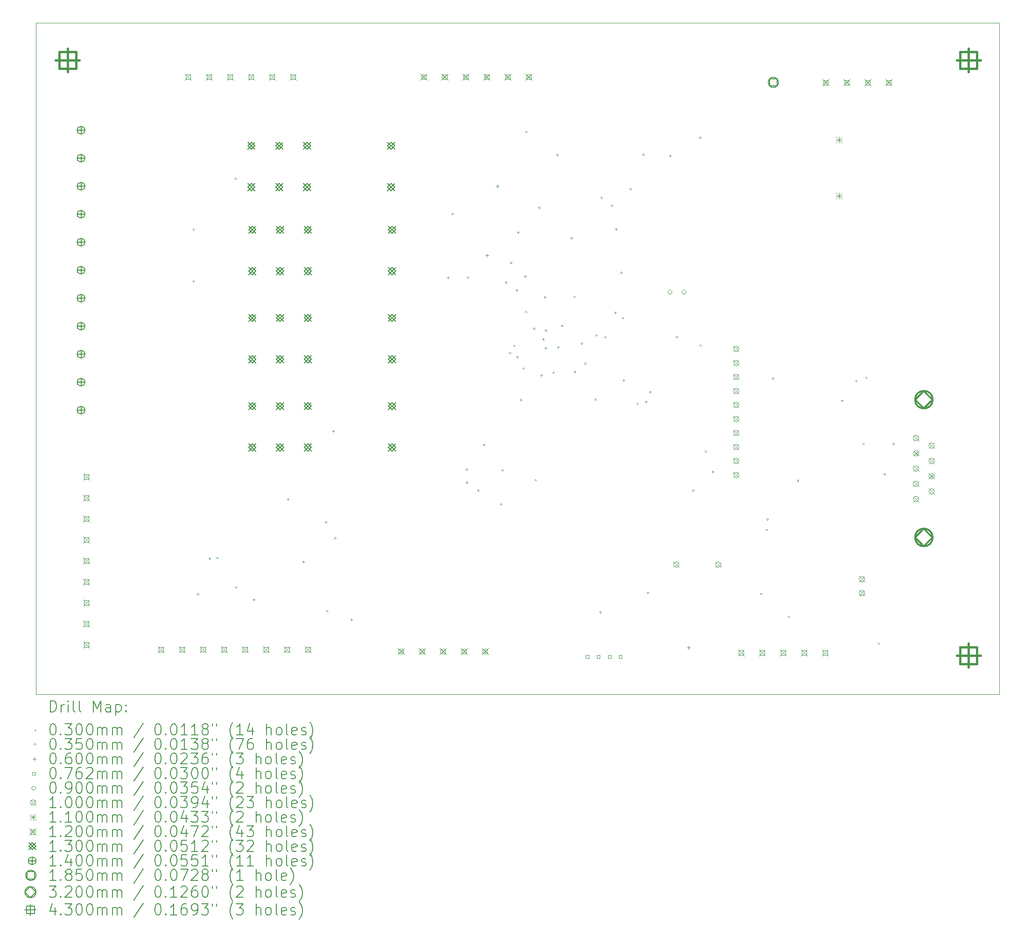
<source format=gbr>
%TF.GenerationSoftware,KiCad,Pcbnew,9.0.0*%
%TF.CreationDate,2025-07-26T19:00:03+02:00*%
%TF.ProjectId,BANC_TEST_418,42414e43-5f54-4455-9354-5f3431382e6b,rev?*%
%TF.SameCoordinates,Original*%
%TF.FileFunction,Drillmap*%
%TF.FilePolarity,Positive*%
%FSLAX45Y45*%
G04 Gerber Fmt 4.5, Leading zero omitted, Abs format (unit mm)*
G04 Created by KiCad (PCBNEW 9.0.0) date 2025-07-26 19:00:03*
%MOMM*%
%LPD*%
G01*
G04 APERTURE LIST*
%ADD10C,0.050000*%
%ADD11C,0.200000*%
%ADD12C,0.100000*%
%ADD13C,0.110000*%
%ADD14C,0.120000*%
%ADD15C,0.130000*%
%ADD16C,0.140000*%
%ADD17C,0.185000*%
%ADD18C,0.320000*%
%ADD19C,0.430000*%
G04 APERTURE END LIST*
D10*
X7640000Y-2452500D02*
X25115000Y-2452500D01*
X25115000Y-14642500D01*
X7640000Y-14642500D01*
X7640000Y-2452500D01*
D11*
D12*
X15645000Y-10925000D02*
X15675000Y-10955000D01*
X15675000Y-10925000D02*
X15645000Y-10955000D01*
X16296000Y-8295000D02*
X16326000Y-8325000D01*
X16326000Y-8295000D02*
X16296000Y-8325000D01*
X16513000Y-7681000D02*
X16543000Y-7711000D01*
X16543000Y-7681000D02*
X16513000Y-7711000D01*
X16685000Y-10735000D02*
X16715000Y-10765000D01*
X16715000Y-10735000D02*
X16685000Y-10765000D01*
X17395000Y-8775000D02*
X17425000Y-8805000D01*
X17425000Y-8775000D02*
X17395000Y-8805000D01*
X17770000Y-9275000D02*
X17800000Y-9305000D01*
X17800000Y-9275000D02*
X17770000Y-9305000D01*
X18530000Y-9345000D02*
X18560000Y-9375000D01*
X18560000Y-9345000D02*
X18530000Y-9375000D01*
X19677500Y-8290000D02*
X19707500Y-8320000D01*
X19707500Y-8290000D02*
X19677500Y-8320000D01*
X19772500Y-10212500D02*
X19802500Y-10242500D01*
X19802500Y-10212500D02*
X19772500Y-10242500D01*
X21445000Y-10745000D02*
X21475000Y-10775000D01*
X21475000Y-10745000D02*
X21445000Y-10775000D01*
X22245000Y-9295000D02*
X22275000Y-9325000D01*
X22275000Y-9295000D02*
X22245000Y-9325000D01*
X22634500Y-10075000D02*
X22664500Y-10105000D01*
X22664500Y-10075000D02*
X22634500Y-10105000D01*
X22685000Y-8875000D02*
X22715000Y-8905000D01*
X22715000Y-8875000D02*
X22685000Y-8905000D01*
X22914000Y-13700000D02*
X22944000Y-13730000D01*
X22944000Y-13700000D02*
X22914000Y-13730000D01*
X10515000Y-6205000D02*
G75*
G02*
X10480000Y-6205000I-17500J0D01*
G01*
X10480000Y-6205000D02*
G75*
G02*
X10515000Y-6205000I17500J0D01*
G01*
X10515000Y-7145000D02*
G75*
G02*
X10480000Y-7145000I-17500J0D01*
G01*
X10480000Y-7145000D02*
G75*
G02*
X10515000Y-7145000I17500J0D01*
G01*
X10595000Y-12825000D02*
G75*
G02*
X10560000Y-12825000I-17500J0D01*
G01*
X10560000Y-12825000D02*
G75*
G02*
X10595000Y-12825000I17500J0D01*
G01*
X10807500Y-12177500D02*
G75*
G02*
X10772500Y-12177500I-17500J0D01*
G01*
X10772500Y-12177500D02*
G75*
G02*
X10807500Y-12177500I17500J0D01*
G01*
X10950000Y-12167500D02*
G75*
G02*
X10915000Y-12167500I-17500J0D01*
G01*
X10915000Y-12167500D02*
G75*
G02*
X10950000Y-12167500I17500J0D01*
G01*
X11277500Y-5285000D02*
G75*
G02*
X11242500Y-5285000I-17500J0D01*
G01*
X11242500Y-5285000D02*
G75*
G02*
X11277500Y-5285000I17500J0D01*
G01*
X11287500Y-12700000D02*
G75*
G02*
X11252500Y-12700000I-17500J0D01*
G01*
X11252500Y-12700000D02*
G75*
G02*
X11287500Y-12700000I17500J0D01*
G01*
X11612500Y-12925000D02*
G75*
G02*
X11577500Y-12925000I-17500J0D01*
G01*
X11577500Y-12925000D02*
G75*
G02*
X11612500Y-12925000I17500J0D01*
G01*
X12230000Y-11102500D02*
G75*
G02*
X12195000Y-11102500I-17500J0D01*
G01*
X12195000Y-11102500D02*
G75*
G02*
X12230000Y-11102500I17500J0D01*
G01*
X12510000Y-12240000D02*
G75*
G02*
X12475000Y-12240000I-17500J0D01*
G01*
X12475000Y-12240000D02*
G75*
G02*
X12510000Y-12240000I17500J0D01*
G01*
X12917500Y-11515000D02*
G75*
G02*
X12882500Y-11515000I-17500J0D01*
G01*
X12882500Y-11515000D02*
G75*
G02*
X12917500Y-11515000I17500J0D01*
G01*
X12937500Y-13130000D02*
G75*
G02*
X12902500Y-13130000I-17500J0D01*
G01*
X12902500Y-13130000D02*
G75*
G02*
X12937500Y-13130000I17500J0D01*
G01*
X13050000Y-9867500D02*
G75*
G02*
X13015000Y-9867500I-17500J0D01*
G01*
X13015000Y-9867500D02*
G75*
G02*
X13050000Y-9867500I17500J0D01*
G01*
X13082500Y-11807500D02*
G75*
G02*
X13047500Y-11807500I-17500J0D01*
G01*
X13047500Y-11807500D02*
G75*
G02*
X13082500Y-11807500I17500J0D01*
G01*
X13385000Y-13287500D02*
G75*
G02*
X13350000Y-13287500I-17500J0D01*
G01*
X13350000Y-13287500D02*
G75*
G02*
X13385000Y-13287500I17500J0D01*
G01*
X15135000Y-7085000D02*
G75*
G02*
X15100000Y-7085000I-17500J0D01*
G01*
X15100000Y-7085000D02*
G75*
G02*
X15135000Y-7085000I17500J0D01*
G01*
X15217500Y-5927500D02*
G75*
G02*
X15182500Y-5927500I-17500J0D01*
G01*
X15182500Y-5927500D02*
G75*
G02*
X15217500Y-5927500I17500J0D01*
G01*
X15472500Y-10565000D02*
G75*
G02*
X15437500Y-10565000I-17500J0D01*
G01*
X15437500Y-10565000D02*
G75*
G02*
X15472500Y-10565000I17500J0D01*
G01*
X15475000Y-10800000D02*
G75*
G02*
X15440000Y-10800000I-17500J0D01*
G01*
X15440000Y-10800000D02*
G75*
G02*
X15475000Y-10800000I17500J0D01*
G01*
X15495000Y-7080000D02*
G75*
G02*
X15460000Y-7080000I-17500J0D01*
G01*
X15460000Y-7080000D02*
G75*
G02*
X15495000Y-7080000I17500J0D01*
G01*
X15787500Y-10115000D02*
G75*
G02*
X15752500Y-10115000I-17500J0D01*
G01*
X15752500Y-10115000D02*
G75*
G02*
X15787500Y-10115000I17500J0D01*
G01*
X16096250Y-11191250D02*
G75*
G02*
X16061250Y-11191250I-17500J0D01*
G01*
X16061250Y-11191250D02*
G75*
G02*
X16096250Y-11191250I17500J0D01*
G01*
X16122500Y-10575000D02*
G75*
G02*
X16087500Y-10575000I-17500J0D01*
G01*
X16087500Y-10575000D02*
G75*
G02*
X16122500Y-10575000I17500J0D01*
G01*
X16185000Y-7170000D02*
G75*
G02*
X16150000Y-7170000I-17500J0D01*
G01*
X16150000Y-7170000D02*
G75*
G02*
X16185000Y-7170000I17500J0D01*
G01*
X16257500Y-8450000D02*
G75*
G02*
X16222500Y-8450000I-17500J0D01*
G01*
X16222500Y-8450000D02*
G75*
G02*
X16257500Y-8450000I17500J0D01*
G01*
X16277500Y-6807500D02*
G75*
G02*
X16242500Y-6807500I-17500J0D01*
G01*
X16242500Y-6807500D02*
G75*
G02*
X16277500Y-6807500I17500J0D01*
G01*
X16380000Y-7310000D02*
G75*
G02*
X16345000Y-7310000I-17500J0D01*
G01*
X16345000Y-7310000D02*
G75*
G02*
X16380000Y-7310000I17500J0D01*
G01*
X16390000Y-8522500D02*
G75*
G02*
X16355000Y-8522500I-17500J0D01*
G01*
X16355000Y-8522500D02*
G75*
G02*
X16390000Y-8522500I17500J0D01*
G01*
X16405000Y-6262500D02*
G75*
G02*
X16370000Y-6262500I-17500J0D01*
G01*
X16370000Y-6262500D02*
G75*
G02*
X16405000Y-6262500I17500J0D01*
G01*
X16452500Y-9300000D02*
G75*
G02*
X16417500Y-9300000I-17500J0D01*
G01*
X16417500Y-9300000D02*
G75*
G02*
X16452500Y-9300000I17500J0D01*
G01*
X16500000Y-8730000D02*
G75*
G02*
X16465000Y-8730000I-17500J0D01*
G01*
X16465000Y-8730000D02*
G75*
G02*
X16500000Y-8730000I17500J0D01*
G01*
X16532500Y-7060000D02*
G75*
G02*
X16497500Y-7060000I-17500J0D01*
G01*
X16497500Y-7060000D02*
G75*
G02*
X16532500Y-7060000I17500J0D01*
G01*
X16555000Y-4435000D02*
G75*
G02*
X16520000Y-4435000I-17500J0D01*
G01*
X16520000Y-4435000D02*
G75*
G02*
X16555000Y-4435000I17500J0D01*
G01*
X16695000Y-8007500D02*
G75*
G02*
X16660000Y-8007500I-17500J0D01*
G01*
X16660000Y-8007500D02*
G75*
G02*
X16695000Y-8007500I17500J0D01*
G01*
X16787500Y-5815000D02*
G75*
G02*
X16752500Y-5815000I-17500J0D01*
G01*
X16752500Y-5815000D02*
G75*
G02*
X16787500Y-5815000I17500J0D01*
G01*
X16825000Y-8852500D02*
G75*
G02*
X16790000Y-8852500I-17500J0D01*
G01*
X16790000Y-8852500D02*
G75*
G02*
X16825000Y-8852500I17500J0D01*
G01*
X16862500Y-8200000D02*
G75*
G02*
X16827500Y-8200000I-17500J0D01*
G01*
X16827500Y-8200000D02*
G75*
G02*
X16862500Y-8200000I17500J0D01*
G01*
X16890000Y-7440000D02*
G75*
G02*
X16855000Y-7440000I-17500J0D01*
G01*
X16855000Y-7440000D02*
G75*
G02*
X16890000Y-7440000I17500J0D01*
G01*
X16902500Y-8360000D02*
G75*
G02*
X16867500Y-8360000I-17500J0D01*
G01*
X16867500Y-8360000D02*
G75*
G02*
X16902500Y-8360000I17500J0D01*
G01*
X16905000Y-8042500D02*
G75*
G02*
X16870000Y-8042500I-17500J0D01*
G01*
X16870000Y-8042500D02*
G75*
G02*
X16905000Y-8042500I17500J0D01*
G01*
X17045000Y-8807500D02*
G75*
G02*
X17010000Y-8807500I-17500J0D01*
G01*
X17010000Y-8807500D02*
G75*
G02*
X17045000Y-8807500I17500J0D01*
G01*
X17117500Y-4852500D02*
G75*
G02*
X17082500Y-4852500I-17500J0D01*
G01*
X17082500Y-4852500D02*
G75*
G02*
X17117500Y-4852500I17500J0D01*
G01*
X17130000Y-8345000D02*
G75*
G02*
X17095000Y-8345000I-17500J0D01*
G01*
X17095000Y-8345000D02*
G75*
G02*
X17130000Y-8345000I17500J0D01*
G01*
X17200000Y-7952500D02*
G75*
G02*
X17165000Y-7952500I-17500J0D01*
G01*
X17165000Y-7952500D02*
G75*
G02*
X17200000Y-7952500I17500J0D01*
G01*
X17372500Y-6365000D02*
G75*
G02*
X17337500Y-6365000I-17500J0D01*
G01*
X17337500Y-6365000D02*
G75*
G02*
X17372500Y-6365000I17500J0D01*
G01*
X17425000Y-7425000D02*
G75*
G02*
X17390000Y-7425000I-17500J0D01*
G01*
X17390000Y-7425000D02*
G75*
G02*
X17425000Y-7425000I17500J0D01*
G01*
X17560000Y-8275000D02*
G75*
G02*
X17525000Y-8275000I-17500J0D01*
G01*
X17525000Y-8275000D02*
G75*
G02*
X17560000Y-8275000I17500J0D01*
G01*
X17620000Y-8640000D02*
G75*
G02*
X17585000Y-8640000I-17500J0D01*
G01*
X17585000Y-8640000D02*
G75*
G02*
X17620000Y-8640000I17500J0D01*
G01*
X17822500Y-8125000D02*
G75*
G02*
X17787500Y-8125000I-17500J0D01*
G01*
X17787500Y-8125000D02*
G75*
G02*
X17822500Y-8125000I17500J0D01*
G01*
X17897500Y-13155000D02*
G75*
G02*
X17862500Y-13155000I-17500J0D01*
G01*
X17862500Y-13155000D02*
G75*
G02*
X17897500Y-13155000I17500J0D01*
G01*
X17915000Y-5632500D02*
G75*
G02*
X17880000Y-5632500I-17500J0D01*
G01*
X17880000Y-5632500D02*
G75*
G02*
X17915000Y-5632500I17500J0D01*
G01*
X17985000Y-8162500D02*
G75*
G02*
X17950000Y-8162500I-17500J0D01*
G01*
X17950000Y-8162500D02*
G75*
G02*
X17985000Y-8162500I17500J0D01*
G01*
X18102500Y-5772500D02*
G75*
G02*
X18067500Y-5772500I-17500J0D01*
G01*
X18067500Y-5772500D02*
G75*
G02*
X18102500Y-5772500I17500J0D01*
G01*
X18165000Y-7715000D02*
G75*
G02*
X18130000Y-7715000I-17500J0D01*
G01*
X18130000Y-7715000D02*
G75*
G02*
X18165000Y-7715000I17500J0D01*
G01*
X18185000Y-6202500D02*
G75*
G02*
X18150000Y-6202500I-17500J0D01*
G01*
X18150000Y-6202500D02*
G75*
G02*
X18185000Y-6202500I17500J0D01*
G01*
X18275000Y-6992500D02*
G75*
G02*
X18240000Y-6992500I-17500J0D01*
G01*
X18240000Y-6992500D02*
G75*
G02*
X18275000Y-6992500I17500J0D01*
G01*
X18305000Y-7817500D02*
G75*
G02*
X18270000Y-7817500I-17500J0D01*
G01*
X18270000Y-7817500D02*
G75*
G02*
X18305000Y-7817500I17500J0D01*
G01*
X18317500Y-8947500D02*
G75*
G02*
X18282500Y-8947500I-17500J0D01*
G01*
X18282500Y-8947500D02*
G75*
G02*
X18317500Y-8947500I17500J0D01*
G01*
X18445000Y-5470000D02*
G75*
G02*
X18410000Y-5470000I-17500J0D01*
G01*
X18410000Y-5470000D02*
G75*
G02*
X18445000Y-5470000I17500J0D01*
G01*
X18675000Y-4850000D02*
G75*
G02*
X18640000Y-4850000I-17500J0D01*
G01*
X18640000Y-4850000D02*
G75*
G02*
X18675000Y-4850000I17500J0D01*
G01*
X18722500Y-9335000D02*
G75*
G02*
X18687500Y-9335000I-17500J0D01*
G01*
X18687500Y-9335000D02*
G75*
G02*
X18722500Y-9335000I17500J0D01*
G01*
X18757500Y-12800000D02*
G75*
G02*
X18722500Y-12800000I-17500J0D01*
G01*
X18722500Y-12800000D02*
G75*
G02*
X18757500Y-12800000I17500J0D01*
G01*
X18800000Y-9160000D02*
G75*
G02*
X18765000Y-9160000I-17500J0D01*
G01*
X18765000Y-9160000D02*
G75*
G02*
X18800000Y-9160000I17500J0D01*
G01*
X19165000Y-4870000D02*
G75*
G02*
X19130000Y-4870000I-17500J0D01*
G01*
X19130000Y-4870000D02*
G75*
G02*
X19165000Y-4870000I17500J0D01*
G01*
X19282500Y-8155000D02*
G75*
G02*
X19247500Y-8155000I-17500J0D01*
G01*
X19247500Y-8155000D02*
G75*
G02*
X19282500Y-8155000I17500J0D01*
G01*
X19577500Y-10945000D02*
G75*
G02*
X19542500Y-10945000I-17500J0D01*
G01*
X19542500Y-10945000D02*
G75*
G02*
X19577500Y-10945000I17500J0D01*
G01*
X19705000Y-4540000D02*
G75*
G02*
X19670000Y-4540000I-17500J0D01*
G01*
X19670000Y-4540000D02*
G75*
G02*
X19705000Y-4540000I17500J0D01*
G01*
X19935000Y-10602500D02*
G75*
G02*
X19900000Y-10602500I-17500J0D01*
G01*
X19900000Y-10602500D02*
G75*
G02*
X19935000Y-10602500I17500J0D01*
G01*
X20812500Y-12820000D02*
G75*
G02*
X20777500Y-12820000I-17500J0D01*
G01*
X20777500Y-12820000D02*
G75*
G02*
X20812500Y-12820000I17500J0D01*
G01*
X20915000Y-11657500D02*
G75*
G02*
X20880000Y-11657500I-17500J0D01*
G01*
X20880000Y-11657500D02*
G75*
G02*
X20915000Y-11657500I17500J0D01*
G01*
X20927500Y-11465000D02*
G75*
G02*
X20892500Y-11465000I-17500J0D01*
G01*
X20892500Y-11465000D02*
G75*
G02*
X20927500Y-11465000I17500J0D01*
G01*
X21027500Y-8915000D02*
G75*
G02*
X20992500Y-8915000I-17500J0D01*
G01*
X20992500Y-8915000D02*
G75*
G02*
X21027500Y-8915000I17500J0D01*
G01*
X21312500Y-13232500D02*
G75*
G02*
X21277500Y-13232500I-17500J0D01*
G01*
X21277500Y-13232500D02*
G75*
G02*
X21312500Y-13232500I17500J0D01*
G01*
X22540000Y-8960000D02*
G75*
G02*
X22505000Y-8960000I-17500J0D01*
G01*
X22505000Y-8960000D02*
G75*
G02*
X22540000Y-8960000I17500J0D01*
G01*
X23055000Y-10647500D02*
G75*
G02*
X23020000Y-10647500I-17500J0D01*
G01*
X23020000Y-10647500D02*
G75*
G02*
X23055000Y-10647500I17500J0D01*
G01*
X23212500Y-10092500D02*
G75*
G02*
X23177500Y-10092500I-17500J0D01*
G01*
X23177500Y-10092500D02*
G75*
G02*
X23212500Y-10092500I17500J0D01*
G01*
X15820000Y-6644000D02*
X15820000Y-6704000D01*
X15790000Y-6674000D02*
X15850000Y-6674000D01*
X16007500Y-5392500D02*
X16007500Y-5452500D01*
X15977500Y-5422500D02*
X16037500Y-5422500D01*
X19475000Y-13762500D02*
X19475000Y-13822500D01*
X19445000Y-13792500D02*
X19505000Y-13792500D01*
X17666941Y-13984441D02*
X17666941Y-13930559D01*
X17613059Y-13930559D01*
X17613059Y-13984441D01*
X17666941Y-13984441D01*
X17866941Y-13984441D02*
X17866941Y-13930559D01*
X17813059Y-13930559D01*
X17813059Y-13984441D01*
X17866941Y-13984441D01*
X18066941Y-13984441D02*
X18066941Y-13930559D01*
X18013059Y-13930559D01*
X18013059Y-13984441D01*
X18066941Y-13984441D01*
X18266941Y-13984441D02*
X18266941Y-13930559D01*
X18213059Y-13930559D01*
X18213059Y-13984441D01*
X18266941Y-13984441D01*
X19135000Y-7380000D02*
X19180000Y-7335000D01*
X19135000Y-7290000D01*
X19090000Y-7335000D01*
X19135000Y-7380000D01*
X19389000Y-7380000D02*
X19434000Y-7335000D01*
X19389000Y-7290000D01*
X19344000Y-7335000D01*
X19389000Y-7380000D01*
X19205000Y-12235000D02*
X19305000Y-12335000D01*
X19305000Y-12235000D02*
X19205000Y-12335000D01*
X19305000Y-12285000D02*
G75*
G02*
X19205000Y-12285000I-50000J0D01*
G01*
X19205000Y-12285000D02*
G75*
G02*
X19305000Y-12285000I50000J0D01*
G01*
X19965000Y-12235000D02*
X20065000Y-12335000D01*
X20065000Y-12235000D02*
X19965000Y-12335000D01*
X20065000Y-12285000D02*
G75*
G02*
X19965000Y-12285000I-50000J0D01*
G01*
X19965000Y-12285000D02*
G75*
G02*
X20065000Y-12285000I50000J0D01*
G01*
X20290000Y-8324500D02*
X20390000Y-8424500D01*
X20390000Y-8324500D02*
X20290000Y-8424500D01*
X20390000Y-8374500D02*
G75*
G02*
X20290000Y-8374500I-50000J0D01*
G01*
X20290000Y-8374500D02*
G75*
G02*
X20390000Y-8374500I50000J0D01*
G01*
X20290000Y-8578500D02*
X20390000Y-8678500D01*
X20390000Y-8578500D02*
X20290000Y-8678500D01*
X20390000Y-8628500D02*
G75*
G02*
X20290000Y-8628500I-50000J0D01*
G01*
X20290000Y-8628500D02*
G75*
G02*
X20390000Y-8628500I50000J0D01*
G01*
X20290000Y-8832500D02*
X20390000Y-8932500D01*
X20390000Y-8832500D02*
X20290000Y-8932500D01*
X20390000Y-8882500D02*
G75*
G02*
X20290000Y-8882500I-50000J0D01*
G01*
X20290000Y-8882500D02*
G75*
G02*
X20390000Y-8882500I50000J0D01*
G01*
X20290000Y-9086500D02*
X20390000Y-9186500D01*
X20390000Y-9086500D02*
X20290000Y-9186500D01*
X20390000Y-9136500D02*
G75*
G02*
X20290000Y-9136500I-50000J0D01*
G01*
X20290000Y-9136500D02*
G75*
G02*
X20390000Y-9136500I50000J0D01*
G01*
X20290000Y-9340500D02*
X20390000Y-9440500D01*
X20390000Y-9340500D02*
X20290000Y-9440500D01*
X20390000Y-9390500D02*
G75*
G02*
X20290000Y-9390500I-50000J0D01*
G01*
X20290000Y-9390500D02*
G75*
G02*
X20390000Y-9390500I50000J0D01*
G01*
X20290000Y-9594500D02*
X20390000Y-9694500D01*
X20390000Y-9594500D02*
X20290000Y-9694500D01*
X20390000Y-9644500D02*
G75*
G02*
X20290000Y-9644500I-50000J0D01*
G01*
X20290000Y-9644500D02*
G75*
G02*
X20390000Y-9644500I50000J0D01*
G01*
X20290000Y-9848500D02*
X20390000Y-9948500D01*
X20390000Y-9848500D02*
X20290000Y-9948500D01*
X20390000Y-9898500D02*
G75*
G02*
X20290000Y-9898500I-50000J0D01*
G01*
X20290000Y-9898500D02*
G75*
G02*
X20390000Y-9898500I50000J0D01*
G01*
X20290000Y-10102500D02*
X20390000Y-10202500D01*
X20390000Y-10102500D02*
X20290000Y-10202500D01*
X20390000Y-10152500D02*
G75*
G02*
X20290000Y-10152500I-50000J0D01*
G01*
X20290000Y-10152500D02*
G75*
G02*
X20390000Y-10152500I50000J0D01*
G01*
X20290000Y-10356500D02*
X20390000Y-10456500D01*
X20390000Y-10356500D02*
X20290000Y-10456500D01*
X20390000Y-10406500D02*
G75*
G02*
X20290000Y-10406500I-50000J0D01*
G01*
X20290000Y-10406500D02*
G75*
G02*
X20390000Y-10406500I50000J0D01*
G01*
X20290000Y-10610500D02*
X20390000Y-10710500D01*
X20390000Y-10610500D02*
X20290000Y-10710500D01*
X20390000Y-10660500D02*
G75*
G02*
X20290000Y-10660500I-50000J0D01*
G01*
X20290000Y-10660500D02*
G75*
G02*
X20390000Y-10660500I50000J0D01*
G01*
X22570000Y-12500000D02*
X22670000Y-12600000D01*
X22670000Y-12500000D02*
X22570000Y-12600000D01*
X22670000Y-12550000D02*
G75*
G02*
X22570000Y-12550000I-50000J0D01*
G01*
X22570000Y-12550000D02*
G75*
G02*
X22670000Y-12550000I50000J0D01*
G01*
X22570000Y-12754000D02*
X22670000Y-12854000D01*
X22670000Y-12754000D02*
X22570000Y-12854000D01*
X22670000Y-12804000D02*
G75*
G02*
X22570000Y-12804000I-50000J0D01*
G01*
X22570000Y-12804000D02*
G75*
G02*
X22670000Y-12804000I50000J0D01*
G01*
X23552467Y-9939000D02*
X23652467Y-10039000D01*
X23652467Y-9939000D02*
X23552467Y-10039000D01*
X23652467Y-9989000D02*
G75*
G02*
X23552467Y-9989000I-50000J0D01*
G01*
X23552467Y-9989000D02*
G75*
G02*
X23652467Y-9989000I50000J0D01*
G01*
X23552467Y-10216000D02*
X23652467Y-10316000D01*
X23652467Y-10216000D02*
X23552467Y-10316000D01*
X23652467Y-10266000D02*
G75*
G02*
X23552467Y-10266000I-50000J0D01*
G01*
X23552467Y-10266000D02*
G75*
G02*
X23652467Y-10266000I50000J0D01*
G01*
X23552467Y-10493000D02*
X23652467Y-10593000D01*
X23652467Y-10493000D02*
X23552467Y-10593000D01*
X23652467Y-10543000D02*
G75*
G02*
X23552467Y-10543000I-50000J0D01*
G01*
X23552467Y-10543000D02*
G75*
G02*
X23652467Y-10543000I50000J0D01*
G01*
X23552467Y-10770000D02*
X23652467Y-10870000D01*
X23652467Y-10770000D02*
X23552467Y-10870000D01*
X23652467Y-10820000D02*
G75*
G02*
X23552467Y-10820000I-50000J0D01*
G01*
X23552467Y-10820000D02*
G75*
G02*
X23652467Y-10820000I50000J0D01*
G01*
X23552467Y-11047000D02*
X23652467Y-11147000D01*
X23652467Y-11047000D02*
X23552467Y-11147000D01*
X23652467Y-11097000D02*
G75*
G02*
X23552467Y-11097000I-50000J0D01*
G01*
X23552467Y-11097000D02*
G75*
G02*
X23652467Y-11097000I50000J0D01*
G01*
X23836467Y-10077500D02*
X23936467Y-10177500D01*
X23936467Y-10077500D02*
X23836467Y-10177500D01*
X23936467Y-10127500D02*
G75*
G02*
X23836467Y-10127500I-50000J0D01*
G01*
X23836467Y-10127500D02*
G75*
G02*
X23936467Y-10127500I50000J0D01*
G01*
X23836467Y-10354500D02*
X23936467Y-10454500D01*
X23936467Y-10354500D02*
X23836467Y-10454500D01*
X23936467Y-10404500D02*
G75*
G02*
X23836467Y-10404500I-50000J0D01*
G01*
X23836467Y-10404500D02*
G75*
G02*
X23936467Y-10404500I50000J0D01*
G01*
X23836467Y-10631500D02*
X23936467Y-10731500D01*
X23936467Y-10631500D02*
X23836467Y-10731500D01*
X23936467Y-10681500D02*
G75*
G02*
X23836467Y-10681500I-50000J0D01*
G01*
X23836467Y-10681500D02*
G75*
G02*
X23936467Y-10681500I50000J0D01*
G01*
X23836467Y-10908500D02*
X23936467Y-11008500D01*
X23936467Y-10908500D02*
X23836467Y-11008500D01*
X23936467Y-10958500D02*
G75*
G02*
X23836467Y-10958500I-50000J0D01*
G01*
X23836467Y-10958500D02*
G75*
G02*
X23936467Y-10958500I50000J0D01*
G01*
D13*
X22150000Y-4522000D02*
X22260000Y-4632000D01*
X22260000Y-4522000D02*
X22150000Y-4632000D01*
X22205000Y-4522000D02*
X22205000Y-4632000D01*
X22150000Y-4577000D02*
X22260000Y-4577000D01*
X22150000Y-5538000D02*
X22260000Y-5648000D01*
X22260000Y-5538000D02*
X22150000Y-5648000D01*
X22205000Y-5538000D02*
X22205000Y-5648000D01*
X22150000Y-5593000D02*
X22260000Y-5593000D01*
D14*
X8495000Y-10632000D02*
X8615000Y-10752000D01*
X8615000Y-10632000D02*
X8495000Y-10752000D01*
X8597427Y-10734427D02*
X8597427Y-10649573D01*
X8512573Y-10649573D01*
X8512573Y-10734427D01*
X8597427Y-10734427D01*
X8495000Y-11013000D02*
X8615000Y-11133000D01*
X8615000Y-11013000D02*
X8495000Y-11133000D01*
X8597427Y-11115427D02*
X8597427Y-11030573D01*
X8512573Y-11030573D01*
X8512573Y-11115427D01*
X8597427Y-11115427D01*
X8495000Y-11394000D02*
X8615000Y-11514000D01*
X8615000Y-11394000D02*
X8495000Y-11514000D01*
X8597427Y-11496427D02*
X8597427Y-11411573D01*
X8512573Y-11411573D01*
X8512573Y-11496427D01*
X8597427Y-11496427D01*
X8495000Y-11775000D02*
X8615000Y-11895000D01*
X8615000Y-11775000D02*
X8495000Y-11895000D01*
X8597427Y-11877427D02*
X8597427Y-11792573D01*
X8512573Y-11792573D01*
X8512573Y-11877427D01*
X8597427Y-11877427D01*
X8495000Y-12156000D02*
X8615000Y-12276000D01*
X8615000Y-12156000D02*
X8495000Y-12276000D01*
X8597427Y-12258427D02*
X8597427Y-12173573D01*
X8512573Y-12173573D01*
X8512573Y-12258427D01*
X8597427Y-12258427D01*
X8495000Y-12537000D02*
X8615000Y-12657000D01*
X8615000Y-12537000D02*
X8495000Y-12657000D01*
X8597427Y-12639427D02*
X8597427Y-12554573D01*
X8512573Y-12554573D01*
X8512573Y-12639427D01*
X8597427Y-12639427D01*
X8495000Y-12918000D02*
X8615000Y-13038000D01*
X8615000Y-12918000D02*
X8495000Y-13038000D01*
X8597427Y-13020427D02*
X8597427Y-12935573D01*
X8512573Y-12935573D01*
X8512573Y-13020427D01*
X8597427Y-13020427D01*
X8495000Y-13299000D02*
X8615000Y-13419000D01*
X8615000Y-13299000D02*
X8495000Y-13419000D01*
X8597427Y-13401427D02*
X8597427Y-13316573D01*
X8512573Y-13316573D01*
X8512573Y-13401427D01*
X8597427Y-13401427D01*
X8495000Y-13680000D02*
X8615000Y-13800000D01*
X8615000Y-13680000D02*
X8495000Y-13800000D01*
X8597427Y-13782427D02*
X8597427Y-13697573D01*
X8512573Y-13697573D01*
X8512573Y-13782427D01*
X8597427Y-13782427D01*
X9847500Y-13765000D02*
X9967500Y-13885000D01*
X9967500Y-13765000D02*
X9847500Y-13885000D01*
X9949927Y-13867427D02*
X9949927Y-13782573D01*
X9865073Y-13782573D01*
X9865073Y-13867427D01*
X9949927Y-13867427D01*
X10228500Y-13765000D02*
X10348500Y-13885000D01*
X10348500Y-13765000D02*
X10228500Y-13885000D01*
X10330927Y-13867427D02*
X10330927Y-13782573D01*
X10246073Y-13782573D01*
X10246073Y-13867427D01*
X10330927Y-13867427D01*
X10340000Y-3375000D02*
X10460000Y-3495000D01*
X10460000Y-3375000D02*
X10340000Y-3495000D01*
X10442427Y-3477427D02*
X10442427Y-3392573D01*
X10357573Y-3392573D01*
X10357573Y-3477427D01*
X10442427Y-3477427D01*
X10609500Y-13765000D02*
X10729500Y-13885000D01*
X10729500Y-13765000D02*
X10609500Y-13885000D01*
X10711927Y-13867427D02*
X10711927Y-13782573D01*
X10627073Y-13782573D01*
X10627073Y-13867427D01*
X10711927Y-13867427D01*
X10721000Y-3375000D02*
X10841000Y-3495000D01*
X10841000Y-3375000D02*
X10721000Y-3495000D01*
X10823427Y-3477427D02*
X10823427Y-3392573D01*
X10738573Y-3392573D01*
X10738573Y-3477427D01*
X10823427Y-3477427D01*
X10990500Y-13765000D02*
X11110500Y-13885000D01*
X11110500Y-13765000D02*
X10990500Y-13885000D01*
X11092927Y-13867427D02*
X11092927Y-13782573D01*
X11008073Y-13782573D01*
X11008073Y-13867427D01*
X11092927Y-13867427D01*
X11102000Y-3375000D02*
X11222000Y-3495000D01*
X11222000Y-3375000D02*
X11102000Y-3495000D01*
X11204427Y-3477427D02*
X11204427Y-3392573D01*
X11119573Y-3392573D01*
X11119573Y-3477427D01*
X11204427Y-3477427D01*
X11371500Y-13765000D02*
X11491500Y-13885000D01*
X11491500Y-13765000D02*
X11371500Y-13885000D01*
X11473927Y-13867427D02*
X11473927Y-13782573D01*
X11389073Y-13782573D01*
X11389073Y-13867427D01*
X11473927Y-13867427D01*
X11483000Y-3375000D02*
X11603000Y-3495000D01*
X11603000Y-3375000D02*
X11483000Y-3495000D01*
X11585427Y-3477427D02*
X11585427Y-3392573D01*
X11500573Y-3392573D01*
X11500573Y-3477427D01*
X11585427Y-3477427D01*
X11752500Y-13765000D02*
X11872500Y-13885000D01*
X11872500Y-13765000D02*
X11752500Y-13885000D01*
X11854927Y-13867427D02*
X11854927Y-13782573D01*
X11770073Y-13782573D01*
X11770073Y-13867427D01*
X11854927Y-13867427D01*
X11864000Y-3375000D02*
X11984000Y-3495000D01*
X11984000Y-3375000D02*
X11864000Y-3495000D01*
X11966427Y-3477427D02*
X11966427Y-3392573D01*
X11881573Y-3392573D01*
X11881573Y-3477427D01*
X11966427Y-3477427D01*
X12133500Y-13765000D02*
X12253500Y-13885000D01*
X12253500Y-13765000D02*
X12133500Y-13885000D01*
X12235927Y-13867427D02*
X12235927Y-13782573D01*
X12151073Y-13782573D01*
X12151073Y-13867427D01*
X12235927Y-13867427D01*
X12245000Y-3375000D02*
X12365000Y-3495000D01*
X12365000Y-3375000D02*
X12245000Y-3495000D01*
X12347427Y-3477427D02*
X12347427Y-3392573D01*
X12262573Y-3392573D01*
X12262573Y-3477427D01*
X12347427Y-3477427D01*
X12514500Y-13765000D02*
X12634500Y-13885000D01*
X12634500Y-13765000D02*
X12514500Y-13885000D01*
X12616927Y-13867427D02*
X12616927Y-13782573D01*
X12532073Y-13782573D01*
X12532073Y-13867427D01*
X12616927Y-13867427D01*
X14202000Y-13800000D02*
X14322000Y-13920000D01*
X14322000Y-13800000D02*
X14202000Y-13920000D01*
X14304427Y-13902427D02*
X14304427Y-13817573D01*
X14219573Y-13817573D01*
X14219573Y-13902427D01*
X14304427Y-13902427D01*
X14583000Y-13800000D02*
X14703000Y-13920000D01*
X14703000Y-13800000D02*
X14583000Y-13920000D01*
X14685427Y-13902427D02*
X14685427Y-13817573D01*
X14600573Y-13817573D01*
X14600573Y-13902427D01*
X14685427Y-13902427D01*
X14609000Y-3375000D02*
X14729000Y-3495000D01*
X14729000Y-3375000D02*
X14609000Y-3495000D01*
X14711427Y-3477427D02*
X14711427Y-3392573D01*
X14626573Y-3392573D01*
X14626573Y-3477427D01*
X14711427Y-3477427D01*
X14964000Y-13800000D02*
X15084000Y-13920000D01*
X15084000Y-13800000D02*
X14964000Y-13920000D01*
X15066427Y-13902427D02*
X15066427Y-13817573D01*
X14981573Y-13817573D01*
X14981573Y-13902427D01*
X15066427Y-13902427D01*
X14990000Y-3375000D02*
X15110000Y-3495000D01*
X15110000Y-3375000D02*
X14990000Y-3495000D01*
X15092427Y-3477427D02*
X15092427Y-3392573D01*
X15007573Y-3392573D01*
X15007573Y-3477427D01*
X15092427Y-3477427D01*
X15345000Y-13800000D02*
X15465000Y-13920000D01*
X15465000Y-13800000D02*
X15345000Y-13920000D01*
X15447427Y-13902427D02*
X15447427Y-13817573D01*
X15362573Y-13817573D01*
X15362573Y-13902427D01*
X15447427Y-13902427D01*
X15371000Y-3375000D02*
X15491000Y-3495000D01*
X15491000Y-3375000D02*
X15371000Y-3495000D01*
X15473427Y-3477427D02*
X15473427Y-3392573D01*
X15388573Y-3392573D01*
X15388573Y-3477427D01*
X15473427Y-3477427D01*
X15726000Y-13800000D02*
X15846000Y-13920000D01*
X15846000Y-13800000D02*
X15726000Y-13920000D01*
X15828427Y-13902427D02*
X15828427Y-13817573D01*
X15743573Y-13817573D01*
X15743573Y-13902427D01*
X15828427Y-13902427D01*
X15752000Y-3375000D02*
X15872000Y-3495000D01*
X15872000Y-3375000D02*
X15752000Y-3495000D01*
X15854427Y-3477427D02*
X15854427Y-3392573D01*
X15769573Y-3392573D01*
X15769573Y-3477427D01*
X15854427Y-3477427D01*
X16133000Y-3375000D02*
X16253000Y-3495000D01*
X16253000Y-3375000D02*
X16133000Y-3495000D01*
X16235427Y-3477427D02*
X16235427Y-3392573D01*
X16150573Y-3392573D01*
X16150573Y-3477427D01*
X16235427Y-3477427D01*
X16514000Y-3375000D02*
X16634000Y-3495000D01*
X16634000Y-3375000D02*
X16514000Y-3495000D01*
X16616427Y-3477427D02*
X16616427Y-3392573D01*
X16531573Y-3392573D01*
X16531573Y-3477427D01*
X16616427Y-3477427D01*
X20371000Y-13825000D02*
X20491000Y-13945000D01*
X20491000Y-13825000D02*
X20371000Y-13945000D01*
X20473427Y-13927427D02*
X20473427Y-13842573D01*
X20388573Y-13842573D01*
X20388573Y-13927427D01*
X20473427Y-13927427D01*
X20752000Y-13825000D02*
X20872000Y-13945000D01*
X20872000Y-13825000D02*
X20752000Y-13945000D01*
X20854427Y-13927427D02*
X20854427Y-13842573D01*
X20769573Y-13842573D01*
X20769573Y-13927427D01*
X20854427Y-13927427D01*
X21133000Y-13825000D02*
X21253000Y-13945000D01*
X21253000Y-13825000D02*
X21133000Y-13945000D01*
X21235427Y-13927427D02*
X21235427Y-13842573D01*
X21150573Y-13842573D01*
X21150573Y-13927427D01*
X21235427Y-13927427D01*
X21514000Y-13825000D02*
X21634000Y-13945000D01*
X21634000Y-13825000D02*
X21514000Y-13945000D01*
X21616427Y-13927427D02*
X21616427Y-13842573D01*
X21531573Y-13842573D01*
X21531573Y-13927427D01*
X21616427Y-13927427D01*
X21895000Y-13825000D02*
X22015000Y-13945000D01*
X22015000Y-13825000D02*
X21895000Y-13945000D01*
X21997427Y-13927427D02*
X21997427Y-13842573D01*
X21912573Y-13842573D01*
X21912573Y-13927427D01*
X21997427Y-13927427D01*
X21902000Y-3475000D02*
X22022000Y-3595000D01*
X22022000Y-3475000D02*
X21902000Y-3595000D01*
X22004427Y-3577427D02*
X22004427Y-3492573D01*
X21919573Y-3492573D01*
X21919573Y-3577427D01*
X22004427Y-3577427D01*
X22283000Y-3475000D02*
X22403000Y-3595000D01*
X22403000Y-3475000D02*
X22283000Y-3595000D01*
X22385427Y-3577427D02*
X22385427Y-3492573D01*
X22300573Y-3492573D01*
X22300573Y-3577427D01*
X22385427Y-3577427D01*
X22664000Y-3475000D02*
X22784000Y-3595000D01*
X22784000Y-3475000D02*
X22664000Y-3595000D01*
X22766427Y-3577427D02*
X22766427Y-3492573D01*
X22681573Y-3492573D01*
X22681573Y-3577427D01*
X22766427Y-3577427D01*
X23045000Y-3475000D02*
X23165000Y-3595000D01*
X23165000Y-3475000D02*
X23045000Y-3595000D01*
X23147427Y-3577427D02*
X23147427Y-3492573D01*
X23062573Y-3492573D01*
X23062573Y-3577427D01*
X23147427Y-3577427D01*
D15*
X11482000Y-4620000D02*
X11612000Y-4750000D01*
X11612000Y-4620000D02*
X11482000Y-4750000D01*
X11547000Y-4750000D02*
X11612000Y-4685000D01*
X11547000Y-4620000D01*
X11482000Y-4685000D01*
X11547000Y-4750000D01*
X11482000Y-5370000D02*
X11612000Y-5500000D01*
X11612000Y-5370000D02*
X11482000Y-5500000D01*
X11547000Y-5500000D02*
X11612000Y-5435000D01*
X11547000Y-5370000D01*
X11482000Y-5435000D01*
X11547000Y-5500000D01*
X11497000Y-6145000D02*
X11627000Y-6275000D01*
X11627000Y-6145000D02*
X11497000Y-6275000D01*
X11562000Y-6275000D02*
X11627000Y-6210000D01*
X11562000Y-6145000D01*
X11497000Y-6210000D01*
X11562000Y-6275000D01*
X11497000Y-6895000D02*
X11627000Y-7025000D01*
X11627000Y-6895000D02*
X11497000Y-7025000D01*
X11562000Y-7025000D02*
X11627000Y-6960000D01*
X11562000Y-6895000D01*
X11497000Y-6960000D01*
X11562000Y-7025000D01*
X11497000Y-7745000D02*
X11627000Y-7875000D01*
X11627000Y-7745000D02*
X11497000Y-7875000D01*
X11562000Y-7875000D02*
X11627000Y-7810000D01*
X11562000Y-7745000D01*
X11497000Y-7810000D01*
X11562000Y-7875000D01*
X11497000Y-8495000D02*
X11627000Y-8625000D01*
X11627000Y-8495000D02*
X11497000Y-8625000D01*
X11562000Y-8625000D02*
X11627000Y-8560000D01*
X11562000Y-8495000D01*
X11497000Y-8560000D01*
X11562000Y-8625000D01*
X11497000Y-9345000D02*
X11627000Y-9475000D01*
X11627000Y-9345000D02*
X11497000Y-9475000D01*
X11562000Y-9475000D02*
X11627000Y-9410000D01*
X11562000Y-9345000D01*
X11497000Y-9410000D01*
X11562000Y-9475000D01*
X11497000Y-10095000D02*
X11627000Y-10225000D01*
X11627000Y-10095000D02*
X11497000Y-10225000D01*
X11562000Y-10225000D02*
X11627000Y-10160000D01*
X11562000Y-10095000D01*
X11497000Y-10160000D01*
X11562000Y-10225000D01*
X11986000Y-4620000D02*
X12116000Y-4750000D01*
X12116000Y-4620000D02*
X11986000Y-4750000D01*
X12051000Y-4750000D02*
X12116000Y-4685000D01*
X12051000Y-4620000D01*
X11986000Y-4685000D01*
X12051000Y-4750000D01*
X11986000Y-5370000D02*
X12116000Y-5500000D01*
X12116000Y-5370000D02*
X11986000Y-5500000D01*
X12051000Y-5500000D02*
X12116000Y-5435000D01*
X12051000Y-5370000D01*
X11986000Y-5435000D01*
X12051000Y-5500000D01*
X12001000Y-6145000D02*
X12131000Y-6275000D01*
X12131000Y-6145000D02*
X12001000Y-6275000D01*
X12066000Y-6275000D02*
X12131000Y-6210000D01*
X12066000Y-6145000D01*
X12001000Y-6210000D01*
X12066000Y-6275000D01*
X12001000Y-6895000D02*
X12131000Y-7025000D01*
X12131000Y-6895000D02*
X12001000Y-7025000D01*
X12066000Y-7025000D02*
X12131000Y-6960000D01*
X12066000Y-6895000D01*
X12001000Y-6960000D01*
X12066000Y-7025000D01*
X12001000Y-7745000D02*
X12131000Y-7875000D01*
X12131000Y-7745000D02*
X12001000Y-7875000D01*
X12066000Y-7875000D02*
X12131000Y-7810000D01*
X12066000Y-7745000D01*
X12001000Y-7810000D01*
X12066000Y-7875000D01*
X12001000Y-8495000D02*
X12131000Y-8625000D01*
X12131000Y-8495000D02*
X12001000Y-8625000D01*
X12066000Y-8625000D02*
X12131000Y-8560000D01*
X12066000Y-8495000D01*
X12001000Y-8560000D01*
X12066000Y-8625000D01*
X12001000Y-9345000D02*
X12131000Y-9475000D01*
X12131000Y-9345000D02*
X12001000Y-9475000D01*
X12066000Y-9475000D02*
X12131000Y-9410000D01*
X12066000Y-9345000D01*
X12001000Y-9410000D01*
X12066000Y-9475000D01*
X12001000Y-10095000D02*
X12131000Y-10225000D01*
X12131000Y-10095000D02*
X12001000Y-10225000D01*
X12066000Y-10225000D02*
X12131000Y-10160000D01*
X12066000Y-10095000D01*
X12001000Y-10160000D01*
X12066000Y-10225000D01*
X12490000Y-4620000D02*
X12620000Y-4750000D01*
X12620000Y-4620000D02*
X12490000Y-4750000D01*
X12555000Y-4750000D02*
X12620000Y-4685000D01*
X12555000Y-4620000D01*
X12490000Y-4685000D01*
X12555000Y-4750000D01*
X12490000Y-5370000D02*
X12620000Y-5500000D01*
X12620000Y-5370000D02*
X12490000Y-5500000D01*
X12555000Y-5500000D02*
X12620000Y-5435000D01*
X12555000Y-5370000D01*
X12490000Y-5435000D01*
X12555000Y-5500000D01*
X12505000Y-6145000D02*
X12635000Y-6275000D01*
X12635000Y-6145000D02*
X12505000Y-6275000D01*
X12570000Y-6275000D02*
X12635000Y-6210000D01*
X12570000Y-6145000D01*
X12505000Y-6210000D01*
X12570000Y-6275000D01*
X12505000Y-6895000D02*
X12635000Y-7025000D01*
X12635000Y-6895000D02*
X12505000Y-7025000D01*
X12570000Y-7025000D02*
X12635000Y-6960000D01*
X12570000Y-6895000D01*
X12505000Y-6960000D01*
X12570000Y-7025000D01*
X12505000Y-7745000D02*
X12635000Y-7875000D01*
X12635000Y-7745000D02*
X12505000Y-7875000D01*
X12570000Y-7875000D02*
X12635000Y-7810000D01*
X12570000Y-7745000D01*
X12505000Y-7810000D01*
X12570000Y-7875000D01*
X12505000Y-8495000D02*
X12635000Y-8625000D01*
X12635000Y-8495000D02*
X12505000Y-8625000D01*
X12570000Y-8625000D02*
X12635000Y-8560000D01*
X12570000Y-8495000D01*
X12505000Y-8560000D01*
X12570000Y-8625000D01*
X12505000Y-9345000D02*
X12635000Y-9475000D01*
X12635000Y-9345000D02*
X12505000Y-9475000D01*
X12570000Y-9475000D02*
X12635000Y-9410000D01*
X12570000Y-9345000D01*
X12505000Y-9410000D01*
X12570000Y-9475000D01*
X12505000Y-10095000D02*
X12635000Y-10225000D01*
X12635000Y-10095000D02*
X12505000Y-10225000D01*
X12570000Y-10225000D02*
X12635000Y-10160000D01*
X12570000Y-10095000D01*
X12505000Y-10160000D01*
X12570000Y-10225000D01*
X14016000Y-4620000D02*
X14146000Y-4750000D01*
X14146000Y-4620000D02*
X14016000Y-4750000D01*
X14081000Y-4750000D02*
X14146000Y-4685000D01*
X14081000Y-4620000D01*
X14016000Y-4685000D01*
X14081000Y-4750000D01*
X14016000Y-5370000D02*
X14146000Y-5500000D01*
X14146000Y-5370000D02*
X14016000Y-5500000D01*
X14081000Y-5500000D02*
X14146000Y-5435000D01*
X14081000Y-5370000D01*
X14016000Y-5435000D01*
X14081000Y-5500000D01*
X14031000Y-6145000D02*
X14161000Y-6275000D01*
X14161000Y-6145000D02*
X14031000Y-6275000D01*
X14096000Y-6275000D02*
X14161000Y-6210000D01*
X14096000Y-6145000D01*
X14031000Y-6210000D01*
X14096000Y-6275000D01*
X14031000Y-6895000D02*
X14161000Y-7025000D01*
X14161000Y-6895000D02*
X14031000Y-7025000D01*
X14096000Y-7025000D02*
X14161000Y-6960000D01*
X14096000Y-6895000D01*
X14031000Y-6960000D01*
X14096000Y-7025000D01*
X14031000Y-7745000D02*
X14161000Y-7875000D01*
X14161000Y-7745000D02*
X14031000Y-7875000D01*
X14096000Y-7875000D02*
X14161000Y-7810000D01*
X14096000Y-7745000D01*
X14031000Y-7810000D01*
X14096000Y-7875000D01*
X14031000Y-8495000D02*
X14161000Y-8625000D01*
X14161000Y-8495000D02*
X14031000Y-8625000D01*
X14096000Y-8625000D02*
X14161000Y-8560000D01*
X14096000Y-8495000D01*
X14031000Y-8560000D01*
X14096000Y-8625000D01*
X14031000Y-9345000D02*
X14161000Y-9475000D01*
X14161000Y-9345000D02*
X14031000Y-9475000D01*
X14096000Y-9475000D02*
X14161000Y-9410000D01*
X14096000Y-9345000D01*
X14031000Y-9410000D01*
X14096000Y-9475000D01*
X14031000Y-10095000D02*
X14161000Y-10225000D01*
X14161000Y-10095000D02*
X14031000Y-10225000D01*
X14096000Y-10225000D02*
X14161000Y-10160000D01*
X14096000Y-10095000D01*
X14031000Y-10160000D01*
X14096000Y-10225000D01*
D16*
X8455000Y-4333000D02*
X8455000Y-4473000D01*
X8385000Y-4403000D02*
X8525000Y-4403000D01*
X8525000Y-4403000D02*
G75*
G02*
X8385000Y-4403000I-70000J0D01*
G01*
X8385000Y-4403000D02*
G75*
G02*
X8525000Y-4403000I70000J0D01*
G01*
X8455000Y-4841000D02*
X8455000Y-4981000D01*
X8385000Y-4911000D02*
X8525000Y-4911000D01*
X8525000Y-4911000D02*
G75*
G02*
X8385000Y-4911000I-70000J0D01*
G01*
X8385000Y-4911000D02*
G75*
G02*
X8525000Y-4911000I70000J0D01*
G01*
X8455000Y-5349000D02*
X8455000Y-5489000D01*
X8385000Y-5419000D02*
X8525000Y-5419000D01*
X8525000Y-5419000D02*
G75*
G02*
X8385000Y-5419000I-70000J0D01*
G01*
X8385000Y-5419000D02*
G75*
G02*
X8525000Y-5419000I70000J0D01*
G01*
X8455000Y-5857000D02*
X8455000Y-5997000D01*
X8385000Y-5927000D02*
X8525000Y-5927000D01*
X8525000Y-5927000D02*
G75*
G02*
X8385000Y-5927000I-70000J0D01*
G01*
X8385000Y-5927000D02*
G75*
G02*
X8525000Y-5927000I70000J0D01*
G01*
X8455000Y-6365000D02*
X8455000Y-6505000D01*
X8385000Y-6435000D02*
X8525000Y-6435000D01*
X8525000Y-6435000D02*
G75*
G02*
X8385000Y-6435000I-70000J0D01*
G01*
X8385000Y-6435000D02*
G75*
G02*
X8525000Y-6435000I70000J0D01*
G01*
X8455000Y-6873000D02*
X8455000Y-7013000D01*
X8385000Y-6943000D02*
X8525000Y-6943000D01*
X8525000Y-6943000D02*
G75*
G02*
X8385000Y-6943000I-70000J0D01*
G01*
X8385000Y-6943000D02*
G75*
G02*
X8525000Y-6943000I70000J0D01*
G01*
X8455000Y-7381000D02*
X8455000Y-7521000D01*
X8385000Y-7451000D02*
X8525000Y-7451000D01*
X8525000Y-7451000D02*
G75*
G02*
X8385000Y-7451000I-70000J0D01*
G01*
X8385000Y-7451000D02*
G75*
G02*
X8525000Y-7451000I70000J0D01*
G01*
X8455000Y-7889000D02*
X8455000Y-8029000D01*
X8385000Y-7959000D02*
X8525000Y-7959000D01*
X8525000Y-7959000D02*
G75*
G02*
X8385000Y-7959000I-70000J0D01*
G01*
X8385000Y-7959000D02*
G75*
G02*
X8525000Y-7959000I70000J0D01*
G01*
X8455000Y-8397000D02*
X8455000Y-8537000D01*
X8385000Y-8467000D02*
X8525000Y-8467000D01*
X8525000Y-8467000D02*
G75*
G02*
X8385000Y-8467000I-70000J0D01*
G01*
X8385000Y-8467000D02*
G75*
G02*
X8525000Y-8467000I70000J0D01*
G01*
X8455000Y-8905000D02*
X8455000Y-9045000D01*
X8385000Y-8975000D02*
X8525000Y-8975000D01*
X8525000Y-8975000D02*
G75*
G02*
X8385000Y-8975000I-70000J0D01*
G01*
X8385000Y-8975000D02*
G75*
G02*
X8525000Y-8975000I70000J0D01*
G01*
X8455000Y-9413000D02*
X8455000Y-9553000D01*
X8385000Y-9483000D02*
X8525000Y-9483000D01*
X8525000Y-9483000D02*
G75*
G02*
X8385000Y-9483000I-70000J0D01*
G01*
X8385000Y-9483000D02*
G75*
G02*
X8525000Y-9483000I70000J0D01*
G01*
D17*
X21080408Y-3600408D02*
X21080408Y-3469592D01*
X20949592Y-3469592D01*
X20949592Y-3600408D01*
X21080408Y-3600408D01*
X21107500Y-3535000D02*
G75*
G02*
X20922500Y-3535000I-92500J0D01*
G01*
X20922500Y-3535000D02*
G75*
G02*
X21107500Y-3535000I92500J0D01*
G01*
D18*
X23744467Y-9453000D02*
X23904467Y-9293000D01*
X23744467Y-9133000D01*
X23584467Y-9293000D01*
X23744467Y-9453000D01*
X23904467Y-9293000D02*
G75*
G02*
X23584467Y-9293000I-160000J0D01*
G01*
X23584467Y-9293000D02*
G75*
G02*
X23904467Y-9293000I160000J0D01*
G01*
X23744467Y-11953000D02*
X23904467Y-11793000D01*
X23744467Y-11633000D01*
X23584467Y-11793000D01*
X23744467Y-11953000D01*
X23904467Y-11793000D02*
G75*
G02*
X23584467Y-11793000I-160000J0D01*
G01*
X23584467Y-11793000D02*
G75*
G02*
X23904467Y-11793000I160000J0D01*
G01*
D19*
X8210000Y-2918000D02*
X8210000Y-3348000D01*
X7995000Y-3133000D02*
X8425000Y-3133000D01*
X8362029Y-3285029D02*
X8362029Y-2980971D01*
X8057971Y-2980971D01*
X8057971Y-3285029D01*
X8362029Y-3285029D01*
X24555000Y-2918000D02*
X24555000Y-3348000D01*
X24340000Y-3133000D02*
X24770000Y-3133000D01*
X24707029Y-3285029D02*
X24707029Y-2980971D01*
X24402971Y-2980971D01*
X24402971Y-3285029D01*
X24707029Y-3285029D01*
X24555000Y-13720000D02*
X24555000Y-14150000D01*
X24340000Y-13935000D02*
X24770000Y-13935000D01*
X24707029Y-14087029D02*
X24707029Y-13782971D01*
X24402971Y-13782971D01*
X24402971Y-14087029D01*
X24707029Y-14087029D01*
D11*
X7898277Y-14956484D02*
X7898277Y-14756484D01*
X7898277Y-14756484D02*
X7945896Y-14756484D01*
X7945896Y-14756484D02*
X7974467Y-14766008D01*
X7974467Y-14766008D02*
X7993515Y-14785055D01*
X7993515Y-14785055D02*
X8003039Y-14804103D01*
X8003039Y-14804103D02*
X8012562Y-14842198D01*
X8012562Y-14842198D02*
X8012562Y-14870769D01*
X8012562Y-14870769D02*
X8003039Y-14908865D01*
X8003039Y-14908865D02*
X7993515Y-14927912D01*
X7993515Y-14927912D02*
X7974467Y-14946960D01*
X7974467Y-14946960D02*
X7945896Y-14956484D01*
X7945896Y-14956484D02*
X7898277Y-14956484D01*
X8098277Y-14956484D02*
X8098277Y-14823150D01*
X8098277Y-14861246D02*
X8107801Y-14842198D01*
X8107801Y-14842198D02*
X8117324Y-14832674D01*
X8117324Y-14832674D02*
X8136372Y-14823150D01*
X8136372Y-14823150D02*
X8155420Y-14823150D01*
X8222086Y-14956484D02*
X8222086Y-14823150D01*
X8222086Y-14756484D02*
X8212562Y-14766008D01*
X8212562Y-14766008D02*
X8222086Y-14775531D01*
X8222086Y-14775531D02*
X8231610Y-14766008D01*
X8231610Y-14766008D02*
X8222086Y-14756484D01*
X8222086Y-14756484D02*
X8222086Y-14775531D01*
X8345896Y-14956484D02*
X8326848Y-14946960D01*
X8326848Y-14946960D02*
X8317324Y-14927912D01*
X8317324Y-14927912D02*
X8317324Y-14756484D01*
X8450658Y-14956484D02*
X8431610Y-14946960D01*
X8431610Y-14946960D02*
X8422086Y-14927912D01*
X8422086Y-14927912D02*
X8422086Y-14756484D01*
X8679229Y-14956484D02*
X8679229Y-14756484D01*
X8679229Y-14756484D02*
X8745896Y-14899341D01*
X8745896Y-14899341D02*
X8812563Y-14756484D01*
X8812563Y-14756484D02*
X8812563Y-14956484D01*
X8993515Y-14956484D02*
X8993515Y-14851722D01*
X8993515Y-14851722D02*
X8983991Y-14832674D01*
X8983991Y-14832674D02*
X8964944Y-14823150D01*
X8964944Y-14823150D02*
X8926848Y-14823150D01*
X8926848Y-14823150D02*
X8907801Y-14832674D01*
X8993515Y-14946960D02*
X8974467Y-14956484D01*
X8974467Y-14956484D02*
X8926848Y-14956484D01*
X8926848Y-14956484D02*
X8907801Y-14946960D01*
X8907801Y-14946960D02*
X8898277Y-14927912D01*
X8898277Y-14927912D02*
X8898277Y-14908865D01*
X8898277Y-14908865D02*
X8907801Y-14889817D01*
X8907801Y-14889817D02*
X8926848Y-14880293D01*
X8926848Y-14880293D02*
X8974467Y-14880293D01*
X8974467Y-14880293D02*
X8993515Y-14870769D01*
X9088753Y-14823150D02*
X9088753Y-15023150D01*
X9088753Y-14832674D02*
X9107801Y-14823150D01*
X9107801Y-14823150D02*
X9145896Y-14823150D01*
X9145896Y-14823150D02*
X9164944Y-14832674D01*
X9164944Y-14832674D02*
X9174467Y-14842198D01*
X9174467Y-14842198D02*
X9183991Y-14861246D01*
X9183991Y-14861246D02*
X9183991Y-14918388D01*
X9183991Y-14918388D02*
X9174467Y-14937436D01*
X9174467Y-14937436D02*
X9164944Y-14946960D01*
X9164944Y-14946960D02*
X9145896Y-14956484D01*
X9145896Y-14956484D02*
X9107801Y-14956484D01*
X9107801Y-14956484D02*
X9088753Y-14946960D01*
X9269705Y-14937436D02*
X9279229Y-14946960D01*
X9279229Y-14946960D02*
X9269705Y-14956484D01*
X9269705Y-14956484D02*
X9260182Y-14946960D01*
X9260182Y-14946960D02*
X9269705Y-14937436D01*
X9269705Y-14937436D02*
X9269705Y-14956484D01*
X9269705Y-14832674D02*
X9279229Y-14842198D01*
X9279229Y-14842198D02*
X9269705Y-14851722D01*
X9269705Y-14851722D02*
X9260182Y-14842198D01*
X9260182Y-14842198D02*
X9269705Y-14832674D01*
X9269705Y-14832674D02*
X9269705Y-14851722D01*
D12*
X7607500Y-15270000D02*
X7637500Y-15300000D01*
X7637500Y-15270000D02*
X7607500Y-15300000D01*
D11*
X7936372Y-15176484D02*
X7955420Y-15176484D01*
X7955420Y-15176484D02*
X7974467Y-15186008D01*
X7974467Y-15186008D02*
X7983991Y-15195531D01*
X7983991Y-15195531D02*
X7993515Y-15214579D01*
X7993515Y-15214579D02*
X8003039Y-15252674D01*
X8003039Y-15252674D02*
X8003039Y-15300293D01*
X8003039Y-15300293D02*
X7993515Y-15338388D01*
X7993515Y-15338388D02*
X7983991Y-15357436D01*
X7983991Y-15357436D02*
X7974467Y-15366960D01*
X7974467Y-15366960D02*
X7955420Y-15376484D01*
X7955420Y-15376484D02*
X7936372Y-15376484D01*
X7936372Y-15376484D02*
X7917324Y-15366960D01*
X7917324Y-15366960D02*
X7907801Y-15357436D01*
X7907801Y-15357436D02*
X7898277Y-15338388D01*
X7898277Y-15338388D02*
X7888753Y-15300293D01*
X7888753Y-15300293D02*
X7888753Y-15252674D01*
X7888753Y-15252674D02*
X7898277Y-15214579D01*
X7898277Y-15214579D02*
X7907801Y-15195531D01*
X7907801Y-15195531D02*
X7917324Y-15186008D01*
X7917324Y-15186008D02*
X7936372Y-15176484D01*
X8088753Y-15357436D02*
X8098277Y-15366960D01*
X8098277Y-15366960D02*
X8088753Y-15376484D01*
X8088753Y-15376484D02*
X8079229Y-15366960D01*
X8079229Y-15366960D02*
X8088753Y-15357436D01*
X8088753Y-15357436D02*
X8088753Y-15376484D01*
X8164943Y-15176484D02*
X8288753Y-15176484D01*
X8288753Y-15176484D02*
X8222086Y-15252674D01*
X8222086Y-15252674D02*
X8250658Y-15252674D01*
X8250658Y-15252674D02*
X8269705Y-15262198D01*
X8269705Y-15262198D02*
X8279229Y-15271722D01*
X8279229Y-15271722D02*
X8288753Y-15290769D01*
X8288753Y-15290769D02*
X8288753Y-15338388D01*
X8288753Y-15338388D02*
X8279229Y-15357436D01*
X8279229Y-15357436D02*
X8269705Y-15366960D01*
X8269705Y-15366960D02*
X8250658Y-15376484D01*
X8250658Y-15376484D02*
X8193515Y-15376484D01*
X8193515Y-15376484D02*
X8174467Y-15366960D01*
X8174467Y-15366960D02*
X8164943Y-15357436D01*
X8412563Y-15176484D02*
X8431610Y-15176484D01*
X8431610Y-15176484D02*
X8450658Y-15186008D01*
X8450658Y-15186008D02*
X8460182Y-15195531D01*
X8460182Y-15195531D02*
X8469705Y-15214579D01*
X8469705Y-15214579D02*
X8479229Y-15252674D01*
X8479229Y-15252674D02*
X8479229Y-15300293D01*
X8479229Y-15300293D02*
X8469705Y-15338388D01*
X8469705Y-15338388D02*
X8460182Y-15357436D01*
X8460182Y-15357436D02*
X8450658Y-15366960D01*
X8450658Y-15366960D02*
X8431610Y-15376484D01*
X8431610Y-15376484D02*
X8412563Y-15376484D01*
X8412563Y-15376484D02*
X8393515Y-15366960D01*
X8393515Y-15366960D02*
X8383991Y-15357436D01*
X8383991Y-15357436D02*
X8374467Y-15338388D01*
X8374467Y-15338388D02*
X8364943Y-15300293D01*
X8364943Y-15300293D02*
X8364943Y-15252674D01*
X8364943Y-15252674D02*
X8374467Y-15214579D01*
X8374467Y-15214579D02*
X8383991Y-15195531D01*
X8383991Y-15195531D02*
X8393515Y-15186008D01*
X8393515Y-15186008D02*
X8412563Y-15176484D01*
X8603039Y-15176484D02*
X8622086Y-15176484D01*
X8622086Y-15176484D02*
X8641134Y-15186008D01*
X8641134Y-15186008D02*
X8650658Y-15195531D01*
X8650658Y-15195531D02*
X8660182Y-15214579D01*
X8660182Y-15214579D02*
X8669705Y-15252674D01*
X8669705Y-15252674D02*
X8669705Y-15300293D01*
X8669705Y-15300293D02*
X8660182Y-15338388D01*
X8660182Y-15338388D02*
X8650658Y-15357436D01*
X8650658Y-15357436D02*
X8641134Y-15366960D01*
X8641134Y-15366960D02*
X8622086Y-15376484D01*
X8622086Y-15376484D02*
X8603039Y-15376484D01*
X8603039Y-15376484D02*
X8583991Y-15366960D01*
X8583991Y-15366960D02*
X8574467Y-15357436D01*
X8574467Y-15357436D02*
X8564944Y-15338388D01*
X8564944Y-15338388D02*
X8555420Y-15300293D01*
X8555420Y-15300293D02*
X8555420Y-15252674D01*
X8555420Y-15252674D02*
X8564944Y-15214579D01*
X8564944Y-15214579D02*
X8574467Y-15195531D01*
X8574467Y-15195531D02*
X8583991Y-15186008D01*
X8583991Y-15186008D02*
X8603039Y-15176484D01*
X8755420Y-15376484D02*
X8755420Y-15243150D01*
X8755420Y-15262198D02*
X8764944Y-15252674D01*
X8764944Y-15252674D02*
X8783991Y-15243150D01*
X8783991Y-15243150D02*
X8812563Y-15243150D01*
X8812563Y-15243150D02*
X8831610Y-15252674D01*
X8831610Y-15252674D02*
X8841134Y-15271722D01*
X8841134Y-15271722D02*
X8841134Y-15376484D01*
X8841134Y-15271722D02*
X8850658Y-15252674D01*
X8850658Y-15252674D02*
X8869705Y-15243150D01*
X8869705Y-15243150D02*
X8898277Y-15243150D01*
X8898277Y-15243150D02*
X8917325Y-15252674D01*
X8917325Y-15252674D02*
X8926848Y-15271722D01*
X8926848Y-15271722D02*
X8926848Y-15376484D01*
X9022086Y-15376484D02*
X9022086Y-15243150D01*
X9022086Y-15262198D02*
X9031610Y-15252674D01*
X9031610Y-15252674D02*
X9050658Y-15243150D01*
X9050658Y-15243150D02*
X9079229Y-15243150D01*
X9079229Y-15243150D02*
X9098277Y-15252674D01*
X9098277Y-15252674D02*
X9107801Y-15271722D01*
X9107801Y-15271722D02*
X9107801Y-15376484D01*
X9107801Y-15271722D02*
X9117325Y-15252674D01*
X9117325Y-15252674D02*
X9136372Y-15243150D01*
X9136372Y-15243150D02*
X9164944Y-15243150D01*
X9164944Y-15243150D02*
X9183991Y-15252674D01*
X9183991Y-15252674D02*
X9193515Y-15271722D01*
X9193515Y-15271722D02*
X9193515Y-15376484D01*
X9583991Y-15166960D02*
X9412563Y-15424103D01*
X9841134Y-15176484D02*
X9860182Y-15176484D01*
X9860182Y-15176484D02*
X9879229Y-15186008D01*
X9879229Y-15186008D02*
X9888753Y-15195531D01*
X9888753Y-15195531D02*
X9898277Y-15214579D01*
X9898277Y-15214579D02*
X9907801Y-15252674D01*
X9907801Y-15252674D02*
X9907801Y-15300293D01*
X9907801Y-15300293D02*
X9898277Y-15338388D01*
X9898277Y-15338388D02*
X9888753Y-15357436D01*
X9888753Y-15357436D02*
X9879229Y-15366960D01*
X9879229Y-15366960D02*
X9860182Y-15376484D01*
X9860182Y-15376484D02*
X9841134Y-15376484D01*
X9841134Y-15376484D02*
X9822087Y-15366960D01*
X9822087Y-15366960D02*
X9812563Y-15357436D01*
X9812563Y-15357436D02*
X9803039Y-15338388D01*
X9803039Y-15338388D02*
X9793515Y-15300293D01*
X9793515Y-15300293D02*
X9793515Y-15252674D01*
X9793515Y-15252674D02*
X9803039Y-15214579D01*
X9803039Y-15214579D02*
X9812563Y-15195531D01*
X9812563Y-15195531D02*
X9822087Y-15186008D01*
X9822087Y-15186008D02*
X9841134Y-15176484D01*
X9993515Y-15357436D02*
X10003039Y-15366960D01*
X10003039Y-15366960D02*
X9993515Y-15376484D01*
X9993515Y-15376484D02*
X9983991Y-15366960D01*
X9983991Y-15366960D02*
X9993515Y-15357436D01*
X9993515Y-15357436D02*
X9993515Y-15376484D01*
X10126848Y-15176484D02*
X10145896Y-15176484D01*
X10145896Y-15176484D02*
X10164944Y-15186008D01*
X10164944Y-15186008D02*
X10174468Y-15195531D01*
X10174468Y-15195531D02*
X10183991Y-15214579D01*
X10183991Y-15214579D02*
X10193515Y-15252674D01*
X10193515Y-15252674D02*
X10193515Y-15300293D01*
X10193515Y-15300293D02*
X10183991Y-15338388D01*
X10183991Y-15338388D02*
X10174468Y-15357436D01*
X10174468Y-15357436D02*
X10164944Y-15366960D01*
X10164944Y-15366960D02*
X10145896Y-15376484D01*
X10145896Y-15376484D02*
X10126848Y-15376484D01*
X10126848Y-15376484D02*
X10107801Y-15366960D01*
X10107801Y-15366960D02*
X10098277Y-15357436D01*
X10098277Y-15357436D02*
X10088753Y-15338388D01*
X10088753Y-15338388D02*
X10079229Y-15300293D01*
X10079229Y-15300293D02*
X10079229Y-15252674D01*
X10079229Y-15252674D02*
X10088753Y-15214579D01*
X10088753Y-15214579D02*
X10098277Y-15195531D01*
X10098277Y-15195531D02*
X10107801Y-15186008D01*
X10107801Y-15186008D02*
X10126848Y-15176484D01*
X10383991Y-15376484D02*
X10269706Y-15376484D01*
X10326848Y-15376484D02*
X10326848Y-15176484D01*
X10326848Y-15176484D02*
X10307801Y-15205055D01*
X10307801Y-15205055D02*
X10288753Y-15224103D01*
X10288753Y-15224103D02*
X10269706Y-15233627D01*
X10574468Y-15376484D02*
X10460182Y-15376484D01*
X10517325Y-15376484D02*
X10517325Y-15176484D01*
X10517325Y-15176484D02*
X10498277Y-15205055D01*
X10498277Y-15205055D02*
X10479229Y-15224103D01*
X10479229Y-15224103D02*
X10460182Y-15233627D01*
X10688753Y-15262198D02*
X10669706Y-15252674D01*
X10669706Y-15252674D02*
X10660182Y-15243150D01*
X10660182Y-15243150D02*
X10650658Y-15224103D01*
X10650658Y-15224103D02*
X10650658Y-15214579D01*
X10650658Y-15214579D02*
X10660182Y-15195531D01*
X10660182Y-15195531D02*
X10669706Y-15186008D01*
X10669706Y-15186008D02*
X10688753Y-15176484D01*
X10688753Y-15176484D02*
X10726849Y-15176484D01*
X10726849Y-15176484D02*
X10745896Y-15186008D01*
X10745896Y-15186008D02*
X10755420Y-15195531D01*
X10755420Y-15195531D02*
X10764944Y-15214579D01*
X10764944Y-15214579D02*
X10764944Y-15224103D01*
X10764944Y-15224103D02*
X10755420Y-15243150D01*
X10755420Y-15243150D02*
X10745896Y-15252674D01*
X10745896Y-15252674D02*
X10726849Y-15262198D01*
X10726849Y-15262198D02*
X10688753Y-15262198D01*
X10688753Y-15262198D02*
X10669706Y-15271722D01*
X10669706Y-15271722D02*
X10660182Y-15281246D01*
X10660182Y-15281246D02*
X10650658Y-15300293D01*
X10650658Y-15300293D02*
X10650658Y-15338388D01*
X10650658Y-15338388D02*
X10660182Y-15357436D01*
X10660182Y-15357436D02*
X10669706Y-15366960D01*
X10669706Y-15366960D02*
X10688753Y-15376484D01*
X10688753Y-15376484D02*
X10726849Y-15376484D01*
X10726849Y-15376484D02*
X10745896Y-15366960D01*
X10745896Y-15366960D02*
X10755420Y-15357436D01*
X10755420Y-15357436D02*
X10764944Y-15338388D01*
X10764944Y-15338388D02*
X10764944Y-15300293D01*
X10764944Y-15300293D02*
X10755420Y-15281246D01*
X10755420Y-15281246D02*
X10745896Y-15271722D01*
X10745896Y-15271722D02*
X10726849Y-15262198D01*
X10841134Y-15176484D02*
X10841134Y-15214579D01*
X10917325Y-15176484D02*
X10917325Y-15214579D01*
X11212563Y-15452674D02*
X11203039Y-15443150D01*
X11203039Y-15443150D02*
X11183991Y-15414579D01*
X11183991Y-15414579D02*
X11174468Y-15395531D01*
X11174468Y-15395531D02*
X11164944Y-15366960D01*
X11164944Y-15366960D02*
X11155420Y-15319341D01*
X11155420Y-15319341D02*
X11155420Y-15281246D01*
X11155420Y-15281246D02*
X11164944Y-15233627D01*
X11164944Y-15233627D02*
X11174468Y-15205055D01*
X11174468Y-15205055D02*
X11183991Y-15186008D01*
X11183991Y-15186008D02*
X11203039Y-15157436D01*
X11203039Y-15157436D02*
X11212563Y-15147912D01*
X11393515Y-15376484D02*
X11279229Y-15376484D01*
X11336372Y-15376484D02*
X11336372Y-15176484D01*
X11336372Y-15176484D02*
X11317325Y-15205055D01*
X11317325Y-15205055D02*
X11298277Y-15224103D01*
X11298277Y-15224103D02*
X11279229Y-15233627D01*
X11564944Y-15243150D02*
X11564944Y-15376484D01*
X11517325Y-15166960D02*
X11469706Y-15309817D01*
X11469706Y-15309817D02*
X11593515Y-15309817D01*
X11822087Y-15376484D02*
X11822087Y-15176484D01*
X11907801Y-15376484D02*
X11907801Y-15271722D01*
X11907801Y-15271722D02*
X11898277Y-15252674D01*
X11898277Y-15252674D02*
X11879230Y-15243150D01*
X11879230Y-15243150D02*
X11850658Y-15243150D01*
X11850658Y-15243150D02*
X11831610Y-15252674D01*
X11831610Y-15252674D02*
X11822087Y-15262198D01*
X12031610Y-15376484D02*
X12012563Y-15366960D01*
X12012563Y-15366960D02*
X12003039Y-15357436D01*
X12003039Y-15357436D02*
X11993515Y-15338388D01*
X11993515Y-15338388D02*
X11993515Y-15281246D01*
X11993515Y-15281246D02*
X12003039Y-15262198D01*
X12003039Y-15262198D02*
X12012563Y-15252674D01*
X12012563Y-15252674D02*
X12031610Y-15243150D01*
X12031610Y-15243150D02*
X12060182Y-15243150D01*
X12060182Y-15243150D02*
X12079230Y-15252674D01*
X12079230Y-15252674D02*
X12088753Y-15262198D01*
X12088753Y-15262198D02*
X12098277Y-15281246D01*
X12098277Y-15281246D02*
X12098277Y-15338388D01*
X12098277Y-15338388D02*
X12088753Y-15357436D01*
X12088753Y-15357436D02*
X12079230Y-15366960D01*
X12079230Y-15366960D02*
X12060182Y-15376484D01*
X12060182Y-15376484D02*
X12031610Y-15376484D01*
X12212563Y-15376484D02*
X12193515Y-15366960D01*
X12193515Y-15366960D02*
X12183991Y-15347912D01*
X12183991Y-15347912D02*
X12183991Y-15176484D01*
X12364944Y-15366960D02*
X12345896Y-15376484D01*
X12345896Y-15376484D02*
X12307801Y-15376484D01*
X12307801Y-15376484D02*
X12288753Y-15366960D01*
X12288753Y-15366960D02*
X12279230Y-15347912D01*
X12279230Y-15347912D02*
X12279230Y-15271722D01*
X12279230Y-15271722D02*
X12288753Y-15252674D01*
X12288753Y-15252674D02*
X12307801Y-15243150D01*
X12307801Y-15243150D02*
X12345896Y-15243150D01*
X12345896Y-15243150D02*
X12364944Y-15252674D01*
X12364944Y-15252674D02*
X12374468Y-15271722D01*
X12374468Y-15271722D02*
X12374468Y-15290769D01*
X12374468Y-15290769D02*
X12279230Y-15309817D01*
X12450658Y-15366960D02*
X12469706Y-15376484D01*
X12469706Y-15376484D02*
X12507801Y-15376484D01*
X12507801Y-15376484D02*
X12526849Y-15366960D01*
X12526849Y-15366960D02*
X12536372Y-15347912D01*
X12536372Y-15347912D02*
X12536372Y-15338388D01*
X12536372Y-15338388D02*
X12526849Y-15319341D01*
X12526849Y-15319341D02*
X12507801Y-15309817D01*
X12507801Y-15309817D02*
X12479230Y-15309817D01*
X12479230Y-15309817D02*
X12460182Y-15300293D01*
X12460182Y-15300293D02*
X12450658Y-15281246D01*
X12450658Y-15281246D02*
X12450658Y-15271722D01*
X12450658Y-15271722D02*
X12460182Y-15252674D01*
X12460182Y-15252674D02*
X12479230Y-15243150D01*
X12479230Y-15243150D02*
X12507801Y-15243150D01*
X12507801Y-15243150D02*
X12526849Y-15252674D01*
X12603039Y-15452674D02*
X12612563Y-15443150D01*
X12612563Y-15443150D02*
X12631611Y-15414579D01*
X12631611Y-15414579D02*
X12641134Y-15395531D01*
X12641134Y-15395531D02*
X12650658Y-15366960D01*
X12650658Y-15366960D02*
X12660182Y-15319341D01*
X12660182Y-15319341D02*
X12660182Y-15281246D01*
X12660182Y-15281246D02*
X12650658Y-15233627D01*
X12650658Y-15233627D02*
X12641134Y-15205055D01*
X12641134Y-15205055D02*
X12631611Y-15186008D01*
X12631611Y-15186008D02*
X12612563Y-15157436D01*
X12612563Y-15157436D02*
X12603039Y-15147912D01*
D12*
X7637500Y-15549000D02*
G75*
G02*
X7602500Y-15549000I-17500J0D01*
G01*
X7602500Y-15549000D02*
G75*
G02*
X7637500Y-15549000I17500J0D01*
G01*
D11*
X7936372Y-15440484D02*
X7955420Y-15440484D01*
X7955420Y-15440484D02*
X7974467Y-15450008D01*
X7974467Y-15450008D02*
X7983991Y-15459531D01*
X7983991Y-15459531D02*
X7993515Y-15478579D01*
X7993515Y-15478579D02*
X8003039Y-15516674D01*
X8003039Y-15516674D02*
X8003039Y-15564293D01*
X8003039Y-15564293D02*
X7993515Y-15602388D01*
X7993515Y-15602388D02*
X7983991Y-15621436D01*
X7983991Y-15621436D02*
X7974467Y-15630960D01*
X7974467Y-15630960D02*
X7955420Y-15640484D01*
X7955420Y-15640484D02*
X7936372Y-15640484D01*
X7936372Y-15640484D02*
X7917324Y-15630960D01*
X7917324Y-15630960D02*
X7907801Y-15621436D01*
X7907801Y-15621436D02*
X7898277Y-15602388D01*
X7898277Y-15602388D02*
X7888753Y-15564293D01*
X7888753Y-15564293D02*
X7888753Y-15516674D01*
X7888753Y-15516674D02*
X7898277Y-15478579D01*
X7898277Y-15478579D02*
X7907801Y-15459531D01*
X7907801Y-15459531D02*
X7917324Y-15450008D01*
X7917324Y-15450008D02*
X7936372Y-15440484D01*
X8088753Y-15621436D02*
X8098277Y-15630960D01*
X8098277Y-15630960D02*
X8088753Y-15640484D01*
X8088753Y-15640484D02*
X8079229Y-15630960D01*
X8079229Y-15630960D02*
X8088753Y-15621436D01*
X8088753Y-15621436D02*
X8088753Y-15640484D01*
X8164943Y-15440484D02*
X8288753Y-15440484D01*
X8288753Y-15440484D02*
X8222086Y-15516674D01*
X8222086Y-15516674D02*
X8250658Y-15516674D01*
X8250658Y-15516674D02*
X8269705Y-15526198D01*
X8269705Y-15526198D02*
X8279229Y-15535722D01*
X8279229Y-15535722D02*
X8288753Y-15554769D01*
X8288753Y-15554769D02*
X8288753Y-15602388D01*
X8288753Y-15602388D02*
X8279229Y-15621436D01*
X8279229Y-15621436D02*
X8269705Y-15630960D01*
X8269705Y-15630960D02*
X8250658Y-15640484D01*
X8250658Y-15640484D02*
X8193515Y-15640484D01*
X8193515Y-15640484D02*
X8174467Y-15630960D01*
X8174467Y-15630960D02*
X8164943Y-15621436D01*
X8469705Y-15440484D02*
X8374467Y-15440484D01*
X8374467Y-15440484D02*
X8364943Y-15535722D01*
X8364943Y-15535722D02*
X8374467Y-15526198D01*
X8374467Y-15526198D02*
X8393515Y-15516674D01*
X8393515Y-15516674D02*
X8441134Y-15516674D01*
X8441134Y-15516674D02*
X8460182Y-15526198D01*
X8460182Y-15526198D02*
X8469705Y-15535722D01*
X8469705Y-15535722D02*
X8479229Y-15554769D01*
X8479229Y-15554769D02*
X8479229Y-15602388D01*
X8479229Y-15602388D02*
X8469705Y-15621436D01*
X8469705Y-15621436D02*
X8460182Y-15630960D01*
X8460182Y-15630960D02*
X8441134Y-15640484D01*
X8441134Y-15640484D02*
X8393515Y-15640484D01*
X8393515Y-15640484D02*
X8374467Y-15630960D01*
X8374467Y-15630960D02*
X8364943Y-15621436D01*
X8603039Y-15440484D02*
X8622086Y-15440484D01*
X8622086Y-15440484D02*
X8641134Y-15450008D01*
X8641134Y-15450008D02*
X8650658Y-15459531D01*
X8650658Y-15459531D02*
X8660182Y-15478579D01*
X8660182Y-15478579D02*
X8669705Y-15516674D01*
X8669705Y-15516674D02*
X8669705Y-15564293D01*
X8669705Y-15564293D02*
X8660182Y-15602388D01*
X8660182Y-15602388D02*
X8650658Y-15621436D01*
X8650658Y-15621436D02*
X8641134Y-15630960D01*
X8641134Y-15630960D02*
X8622086Y-15640484D01*
X8622086Y-15640484D02*
X8603039Y-15640484D01*
X8603039Y-15640484D02*
X8583991Y-15630960D01*
X8583991Y-15630960D02*
X8574467Y-15621436D01*
X8574467Y-15621436D02*
X8564944Y-15602388D01*
X8564944Y-15602388D02*
X8555420Y-15564293D01*
X8555420Y-15564293D02*
X8555420Y-15516674D01*
X8555420Y-15516674D02*
X8564944Y-15478579D01*
X8564944Y-15478579D02*
X8574467Y-15459531D01*
X8574467Y-15459531D02*
X8583991Y-15450008D01*
X8583991Y-15450008D02*
X8603039Y-15440484D01*
X8755420Y-15640484D02*
X8755420Y-15507150D01*
X8755420Y-15526198D02*
X8764944Y-15516674D01*
X8764944Y-15516674D02*
X8783991Y-15507150D01*
X8783991Y-15507150D02*
X8812563Y-15507150D01*
X8812563Y-15507150D02*
X8831610Y-15516674D01*
X8831610Y-15516674D02*
X8841134Y-15535722D01*
X8841134Y-15535722D02*
X8841134Y-15640484D01*
X8841134Y-15535722D02*
X8850658Y-15516674D01*
X8850658Y-15516674D02*
X8869705Y-15507150D01*
X8869705Y-15507150D02*
X8898277Y-15507150D01*
X8898277Y-15507150D02*
X8917325Y-15516674D01*
X8917325Y-15516674D02*
X8926848Y-15535722D01*
X8926848Y-15535722D02*
X8926848Y-15640484D01*
X9022086Y-15640484D02*
X9022086Y-15507150D01*
X9022086Y-15526198D02*
X9031610Y-15516674D01*
X9031610Y-15516674D02*
X9050658Y-15507150D01*
X9050658Y-15507150D02*
X9079229Y-15507150D01*
X9079229Y-15507150D02*
X9098277Y-15516674D01*
X9098277Y-15516674D02*
X9107801Y-15535722D01*
X9107801Y-15535722D02*
X9107801Y-15640484D01*
X9107801Y-15535722D02*
X9117325Y-15516674D01*
X9117325Y-15516674D02*
X9136372Y-15507150D01*
X9136372Y-15507150D02*
X9164944Y-15507150D01*
X9164944Y-15507150D02*
X9183991Y-15516674D01*
X9183991Y-15516674D02*
X9193515Y-15535722D01*
X9193515Y-15535722D02*
X9193515Y-15640484D01*
X9583991Y-15430960D02*
X9412563Y-15688103D01*
X9841134Y-15440484D02*
X9860182Y-15440484D01*
X9860182Y-15440484D02*
X9879229Y-15450008D01*
X9879229Y-15450008D02*
X9888753Y-15459531D01*
X9888753Y-15459531D02*
X9898277Y-15478579D01*
X9898277Y-15478579D02*
X9907801Y-15516674D01*
X9907801Y-15516674D02*
X9907801Y-15564293D01*
X9907801Y-15564293D02*
X9898277Y-15602388D01*
X9898277Y-15602388D02*
X9888753Y-15621436D01*
X9888753Y-15621436D02*
X9879229Y-15630960D01*
X9879229Y-15630960D02*
X9860182Y-15640484D01*
X9860182Y-15640484D02*
X9841134Y-15640484D01*
X9841134Y-15640484D02*
X9822087Y-15630960D01*
X9822087Y-15630960D02*
X9812563Y-15621436D01*
X9812563Y-15621436D02*
X9803039Y-15602388D01*
X9803039Y-15602388D02*
X9793515Y-15564293D01*
X9793515Y-15564293D02*
X9793515Y-15516674D01*
X9793515Y-15516674D02*
X9803039Y-15478579D01*
X9803039Y-15478579D02*
X9812563Y-15459531D01*
X9812563Y-15459531D02*
X9822087Y-15450008D01*
X9822087Y-15450008D02*
X9841134Y-15440484D01*
X9993515Y-15621436D02*
X10003039Y-15630960D01*
X10003039Y-15630960D02*
X9993515Y-15640484D01*
X9993515Y-15640484D02*
X9983991Y-15630960D01*
X9983991Y-15630960D02*
X9993515Y-15621436D01*
X9993515Y-15621436D02*
X9993515Y-15640484D01*
X10126848Y-15440484D02*
X10145896Y-15440484D01*
X10145896Y-15440484D02*
X10164944Y-15450008D01*
X10164944Y-15450008D02*
X10174468Y-15459531D01*
X10174468Y-15459531D02*
X10183991Y-15478579D01*
X10183991Y-15478579D02*
X10193515Y-15516674D01*
X10193515Y-15516674D02*
X10193515Y-15564293D01*
X10193515Y-15564293D02*
X10183991Y-15602388D01*
X10183991Y-15602388D02*
X10174468Y-15621436D01*
X10174468Y-15621436D02*
X10164944Y-15630960D01*
X10164944Y-15630960D02*
X10145896Y-15640484D01*
X10145896Y-15640484D02*
X10126848Y-15640484D01*
X10126848Y-15640484D02*
X10107801Y-15630960D01*
X10107801Y-15630960D02*
X10098277Y-15621436D01*
X10098277Y-15621436D02*
X10088753Y-15602388D01*
X10088753Y-15602388D02*
X10079229Y-15564293D01*
X10079229Y-15564293D02*
X10079229Y-15516674D01*
X10079229Y-15516674D02*
X10088753Y-15478579D01*
X10088753Y-15478579D02*
X10098277Y-15459531D01*
X10098277Y-15459531D02*
X10107801Y-15450008D01*
X10107801Y-15450008D02*
X10126848Y-15440484D01*
X10383991Y-15640484D02*
X10269706Y-15640484D01*
X10326848Y-15640484D02*
X10326848Y-15440484D01*
X10326848Y-15440484D02*
X10307801Y-15469055D01*
X10307801Y-15469055D02*
X10288753Y-15488103D01*
X10288753Y-15488103D02*
X10269706Y-15497627D01*
X10450658Y-15440484D02*
X10574468Y-15440484D01*
X10574468Y-15440484D02*
X10507801Y-15516674D01*
X10507801Y-15516674D02*
X10536372Y-15516674D01*
X10536372Y-15516674D02*
X10555420Y-15526198D01*
X10555420Y-15526198D02*
X10564944Y-15535722D01*
X10564944Y-15535722D02*
X10574468Y-15554769D01*
X10574468Y-15554769D02*
X10574468Y-15602388D01*
X10574468Y-15602388D02*
X10564944Y-15621436D01*
X10564944Y-15621436D02*
X10555420Y-15630960D01*
X10555420Y-15630960D02*
X10536372Y-15640484D01*
X10536372Y-15640484D02*
X10479229Y-15640484D01*
X10479229Y-15640484D02*
X10460182Y-15630960D01*
X10460182Y-15630960D02*
X10450658Y-15621436D01*
X10688753Y-15526198D02*
X10669706Y-15516674D01*
X10669706Y-15516674D02*
X10660182Y-15507150D01*
X10660182Y-15507150D02*
X10650658Y-15488103D01*
X10650658Y-15488103D02*
X10650658Y-15478579D01*
X10650658Y-15478579D02*
X10660182Y-15459531D01*
X10660182Y-15459531D02*
X10669706Y-15450008D01*
X10669706Y-15450008D02*
X10688753Y-15440484D01*
X10688753Y-15440484D02*
X10726849Y-15440484D01*
X10726849Y-15440484D02*
X10745896Y-15450008D01*
X10745896Y-15450008D02*
X10755420Y-15459531D01*
X10755420Y-15459531D02*
X10764944Y-15478579D01*
X10764944Y-15478579D02*
X10764944Y-15488103D01*
X10764944Y-15488103D02*
X10755420Y-15507150D01*
X10755420Y-15507150D02*
X10745896Y-15516674D01*
X10745896Y-15516674D02*
X10726849Y-15526198D01*
X10726849Y-15526198D02*
X10688753Y-15526198D01*
X10688753Y-15526198D02*
X10669706Y-15535722D01*
X10669706Y-15535722D02*
X10660182Y-15545246D01*
X10660182Y-15545246D02*
X10650658Y-15564293D01*
X10650658Y-15564293D02*
X10650658Y-15602388D01*
X10650658Y-15602388D02*
X10660182Y-15621436D01*
X10660182Y-15621436D02*
X10669706Y-15630960D01*
X10669706Y-15630960D02*
X10688753Y-15640484D01*
X10688753Y-15640484D02*
X10726849Y-15640484D01*
X10726849Y-15640484D02*
X10745896Y-15630960D01*
X10745896Y-15630960D02*
X10755420Y-15621436D01*
X10755420Y-15621436D02*
X10764944Y-15602388D01*
X10764944Y-15602388D02*
X10764944Y-15564293D01*
X10764944Y-15564293D02*
X10755420Y-15545246D01*
X10755420Y-15545246D02*
X10745896Y-15535722D01*
X10745896Y-15535722D02*
X10726849Y-15526198D01*
X10841134Y-15440484D02*
X10841134Y-15478579D01*
X10917325Y-15440484D02*
X10917325Y-15478579D01*
X11212563Y-15716674D02*
X11203039Y-15707150D01*
X11203039Y-15707150D02*
X11183991Y-15678579D01*
X11183991Y-15678579D02*
X11174468Y-15659531D01*
X11174468Y-15659531D02*
X11164944Y-15630960D01*
X11164944Y-15630960D02*
X11155420Y-15583341D01*
X11155420Y-15583341D02*
X11155420Y-15545246D01*
X11155420Y-15545246D02*
X11164944Y-15497627D01*
X11164944Y-15497627D02*
X11174468Y-15469055D01*
X11174468Y-15469055D02*
X11183991Y-15450008D01*
X11183991Y-15450008D02*
X11203039Y-15421436D01*
X11203039Y-15421436D02*
X11212563Y-15411912D01*
X11269706Y-15440484D02*
X11403039Y-15440484D01*
X11403039Y-15440484D02*
X11317325Y-15640484D01*
X11564944Y-15440484D02*
X11526848Y-15440484D01*
X11526848Y-15440484D02*
X11507801Y-15450008D01*
X11507801Y-15450008D02*
X11498277Y-15459531D01*
X11498277Y-15459531D02*
X11479229Y-15488103D01*
X11479229Y-15488103D02*
X11469706Y-15526198D01*
X11469706Y-15526198D02*
X11469706Y-15602388D01*
X11469706Y-15602388D02*
X11479229Y-15621436D01*
X11479229Y-15621436D02*
X11488753Y-15630960D01*
X11488753Y-15630960D02*
X11507801Y-15640484D01*
X11507801Y-15640484D02*
X11545896Y-15640484D01*
X11545896Y-15640484D02*
X11564944Y-15630960D01*
X11564944Y-15630960D02*
X11574468Y-15621436D01*
X11574468Y-15621436D02*
X11583991Y-15602388D01*
X11583991Y-15602388D02*
X11583991Y-15554769D01*
X11583991Y-15554769D02*
X11574468Y-15535722D01*
X11574468Y-15535722D02*
X11564944Y-15526198D01*
X11564944Y-15526198D02*
X11545896Y-15516674D01*
X11545896Y-15516674D02*
X11507801Y-15516674D01*
X11507801Y-15516674D02*
X11488753Y-15526198D01*
X11488753Y-15526198D02*
X11479229Y-15535722D01*
X11479229Y-15535722D02*
X11469706Y-15554769D01*
X11822087Y-15640484D02*
X11822087Y-15440484D01*
X11907801Y-15640484D02*
X11907801Y-15535722D01*
X11907801Y-15535722D02*
X11898277Y-15516674D01*
X11898277Y-15516674D02*
X11879230Y-15507150D01*
X11879230Y-15507150D02*
X11850658Y-15507150D01*
X11850658Y-15507150D02*
X11831610Y-15516674D01*
X11831610Y-15516674D02*
X11822087Y-15526198D01*
X12031610Y-15640484D02*
X12012563Y-15630960D01*
X12012563Y-15630960D02*
X12003039Y-15621436D01*
X12003039Y-15621436D02*
X11993515Y-15602388D01*
X11993515Y-15602388D02*
X11993515Y-15545246D01*
X11993515Y-15545246D02*
X12003039Y-15526198D01*
X12003039Y-15526198D02*
X12012563Y-15516674D01*
X12012563Y-15516674D02*
X12031610Y-15507150D01*
X12031610Y-15507150D02*
X12060182Y-15507150D01*
X12060182Y-15507150D02*
X12079230Y-15516674D01*
X12079230Y-15516674D02*
X12088753Y-15526198D01*
X12088753Y-15526198D02*
X12098277Y-15545246D01*
X12098277Y-15545246D02*
X12098277Y-15602388D01*
X12098277Y-15602388D02*
X12088753Y-15621436D01*
X12088753Y-15621436D02*
X12079230Y-15630960D01*
X12079230Y-15630960D02*
X12060182Y-15640484D01*
X12060182Y-15640484D02*
X12031610Y-15640484D01*
X12212563Y-15640484D02*
X12193515Y-15630960D01*
X12193515Y-15630960D02*
X12183991Y-15611912D01*
X12183991Y-15611912D02*
X12183991Y-15440484D01*
X12364944Y-15630960D02*
X12345896Y-15640484D01*
X12345896Y-15640484D02*
X12307801Y-15640484D01*
X12307801Y-15640484D02*
X12288753Y-15630960D01*
X12288753Y-15630960D02*
X12279230Y-15611912D01*
X12279230Y-15611912D02*
X12279230Y-15535722D01*
X12279230Y-15535722D02*
X12288753Y-15516674D01*
X12288753Y-15516674D02*
X12307801Y-15507150D01*
X12307801Y-15507150D02*
X12345896Y-15507150D01*
X12345896Y-15507150D02*
X12364944Y-15516674D01*
X12364944Y-15516674D02*
X12374468Y-15535722D01*
X12374468Y-15535722D02*
X12374468Y-15554769D01*
X12374468Y-15554769D02*
X12279230Y-15573817D01*
X12450658Y-15630960D02*
X12469706Y-15640484D01*
X12469706Y-15640484D02*
X12507801Y-15640484D01*
X12507801Y-15640484D02*
X12526849Y-15630960D01*
X12526849Y-15630960D02*
X12536372Y-15611912D01*
X12536372Y-15611912D02*
X12536372Y-15602388D01*
X12536372Y-15602388D02*
X12526849Y-15583341D01*
X12526849Y-15583341D02*
X12507801Y-15573817D01*
X12507801Y-15573817D02*
X12479230Y-15573817D01*
X12479230Y-15573817D02*
X12460182Y-15564293D01*
X12460182Y-15564293D02*
X12450658Y-15545246D01*
X12450658Y-15545246D02*
X12450658Y-15535722D01*
X12450658Y-15535722D02*
X12460182Y-15516674D01*
X12460182Y-15516674D02*
X12479230Y-15507150D01*
X12479230Y-15507150D02*
X12507801Y-15507150D01*
X12507801Y-15507150D02*
X12526849Y-15516674D01*
X12603039Y-15716674D02*
X12612563Y-15707150D01*
X12612563Y-15707150D02*
X12631611Y-15678579D01*
X12631611Y-15678579D02*
X12641134Y-15659531D01*
X12641134Y-15659531D02*
X12650658Y-15630960D01*
X12650658Y-15630960D02*
X12660182Y-15583341D01*
X12660182Y-15583341D02*
X12660182Y-15545246D01*
X12660182Y-15545246D02*
X12650658Y-15497627D01*
X12650658Y-15497627D02*
X12641134Y-15469055D01*
X12641134Y-15469055D02*
X12631611Y-15450008D01*
X12631611Y-15450008D02*
X12612563Y-15421436D01*
X12612563Y-15421436D02*
X12603039Y-15411912D01*
D12*
X7607500Y-15783000D02*
X7607500Y-15843000D01*
X7577500Y-15813000D02*
X7637500Y-15813000D01*
D11*
X7936372Y-15704484D02*
X7955420Y-15704484D01*
X7955420Y-15704484D02*
X7974467Y-15714008D01*
X7974467Y-15714008D02*
X7983991Y-15723531D01*
X7983991Y-15723531D02*
X7993515Y-15742579D01*
X7993515Y-15742579D02*
X8003039Y-15780674D01*
X8003039Y-15780674D02*
X8003039Y-15828293D01*
X8003039Y-15828293D02*
X7993515Y-15866388D01*
X7993515Y-15866388D02*
X7983991Y-15885436D01*
X7983991Y-15885436D02*
X7974467Y-15894960D01*
X7974467Y-15894960D02*
X7955420Y-15904484D01*
X7955420Y-15904484D02*
X7936372Y-15904484D01*
X7936372Y-15904484D02*
X7917324Y-15894960D01*
X7917324Y-15894960D02*
X7907801Y-15885436D01*
X7907801Y-15885436D02*
X7898277Y-15866388D01*
X7898277Y-15866388D02*
X7888753Y-15828293D01*
X7888753Y-15828293D02*
X7888753Y-15780674D01*
X7888753Y-15780674D02*
X7898277Y-15742579D01*
X7898277Y-15742579D02*
X7907801Y-15723531D01*
X7907801Y-15723531D02*
X7917324Y-15714008D01*
X7917324Y-15714008D02*
X7936372Y-15704484D01*
X8088753Y-15885436D02*
X8098277Y-15894960D01*
X8098277Y-15894960D02*
X8088753Y-15904484D01*
X8088753Y-15904484D02*
X8079229Y-15894960D01*
X8079229Y-15894960D02*
X8088753Y-15885436D01*
X8088753Y-15885436D02*
X8088753Y-15904484D01*
X8269705Y-15704484D02*
X8231610Y-15704484D01*
X8231610Y-15704484D02*
X8212562Y-15714008D01*
X8212562Y-15714008D02*
X8203039Y-15723531D01*
X8203039Y-15723531D02*
X8183991Y-15752103D01*
X8183991Y-15752103D02*
X8174467Y-15790198D01*
X8174467Y-15790198D02*
X8174467Y-15866388D01*
X8174467Y-15866388D02*
X8183991Y-15885436D01*
X8183991Y-15885436D02*
X8193515Y-15894960D01*
X8193515Y-15894960D02*
X8212562Y-15904484D01*
X8212562Y-15904484D02*
X8250658Y-15904484D01*
X8250658Y-15904484D02*
X8269705Y-15894960D01*
X8269705Y-15894960D02*
X8279229Y-15885436D01*
X8279229Y-15885436D02*
X8288753Y-15866388D01*
X8288753Y-15866388D02*
X8288753Y-15818769D01*
X8288753Y-15818769D02*
X8279229Y-15799722D01*
X8279229Y-15799722D02*
X8269705Y-15790198D01*
X8269705Y-15790198D02*
X8250658Y-15780674D01*
X8250658Y-15780674D02*
X8212562Y-15780674D01*
X8212562Y-15780674D02*
X8193515Y-15790198D01*
X8193515Y-15790198D02*
X8183991Y-15799722D01*
X8183991Y-15799722D02*
X8174467Y-15818769D01*
X8412563Y-15704484D02*
X8431610Y-15704484D01*
X8431610Y-15704484D02*
X8450658Y-15714008D01*
X8450658Y-15714008D02*
X8460182Y-15723531D01*
X8460182Y-15723531D02*
X8469705Y-15742579D01*
X8469705Y-15742579D02*
X8479229Y-15780674D01*
X8479229Y-15780674D02*
X8479229Y-15828293D01*
X8479229Y-15828293D02*
X8469705Y-15866388D01*
X8469705Y-15866388D02*
X8460182Y-15885436D01*
X8460182Y-15885436D02*
X8450658Y-15894960D01*
X8450658Y-15894960D02*
X8431610Y-15904484D01*
X8431610Y-15904484D02*
X8412563Y-15904484D01*
X8412563Y-15904484D02*
X8393515Y-15894960D01*
X8393515Y-15894960D02*
X8383991Y-15885436D01*
X8383991Y-15885436D02*
X8374467Y-15866388D01*
X8374467Y-15866388D02*
X8364943Y-15828293D01*
X8364943Y-15828293D02*
X8364943Y-15780674D01*
X8364943Y-15780674D02*
X8374467Y-15742579D01*
X8374467Y-15742579D02*
X8383991Y-15723531D01*
X8383991Y-15723531D02*
X8393515Y-15714008D01*
X8393515Y-15714008D02*
X8412563Y-15704484D01*
X8603039Y-15704484D02*
X8622086Y-15704484D01*
X8622086Y-15704484D02*
X8641134Y-15714008D01*
X8641134Y-15714008D02*
X8650658Y-15723531D01*
X8650658Y-15723531D02*
X8660182Y-15742579D01*
X8660182Y-15742579D02*
X8669705Y-15780674D01*
X8669705Y-15780674D02*
X8669705Y-15828293D01*
X8669705Y-15828293D02*
X8660182Y-15866388D01*
X8660182Y-15866388D02*
X8650658Y-15885436D01*
X8650658Y-15885436D02*
X8641134Y-15894960D01*
X8641134Y-15894960D02*
X8622086Y-15904484D01*
X8622086Y-15904484D02*
X8603039Y-15904484D01*
X8603039Y-15904484D02*
X8583991Y-15894960D01*
X8583991Y-15894960D02*
X8574467Y-15885436D01*
X8574467Y-15885436D02*
X8564944Y-15866388D01*
X8564944Y-15866388D02*
X8555420Y-15828293D01*
X8555420Y-15828293D02*
X8555420Y-15780674D01*
X8555420Y-15780674D02*
X8564944Y-15742579D01*
X8564944Y-15742579D02*
X8574467Y-15723531D01*
X8574467Y-15723531D02*
X8583991Y-15714008D01*
X8583991Y-15714008D02*
X8603039Y-15704484D01*
X8755420Y-15904484D02*
X8755420Y-15771150D01*
X8755420Y-15790198D02*
X8764944Y-15780674D01*
X8764944Y-15780674D02*
X8783991Y-15771150D01*
X8783991Y-15771150D02*
X8812563Y-15771150D01*
X8812563Y-15771150D02*
X8831610Y-15780674D01*
X8831610Y-15780674D02*
X8841134Y-15799722D01*
X8841134Y-15799722D02*
X8841134Y-15904484D01*
X8841134Y-15799722D02*
X8850658Y-15780674D01*
X8850658Y-15780674D02*
X8869705Y-15771150D01*
X8869705Y-15771150D02*
X8898277Y-15771150D01*
X8898277Y-15771150D02*
X8917325Y-15780674D01*
X8917325Y-15780674D02*
X8926848Y-15799722D01*
X8926848Y-15799722D02*
X8926848Y-15904484D01*
X9022086Y-15904484D02*
X9022086Y-15771150D01*
X9022086Y-15790198D02*
X9031610Y-15780674D01*
X9031610Y-15780674D02*
X9050658Y-15771150D01*
X9050658Y-15771150D02*
X9079229Y-15771150D01*
X9079229Y-15771150D02*
X9098277Y-15780674D01*
X9098277Y-15780674D02*
X9107801Y-15799722D01*
X9107801Y-15799722D02*
X9107801Y-15904484D01*
X9107801Y-15799722D02*
X9117325Y-15780674D01*
X9117325Y-15780674D02*
X9136372Y-15771150D01*
X9136372Y-15771150D02*
X9164944Y-15771150D01*
X9164944Y-15771150D02*
X9183991Y-15780674D01*
X9183991Y-15780674D02*
X9193515Y-15799722D01*
X9193515Y-15799722D02*
X9193515Y-15904484D01*
X9583991Y-15694960D02*
X9412563Y-15952103D01*
X9841134Y-15704484D02*
X9860182Y-15704484D01*
X9860182Y-15704484D02*
X9879229Y-15714008D01*
X9879229Y-15714008D02*
X9888753Y-15723531D01*
X9888753Y-15723531D02*
X9898277Y-15742579D01*
X9898277Y-15742579D02*
X9907801Y-15780674D01*
X9907801Y-15780674D02*
X9907801Y-15828293D01*
X9907801Y-15828293D02*
X9898277Y-15866388D01*
X9898277Y-15866388D02*
X9888753Y-15885436D01*
X9888753Y-15885436D02*
X9879229Y-15894960D01*
X9879229Y-15894960D02*
X9860182Y-15904484D01*
X9860182Y-15904484D02*
X9841134Y-15904484D01*
X9841134Y-15904484D02*
X9822087Y-15894960D01*
X9822087Y-15894960D02*
X9812563Y-15885436D01*
X9812563Y-15885436D02*
X9803039Y-15866388D01*
X9803039Y-15866388D02*
X9793515Y-15828293D01*
X9793515Y-15828293D02*
X9793515Y-15780674D01*
X9793515Y-15780674D02*
X9803039Y-15742579D01*
X9803039Y-15742579D02*
X9812563Y-15723531D01*
X9812563Y-15723531D02*
X9822087Y-15714008D01*
X9822087Y-15714008D02*
X9841134Y-15704484D01*
X9993515Y-15885436D02*
X10003039Y-15894960D01*
X10003039Y-15894960D02*
X9993515Y-15904484D01*
X9993515Y-15904484D02*
X9983991Y-15894960D01*
X9983991Y-15894960D02*
X9993515Y-15885436D01*
X9993515Y-15885436D02*
X9993515Y-15904484D01*
X10126848Y-15704484D02*
X10145896Y-15704484D01*
X10145896Y-15704484D02*
X10164944Y-15714008D01*
X10164944Y-15714008D02*
X10174468Y-15723531D01*
X10174468Y-15723531D02*
X10183991Y-15742579D01*
X10183991Y-15742579D02*
X10193515Y-15780674D01*
X10193515Y-15780674D02*
X10193515Y-15828293D01*
X10193515Y-15828293D02*
X10183991Y-15866388D01*
X10183991Y-15866388D02*
X10174468Y-15885436D01*
X10174468Y-15885436D02*
X10164944Y-15894960D01*
X10164944Y-15894960D02*
X10145896Y-15904484D01*
X10145896Y-15904484D02*
X10126848Y-15904484D01*
X10126848Y-15904484D02*
X10107801Y-15894960D01*
X10107801Y-15894960D02*
X10098277Y-15885436D01*
X10098277Y-15885436D02*
X10088753Y-15866388D01*
X10088753Y-15866388D02*
X10079229Y-15828293D01*
X10079229Y-15828293D02*
X10079229Y-15780674D01*
X10079229Y-15780674D02*
X10088753Y-15742579D01*
X10088753Y-15742579D02*
X10098277Y-15723531D01*
X10098277Y-15723531D02*
X10107801Y-15714008D01*
X10107801Y-15714008D02*
X10126848Y-15704484D01*
X10269706Y-15723531D02*
X10279229Y-15714008D01*
X10279229Y-15714008D02*
X10298277Y-15704484D01*
X10298277Y-15704484D02*
X10345896Y-15704484D01*
X10345896Y-15704484D02*
X10364944Y-15714008D01*
X10364944Y-15714008D02*
X10374468Y-15723531D01*
X10374468Y-15723531D02*
X10383991Y-15742579D01*
X10383991Y-15742579D02*
X10383991Y-15761627D01*
X10383991Y-15761627D02*
X10374468Y-15790198D01*
X10374468Y-15790198D02*
X10260182Y-15904484D01*
X10260182Y-15904484D02*
X10383991Y-15904484D01*
X10450658Y-15704484D02*
X10574468Y-15704484D01*
X10574468Y-15704484D02*
X10507801Y-15780674D01*
X10507801Y-15780674D02*
X10536372Y-15780674D01*
X10536372Y-15780674D02*
X10555420Y-15790198D01*
X10555420Y-15790198D02*
X10564944Y-15799722D01*
X10564944Y-15799722D02*
X10574468Y-15818769D01*
X10574468Y-15818769D02*
X10574468Y-15866388D01*
X10574468Y-15866388D02*
X10564944Y-15885436D01*
X10564944Y-15885436D02*
X10555420Y-15894960D01*
X10555420Y-15894960D02*
X10536372Y-15904484D01*
X10536372Y-15904484D02*
X10479229Y-15904484D01*
X10479229Y-15904484D02*
X10460182Y-15894960D01*
X10460182Y-15894960D02*
X10450658Y-15885436D01*
X10745896Y-15704484D02*
X10707801Y-15704484D01*
X10707801Y-15704484D02*
X10688753Y-15714008D01*
X10688753Y-15714008D02*
X10679229Y-15723531D01*
X10679229Y-15723531D02*
X10660182Y-15752103D01*
X10660182Y-15752103D02*
X10650658Y-15790198D01*
X10650658Y-15790198D02*
X10650658Y-15866388D01*
X10650658Y-15866388D02*
X10660182Y-15885436D01*
X10660182Y-15885436D02*
X10669706Y-15894960D01*
X10669706Y-15894960D02*
X10688753Y-15904484D01*
X10688753Y-15904484D02*
X10726849Y-15904484D01*
X10726849Y-15904484D02*
X10745896Y-15894960D01*
X10745896Y-15894960D02*
X10755420Y-15885436D01*
X10755420Y-15885436D02*
X10764944Y-15866388D01*
X10764944Y-15866388D02*
X10764944Y-15818769D01*
X10764944Y-15818769D02*
X10755420Y-15799722D01*
X10755420Y-15799722D02*
X10745896Y-15790198D01*
X10745896Y-15790198D02*
X10726849Y-15780674D01*
X10726849Y-15780674D02*
X10688753Y-15780674D01*
X10688753Y-15780674D02*
X10669706Y-15790198D01*
X10669706Y-15790198D02*
X10660182Y-15799722D01*
X10660182Y-15799722D02*
X10650658Y-15818769D01*
X10841134Y-15704484D02*
X10841134Y-15742579D01*
X10917325Y-15704484D02*
X10917325Y-15742579D01*
X11212563Y-15980674D02*
X11203039Y-15971150D01*
X11203039Y-15971150D02*
X11183991Y-15942579D01*
X11183991Y-15942579D02*
X11174468Y-15923531D01*
X11174468Y-15923531D02*
X11164944Y-15894960D01*
X11164944Y-15894960D02*
X11155420Y-15847341D01*
X11155420Y-15847341D02*
X11155420Y-15809246D01*
X11155420Y-15809246D02*
X11164944Y-15761627D01*
X11164944Y-15761627D02*
X11174468Y-15733055D01*
X11174468Y-15733055D02*
X11183991Y-15714008D01*
X11183991Y-15714008D02*
X11203039Y-15685436D01*
X11203039Y-15685436D02*
X11212563Y-15675912D01*
X11269706Y-15704484D02*
X11393515Y-15704484D01*
X11393515Y-15704484D02*
X11326848Y-15780674D01*
X11326848Y-15780674D02*
X11355420Y-15780674D01*
X11355420Y-15780674D02*
X11374468Y-15790198D01*
X11374468Y-15790198D02*
X11383991Y-15799722D01*
X11383991Y-15799722D02*
X11393515Y-15818769D01*
X11393515Y-15818769D02*
X11393515Y-15866388D01*
X11393515Y-15866388D02*
X11383991Y-15885436D01*
X11383991Y-15885436D02*
X11374468Y-15894960D01*
X11374468Y-15894960D02*
X11355420Y-15904484D01*
X11355420Y-15904484D02*
X11298277Y-15904484D01*
X11298277Y-15904484D02*
X11279229Y-15894960D01*
X11279229Y-15894960D02*
X11269706Y-15885436D01*
X11631610Y-15904484D02*
X11631610Y-15704484D01*
X11717325Y-15904484D02*
X11717325Y-15799722D01*
X11717325Y-15799722D02*
X11707801Y-15780674D01*
X11707801Y-15780674D02*
X11688753Y-15771150D01*
X11688753Y-15771150D02*
X11660182Y-15771150D01*
X11660182Y-15771150D02*
X11641134Y-15780674D01*
X11641134Y-15780674D02*
X11631610Y-15790198D01*
X11841134Y-15904484D02*
X11822087Y-15894960D01*
X11822087Y-15894960D02*
X11812563Y-15885436D01*
X11812563Y-15885436D02*
X11803039Y-15866388D01*
X11803039Y-15866388D02*
X11803039Y-15809246D01*
X11803039Y-15809246D02*
X11812563Y-15790198D01*
X11812563Y-15790198D02*
X11822087Y-15780674D01*
X11822087Y-15780674D02*
X11841134Y-15771150D01*
X11841134Y-15771150D02*
X11869706Y-15771150D01*
X11869706Y-15771150D02*
X11888753Y-15780674D01*
X11888753Y-15780674D02*
X11898277Y-15790198D01*
X11898277Y-15790198D02*
X11907801Y-15809246D01*
X11907801Y-15809246D02*
X11907801Y-15866388D01*
X11907801Y-15866388D02*
X11898277Y-15885436D01*
X11898277Y-15885436D02*
X11888753Y-15894960D01*
X11888753Y-15894960D02*
X11869706Y-15904484D01*
X11869706Y-15904484D02*
X11841134Y-15904484D01*
X12022087Y-15904484D02*
X12003039Y-15894960D01*
X12003039Y-15894960D02*
X11993515Y-15875912D01*
X11993515Y-15875912D02*
X11993515Y-15704484D01*
X12174468Y-15894960D02*
X12155420Y-15904484D01*
X12155420Y-15904484D02*
X12117325Y-15904484D01*
X12117325Y-15904484D02*
X12098277Y-15894960D01*
X12098277Y-15894960D02*
X12088753Y-15875912D01*
X12088753Y-15875912D02*
X12088753Y-15799722D01*
X12088753Y-15799722D02*
X12098277Y-15780674D01*
X12098277Y-15780674D02*
X12117325Y-15771150D01*
X12117325Y-15771150D02*
X12155420Y-15771150D01*
X12155420Y-15771150D02*
X12174468Y-15780674D01*
X12174468Y-15780674D02*
X12183991Y-15799722D01*
X12183991Y-15799722D02*
X12183991Y-15818769D01*
X12183991Y-15818769D02*
X12088753Y-15837817D01*
X12260182Y-15894960D02*
X12279230Y-15904484D01*
X12279230Y-15904484D02*
X12317325Y-15904484D01*
X12317325Y-15904484D02*
X12336372Y-15894960D01*
X12336372Y-15894960D02*
X12345896Y-15875912D01*
X12345896Y-15875912D02*
X12345896Y-15866388D01*
X12345896Y-15866388D02*
X12336372Y-15847341D01*
X12336372Y-15847341D02*
X12317325Y-15837817D01*
X12317325Y-15837817D02*
X12288753Y-15837817D01*
X12288753Y-15837817D02*
X12269706Y-15828293D01*
X12269706Y-15828293D02*
X12260182Y-15809246D01*
X12260182Y-15809246D02*
X12260182Y-15799722D01*
X12260182Y-15799722D02*
X12269706Y-15780674D01*
X12269706Y-15780674D02*
X12288753Y-15771150D01*
X12288753Y-15771150D02*
X12317325Y-15771150D01*
X12317325Y-15771150D02*
X12336372Y-15780674D01*
X12412563Y-15980674D02*
X12422087Y-15971150D01*
X12422087Y-15971150D02*
X12441134Y-15942579D01*
X12441134Y-15942579D02*
X12450658Y-15923531D01*
X12450658Y-15923531D02*
X12460182Y-15894960D01*
X12460182Y-15894960D02*
X12469706Y-15847341D01*
X12469706Y-15847341D02*
X12469706Y-15809246D01*
X12469706Y-15809246D02*
X12460182Y-15761627D01*
X12460182Y-15761627D02*
X12450658Y-15733055D01*
X12450658Y-15733055D02*
X12441134Y-15714008D01*
X12441134Y-15714008D02*
X12422087Y-15685436D01*
X12422087Y-15685436D02*
X12412563Y-15675912D01*
D12*
X7626341Y-16103941D02*
X7626341Y-16050059D01*
X7572459Y-16050059D01*
X7572459Y-16103941D01*
X7626341Y-16103941D01*
D11*
X7936372Y-15968484D02*
X7955420Y-15968484D01*
X7955420Y-15968484D02*
X7974467Y-15978008D01*
X7974467Y-15978008D02*
X7983991Y-15987531D01*
X7983991Y-15987531D02*
X7993515Y-16006579D01*
X7993515Y-16006579D02*
X8003039Y-16044674D01*
X8003039Y-16044674D02*
X8003039Y-16092293D01*
X8003039Y-16092293D02*
X7993515Y-16130388D01*
X7993515Y-16130388D02*
X7983991Y-16149436D01*
X7983991Y-16149436D02*
X7974467Y-16158960D01*
X7974467Y-16158960D02*
X7955420Y-16168484D01*
X7955420Y-16168484D02*
X7936372Y-16168484D01*
X7936372Y-16168484D02*
X7917324Y-16158960D01*
X7917324Y-16158960D02*
X7907801Y-16149436D01*
X7907801Y-16149436D02*
X7898277Y-16130388D01*
X7898277Y-16130388D02*
X7888753Y-16092293D01*
X7888753Y-16092293D02*
X7888753Y-16044674D01*
X7888753Y-16044674D02*
X7898277Y-16006579D01*
X7898277Y-16006579D02*
X7907801Y-15987531D01*
X7907801Y-15987531D02*
X7917324Y-15978008D01*
X7917324Y-15978008D02*
X7936372Y-15968484D01*
X8088753Y-16149436D02*
X8098277Y-16158960D01*
X8098277Y-16158960D02*
X8088753Y-16168484D01*
X8088753Y-16168484D02*
X8079229Y-16158960D01*
X8079229Y-16158960D02*
X8088753Y-16149436D01*
X8088753Y-16149436D02*
X8088753Y-16168484D01*
X8164943Y-15968484D02*
X8298277Y-15968484D01*
X8298277Y-15968484D02*
X8212562Y-16168484D01*
X8460182Y-15968484D02*
X8422086Y-15968484D01*
X8422086Y-15968484D02*
X8403039Y-15978008D01*
X8403039Y-15978008D02*
X8393515Y-15987531D01*
X8393515Y-15987531D02*
X8374467Y-16016103D01*
X8374467Y-16016103D02*
X8364943Y-16054198D01*
X8364943Y-16054198D02*
X8364943Y-16130388D01*
X8364943Y-16130388D02*
X8374467Y-16149436D01*
X8374467Y-16149436D02*
X8383991Y-16158960D01*
X8383991Y-16158960D02*
X8403039Y-16168484D01*
X8403039Y-16168484D02*
X8441134Y-16168484D01*
X8441134Y-16168484D02*
X8460182Y-16158960D01*
X8460182Y-16158960D02*
X8469705Y-16149436D01*
X8469705Y-16149436D02*
X8479229Y-16130388D01*
X8479229Y-16130388D02*
X8479229Y-16082769D01*
X8479229Y-16082769D02*
X8469705Y-16063722D01*
X8469705Y-16063722D02*
X8460182Y-16054198D01*
X8460182Y-16054198D02*
X8441134Y-16044674D01*
X8441134Y-16044674D02*
X8403039Y-16044674D01*
X8403039Y-16044674D02*
X8383991Y-16054198D01*
X8383991Y-16054198D02*
X8374467Y-16063722D01*
X8374467Y-16063722D02*
X8364943Y-16082769D01*
X8555420Y-15987531D02*
X8564944Y-15978008D01*
X8564944Y-15978008D02*
X8583991Y-15968484D01*
X8583991Y-15968484D02*
X8631610Y-15968484D01*
X8631610Y-15968484D02*
X8650658Y-15978008D01*
X8650658Y-15978008D02*
X8660182Y-15987531D01*
X8660182Y-15987531D02*
X8669705Y-16006579D01*
X8669705Y-16006579D02*
X8669705Y-16025627D01*
X8669705Y-16025627D02*
X8660182Y-16054198D01*
X8660182Y-16054198D02*
X8545896Y-16168484D01*
X8545896Y-16168484D02*
X8669705Y-16168484D01*
X8755420Y-16168484D02*
X8755420Y-16035150D01*
X8755420Y-16054198D02*
X8764944Y-16044674D01*
X8764944Y-16044674D02*
X8783991Y-16035150D01*
X8783991Y-16035150D02*
X8812563Y-16035150D01*
X8812563Y-16035150D02*
X8831610Y-16044674D01*
X8831610Y-16044674D02*
X8841134Y-16063722D01*
X8841134Y-16063722D02*
X8841134Y-16168484D01*
X8841134Y-16063722D02*
X8850658Y-16044674D01*
X8850658Y-16044674D02*
X8869705Y-16035150D01*
X8869705Y-16035150D02*
X8898277Y-16035150D01*
X8898277Y-16035150D02*
X8917325Y-16044674D01*
X8917325Y-16044674D02*
X8926848Y-16063722D01*
X8926848Y-16063722D02*
X8926848Y-16168484D01*
X9022086Y-16168484D02*
X9022086Y-16035150D01*
X9022086Y-16054198D02*
X9031610Y-16044674D01*
X9031610Y-16044674D02*
X9050658Y-16035150D01*
X9050658Y-16035150D02*
X9079229Y-16035150D01*
X9079229Y-16035150D02*
X9098277Y-16044674D01*
X9098277Y-16044674D02*
X9107801Y-16063722D01*
X9107801Y-16063722D02*
X9107801Y-16168484D01*
X9107801Y-16063722D02*
X9117325Y-16044674D01*
X9117325Y-16044674D02*
X9136372Y-16035150D01*
X9136372Y-16035150D02*
X9164944Y-16035150D01*
X9164944Y-16035150D02*
X9183991Y-16044674D01*
X9183991Y-16044674D02*
X9193515Y-16063722D01*
X9193515Y-16063722D02*
X9193515Y-16168484D01*
X9583991Y-15958960D02*
X9412563Y-16216103D01*
X9841134Y-15968484D02*
X9860182Y-15968484D01*
X9860182Y-15968484D02*
X9879229Y-15978008D01*
X9879229Y-15978008D02*
X9888753Y-15987531D01*
X9888753Y-15987531D02*
X9898277Y-16006579D01*
X9898277Y-16006579D02*
X9907801Y-16044674D01*
X9907801Y-16044674D02*
X9907801Y-16092293D01*
X9907801Y-16092293D02*
X9898277Y-16130388D01*
X9898277Y-16130388D02*
X9888753Y-16149436D01*
X9888753Y-16149436D02*
X9879229Y-16158960D01*
X9879229Y-16158960D02*
X9860182Y-16168484D01*
X9860182Y-16168484D02*
X9841134Y-16168484D01*
X9841134Y-16168484D02*
X9822087Y-16158960D01*
X9822087Y-16158960D02*
X9812563Y-16149436D01*
X9812563Y-16149436D02*
X9803039Y-16130388D01*
X9803039Y-16130388D02*
X9793515Y-16092293D01*
X9793515Y-16092293D02*
X9793515Y-16044674D01*
X9793515Y-16044674D02*
X9803039Y-16006579D01*
X9803039Y-16006579D02*
X9812563Y-15987531D01*
X9812563Y-15987531D02*
X9822087Y-15978008D01*
X9822087Y-15978008D02*
X9841134Y-15968484D01*
X9993515Y-16149436D02*
X10003039Y-16158960D01*
X10003039Y-16158960D02*
X9993515Y-16168484D01*
X9993515Y-16168484D02*
X9983991Y-16158960D01*
X9983991Y-16158960D02*
X9993515Y-16149436D01*
X9993515Y-16149436D02*
X9993515Y-16168484D01*
X10126848Y-15968484D02*
X10145896Y-15968484D01*
X10145896Y-15968484D02*
X10164944Y-15978008D01*
X10164944Y-15978008D02*
X10174468Y-15987531D01*
X10174468Y-15987531D02*
X10183991Y-16006579D01*
X10183991Y-16006579D02*
X10193515Y-16044674D01*
X10193515Y-16044674D02*
X10193515Y-16092293D01*
X10193515Y-16092293D02*
X10183991Y-16130388D01*
X10183991Y-16130388D02*
X10174468Y-16149436D01*
X10174468Y-16149436D02*
X10164944Y-16158960D01*
X10164944Y-16158960D02*
X10145896Y-16168484D01*
X10145896Y-16168484D02*
X10126848Y-16168484D01*
X10126848Y-16168484D02*
X10107801Y-16158960D01*
X10107801Y-16158960D02*
X10098277Y-16149436D01*
X10098277Y-16149436D02*
X10088753Y-16130388D01*
X10088753Y-16130388D02*
X10079229Y-16092293D01*
X10079229Y-16092293D02*
X10079229Y-16044674D01*
X10079229Y-16044674D02*
X10088753Y-16006579D01*
X10088753Y-16006579D02*
X10098277Y-15987531D01*
X10098277Y-15987531D02*
X10107801Y-15978008D01*
X10107801Y-15978008D02*
X10126848Y-15968484D01*
X10260182Y-15968484D02*
X10383991Y-15968484D01*
X10383991Y-15968484D02*
X10317325Y-16044674D01*
X10317325Y-16044674D02*
X10345896Y-16044674D01*
X10345896Y-16044674D02*
X10364944Y-16054198D01*
X10364944Y-16054198D02*
X10374468Y-16063722D01*
X10374468Y-16063722D02*
X10383991Y-16082769D01*
X10383991Y-16082769D02*
X10383991Y-16130388D01*
X10383991Y-16130388D02*
X10374468Y-16149436D01*
X10374468Y-16149436D02*
X10364944Y-16158960D01*
X10364944Y-16158960D02*
X10345896Y-16168484D01*
X10345896Y-16168484D02*
X10288753Y-16168484D01*
X10288753Y-16168484D02*
X10269706Y-16158960D01*
X10269706Y-16158960D02*
X10260182Y-16149436D01*
X10507801Y-15968484D02*
X10526849Y-15968484D01*
X10526849Y-15968484D02*
X10545896Y-15978008D01*
X10545896Y-15978008D02*
X10555420Y-15987531D01*
X10555420Y-15987531D02*
X10564944Y-16006579D01*
X10564944Y-16006579D02*
X10574468Y-16044674D01*
X10574468Y-16044674D02*
X10574468Y-16092293D01*
X10574468Y-16092293D02*
X10564944Y-16130388D01*
X10564944Y-16130388D02*
X10555420Y-16149436D01*
X10555420Y-16149436D02*
X10545896Y-16158960D01*
X10545896Y-16158960D02*
X10526849Y-16168484D01*
X10526849Y-16168484D02*
X10507801Y-16168484D01*
X10507801Y-16168484D02*
X10488753Y-16158960D01*
X10488753Y-16158960D02*
X10479229Y-16149436D01*
X10479229Y-16149436D02*
X10469706Y-16130388D01*
X10469706Y-16130388D02*
X10460182Y-16092293D01*
X10460182Y-16092293D02*
X10460182Y-16044674D01*
X10460182Y-16044674D02*
X10469706Y-16006579D01*
X10469706Y-16006579D02*
X10479229Y-15987531D01*
X10479229Y-15987531D02*
X10488753Y-15978008D01*
X10488753Y-15978008D02*
X10507801Y-15968484D01*
X10698277Y-15968484D02*
X10717325Y-15968484D01*
X10717325Y-15968484D02*
X10736372Y-15978008D01*
X10736372Y-15978008D02*
X10745896Y-15987531D01*
X10745896Y-15987531D02*
X10755420Y-16006579D01*
X10755420Y-16006579D02*
X10764944Y-16044674D01*
X10764944Y-16044674D02*
X10764944Y-16092293D01*
X10764944Y-16092293D02*
X10755420Y-16130388D01*
X10755420Y-16130388D02*
X10745896Y-16149436D01*
X10745896Y-16149436D02*
X10736372Y-16158960D01*
X10736372Y-16158960D02*
X10717325Y-16168484D01*
X10717325Y-16168484D02*
X10698277Y-16168484D01*
X10698277Y-16168484D02*
X10679229Y-16158960D01*
X10679229Y-16158960D02*
X10669706Y-16149436D01*
X10669706Y-16149436D02*
X10660182Y-16130388D01*
X10660182Y-16130388D02*
X10650658Y-16092293D01*
X10650658Y-16092293D02*
X10650658Y-16044674D01*
X10650658Y-16044674D02*
X10660182Y-16006579D01*
X10660182Y-16006579D02*
X10669706Y-15987531D01*
X10669706Y-15987531D02*
X10679229Y-15978008D01*
X10679229Y-15978008D02*
X10698277Y-15968484D01*
X10841134Y-15968484D02*
X10841134Y-16006579D01*
X10917325Y-15968484D02*
X10917325Y-16006579D01*
X11212563Y-16244674D02*
X11203039Y-16235150D01*
X11203039Y-16235150D02*
X11183991Y-16206579D01*
X11183991Y-16206579D02*
X11174468Y-16187531D01*
X11174468Y-16187531D02*
X11164944Y-16158960D01*
X11164944Y-16158960D02*
X11155420Y-16111341D01*
X11155420Y-16111341D02*
X11155420Y-16073246D01*
X11155420Y-16073246D02*
X11164944Y-16025627D01*
X11164944Y-16025627D02*
X11174468Y-15997055D01*
X11174468Y-15997055D02*
X11183991Y-15978008D01*
X11183991Y-15978008D02*
X11203039Y-15949436D01*
X11203039Y-15949436D02*
X11212563Y-15939912D01*
X11374468Y-16035150D02*
X11374468Y-16168484D01*
X11326848Y-15958960D02*
X11279229Y-16101817D01*
X11279229Y-16101817D02*
X11403039Y-16101817D01*
X11631610Y-16168484D02*
X11631610Y-15968484D01*
X11717325Y-16168484D02*
X11717325Y-16063722D01*
X11717325Y-16063722D02*
X11707801Y-16044674D01*
X11707801Y-16044674D02*
X11688753Y-16035150D01*
X11688753Y-16035150D02*
X11660182Y-16035150D01*
X11660182Y-16035150D02*
X11641134Y-16044674D01*
X11641134Y-16044674D02*
X11631610Y-16054198D01*
X11841134Y-16168484D02*
X11822087Y-16158960D01*
X11822087Y-16158960D02*
X11812563Y-16149436D01*
X11812563Y-16149436D02*
X11803039Y-16130388D01*
X11803039Y-16130388D02*
X11803039Y-16073246D01*
X11803039Y-16073246D02*
X11812563Y-16054198D01*
X11812563Y-16054198D02*
X11822087Y-16044674D01*
X11822087Y-16044674D02*
X11841134Y-16035150D01*
X11841134Y-16035150D02*
X11869706Y-16035150D01*
X11869706Y-16035150D02*
X11888753Y-16044674D01*
X11888753Y-16044674D02*
X11898277Y-16054198D01*
X11898277Y-16054198D02*
X11907801Y-16073246D01*
X11907801Y-16073246D02*
X11907801Y-16130388D01*
X11907801Y-16130388D02*
X11898277Y-16149436D01*
X11898277Y-16149436D02*
X11888753Y-16158960D01*
X11888753Y-16158960D02*
X11869706Y-16168484D01*
X11869706Y-16168484D02*
X11841134Y-16168484D01*
X12022087Y-16168484D02*
X12003039Y-16158960D01*
X12003039Y-16158960D02*
X11993515Y-16139912D01*
X11993515Y-16139912D02*
X11993515Y-15968484D01*
X12174468Y-16158960D02*
X12155420Y-16168484D01*
X12155420Y-16168484D02*
X12117325Y-16168484D01*
X12117325Y-16168484D02*
X12098277Y-16158960D01*
X12098277Y-16158960D02*
X12088753Y-16139912D01*
X12088753Y-16139912D02*
X12088753Y-16063722D01*
X12088753Y-16063722D02*
X12098277Y-16044674D01*
X12098277Y-16044674D02*
X12117325Y-16035150D01*
X12117325Y-16035150D02*
X12155420Y-16035150D01*
X12155420Y-16035150D02*
X12174468Y-16044674D01*
X12174468Y-16044674D02*
X12183991Y-16063722D01*
X12183991Y-16063722D02*
X12183991Y-16082769D01*
X12183991Y-16082769D02*
X12088753Y-16101817D01*
X12260182Y-16158960D02*
X12279230Y-16168484D01*
X12279230Y-16168484D02*
X12317325Y-16168484D01*
X12317325Y-16168484D02*
X12336372Y-16158960D01*
X12336372Y-16158960D02*
X12345896Y-16139912D01*
X12345896Y-16139912D02*
X12345896Y-16130388D01*
X12345896Y-16130388D02*
X12336372Y-16111341D01*
X12336372Y-16111341D02*
X12317325Y-16101817D01*
X12317325Y-16101817D02*
X12288753Y-16101817D01*
X12288753Y-16101817D02*
X12269706Y-16092293D01*
X12269706Y-16092293D02*
X12260182Y-16073246D01*
X12260182Y-16073246D02*
X12260182Y-16063722D01*
X12260182Y-16063722D02*
X12269706Y-16044674D01*
X12269706Y-16044674D02*
X12288753Y-16035150D01*
X12288753Y-16035150D02*
X12317325Y-16035150D01*
X12317325Y-16035150D02*
X12336372Y-16044674D01*
X12412563Y-16244674D02*
X12422087Y-16235150D01*
X12422087Y-16235150D02*
X12441134Y-16206579D01*
X12441134Y-16206579D02*
X12450658Y-16187531D01*
X12450658Y-16187531D02*
X12460182Y-16158960D01*
X12460182Y-16158960D02*
X12469706Y-16111341D01*
X12469706Y-16111341D02*
X12469706Y-16073246D01*
X12469706Y-16073246D02*
X12460182Y-16025627D01*
X12460182Y-16025627D02*
X12450658Y-15997055D01*
X12450658Y-15997055D02*
X12441134Y-15978008D01*
X12441134Y-15978008D02*
X12422087Y-15949436D01*
X12422087Y-15949436D02*
X12412563Y-15939912D01*
D12*
X7592500Y-16386000D02*
X7637500Y-16341000D01*
X7592500Y-16296000D01*
X7547500Y-16341000D01*
X7592500Y-16386000D01*
D11*
X7936372Y-16232484D02*
X7955420Y-16232484D01*
X7955420Y-16232484D02*
X7974467Y-16242008D01*
X7974467Y-16242008D02*
X7983991Y-16251531D01*
X7983991Y-16251531D02*
X7993515Y-16270579D01*
X7993515Y-16270579D02*
X8003039Y-16308674D01*
X8003039Y-16308674D02*
X8003039Y-16356293D01*
X8003039Y-16356293D02*
X7993515Y-16394388D01*
X7993515Y-16394388D02*
X7983991Y-16413436D01*
X7983991Y-16413436D02*
X7974467Y-16422960D01*
X7974467Y-16422960D02*
X7955420Y-16432484D01*
X7955420Y-16432484D02*
X7936372Y-16432484D01*
X7936372Y-16432484D02*
X7917324Y-16422960D01*
X7917324Y-16422960D02*
X7907801Y-16413436D01*
X7907801Y-16413436D02*
X7898277Y-16394388D01*
X7898277Y-16394388D02*
X7888753Y-16356293D01*
X7888753Y-16356293D02*
X7888753Y-16308674D01*
X7888753Y-16308674D02*
X7898277Y-16270579D01*
X7898277Y-16270579D02*
X7907801Y-16251531D01*
X7907801Y-16251531D02*
X7917324Y-16242008D01*
X7917324Y-16242008D02*
X7936372Y-16232484D01*
X8088753Y-16413436D02*
X8098277Y-16422960D01*
X8098277Y-16422960D02*
X8088753Y-16432484D01*
X8088753Y-16432484D02*
X8079229Y-16422960D01*
X8079229Y-16422960D02*
X8088753Y-16413436D01*
X8088753Y-16413436D02*
X8088753Y-16432484D01*
X8193515Y-16432484D02*
X8231610Y-16432484D01*
X8231610Y-16432484D02*
X8250658Y-16422960D01*
X8250658Y-16422960D02*
X8260182Y-16413436D01*
X8260182Y-16413436D02*
X8279229Y-16384865D01*
X8279229Y-16384865D02*
X8288753Y-16346769D01*
X8288753Y-16346769D02*
X8288753Y-16270579D01*
X8288753Y-16270579D02*
X8279229Y-16251531D01*
X8279229Y-16251531D02*
X8269705Y-16242008D01*
X8269705Y-16242008D02*
X8250658Y-16232484D01*
X8250658Y-16232484D02*
X8212562Y-16232484D01*
X8212562Y-16232484D02*
X8193515Y-16242008D01*
X8193515Y-16242008D02*
X8183991Y-16251531D01*
X8183991Y-16251531D02*
X8174467Y-16270579D01*
X8174467Y-16270579D02*
X8174467Y-16318198D01*
X8174467Y-16318198D02*
X8183991Y-16337246D01*
X8183991Y-16337246D02*
X8193515Y-16346769D01*
X8193515Y-16346769D02*
X8212562Y-16356293D01*
X8212562Y-16356293D02*
X8250658Y-16356293D01*
X8250658Y-16356293D02*
X8269705Y-16346769D01*
X8269705Y-16346769D02*
X8279229Y-16337246D01*
X8279229Y-16337246D02*
X8288753Y-16318198D01*
X8412563Y-16232484D02*
X8431610Y-16232484D01*
X8431610Y-16232484D02*
X8450658Y-16242008D01*
X8450658Y-16242008D02*
X8460182Y-16251531D01*
X8460182Y-16251531D02*
X8469705Y-16270579D01*
X8469705Y-16270579D02*
X8479229Y-16308674D01*
X8479229Y-16308674D02*
X8479229Y-16356293D01*
X8479229Y-16356293D02*
X8469705Y-16394388D01*
X8469705Y-16394388D02*
X8460182Y-16413436D01*
X8460182Y-16413436D02*
X8450658Y-16422960D01*
X8450658Y-16422960D02*
X8431610Y-16432484D01*
X8431610Y-16432484D02*
X8412563Y-16432484D01*
X8412563Y-16432484D02*
X8393515Y-16422960D01*
X8393515Y-16422960D02*
X8383991Y-16413436D01*
X8383991Y-16413436D02*
X8374467Y-16394388D01*
X8374467Y-16394388D02*
X8364943Y-16356293D01*
X8364943Y-16356293D02*
X8364943Y-16308674D01*
X8364943Y-16308674D02*
X8374467Y-16270579D01*
X8374467Y-16270579D02*
X8383991Y-16251531D01*
X8383991Y-16251531D02*
X8393515Y-16242008D01*
X8393515Y-16242008D02*
X8412563Y-16232484D01*
X8603039Y-16232484D02*
X8622086Y-16232484D01*
X8622086Y-16232484D02*
X8641134Y-16242008D01*
X8641134Y-16242008D02*
X8650658Y-16251531D01*
X8650658Y-16251531D02*
X8660182Y-16270579D01*
X8660182Y-16270579D02*
X8669705Y-16308674D01*
X8669705Y-16308674D02*
X8669705Y-16356293D01*
X8669705Y-16356293D02*
X8660182Y-16394388D01*
X8660182Y-16394388D02*
X8650658Y-16413436D01*
X8650658Y-16413436D02*
X8641134Y-16422960D01*
X8641134Y-16422960D02*
X8622086Y-16432484D01*
X8622086Y-16432484D02*
X8603039Y-16432484D01*
X8603039Y-16432484D02*
X8583991Y-16422960D01*
X8583991Y-16422960D02*
X8574467Y-16413436D01*
X8574467Y-16413436D02*
X8564944Y-16394388D01*
X8564944Y-16394388D02*
X8555420Y-16356293D01*
X8555420Y-16356293D02*
X8555420Y-16308674D01*
X8555420Y-16308674D02*
X8564944Y-16270579D01*
X8564944Y-16270579D02*
X8574467Y-16251531D01*
X8574467Y-16251531D02*
X8583991Y-16242008D01*
X8583991Y-16242008D02*
X8603039Y-16232484D01*
X8755420Y-16432484D02*
X8755420Y-16299150D01*
X8755420Y-16318198D02*
X8764944Y-16308674D01*
X8764944Y-16308674D02*
X8783991Y-16299150D01*
X8783991Y-16299150D02*
X8812563Y-16299150D01*
X8812563Y-16299150D02*
X8831610Y-16308674D01*
X8831610Y-16308674D02*
X8841134Y-16327722D01*
X8841134Y-16327722D02*
X8841134Y-16432484D01*
X8841134Y-16327722D02*
X8850658Y-16308674D01*
X8850658Y-16308674D02*
X8869705Y-16299150D01*
X8869705Y-16299150D02*
X8898277Y-16299150D01*
X8898277Y-16299150D02*
X8917325Y-16308674D01*
X8917325Y-16308674D02*
X8926848Y-16327722D01*
X8926848Y-16327722D02*
X8926848Y-16432484D01*
X9022086Y-16432484D02*
X9022086Y-16299150D01*
X9022086Y-16318198D02*
X9031610Y-16308674D01*
X9031610Y-16308674D02*
X9050658Y-16299150D01*
X9050658Y-16299150D02*
X9079229Y-16299150D01*
X9079229Y-16299150D02*
X9098277Y-16308674D01*
X9098277Y-16308674D02*
X9107801Y-16327722D01*
X9107801Y-16327722D02*
X9107801Y-16432484D01*
X9107801Y-16327722D02*
X9117325Y-16308674D01*
X9117325Y-16308674D02*
X9136372Y-16299150D01*
X9136372Y-16299150D02*
X9164944Y-16299150D01*
X9164944Y-16299150D02*
X9183991Y-16308674D01*
X9183991Y-16308674D02*
X9193515Y-16327722D01*
X9193515Y-16327722D02*
X9193515Y-16432484D01*
X9583991Y-16222960D02*
X9412563Y-16480103D01*
X9841134Y-16232484D02*
X9860182Y-16232484D01*
X9860182Y-16232484D02*
X9879229Y-16242008D01*
X9879229Y-16242008D02*
X9888753Y-16251531D01*
X9888753Y-16251531D02*
X9898277Y-16270579D01*
X9898277Y-16270579D02*
X9907801Y-16308674D01*
X9907801Y-16308674D02*
X9907801Y-16356293D01*
X9907801Y-16356293D02*
X9898277Y-16394388D01*
X9898277Y-16394388D02*
X9888753Y-16413436D01*
X9888753Y-16413436D02*
X9879229Y-16422960D01*
X9879229Y-16422960D02*
X9860182Y-16432484D01*
X9860182Y-16432484D02*
X9841134Y-16432484D01*
X9841134Y-16432484D02*
X9822087Y-16422960D01*
X9822087Y-16422960D02*
X9812563Y-16413436D01*
X9812563Y-16413436D02*
X9803039Y-16394388D01*
X9803039Y-16394388D02*
X9793515Y-16356293D01*
X9793515Y-16356293D02*
X9793515Y-16308674D01*
X9793515Y-16308674D02*
X9803039Y-16270579D01*
X9803039Y-16270579D02*
X9812563Y-16251531D01*
X9812563Y-16251531D02*
X9822087Y-16242008D01*
X9822087Y-16242008D02*
X9841134Y-16232484D01*
X9993515Y-16413436D02*
X10003039Y-16422960D01*
X10003039Y-16422960D02*
X9993515Y-16432484D01*
X9993515Y-16432484D02*
X9983991Y-16422960D01*
X9983991Y-16422960D02*
X9993515Y-16413436D01*
X9993515Y-16413436D02*
X9993515Y-16432484D01*
X10126848Y-16232484D02*
X10145896Y-16232484D01*
X10145896Y-16232484D02*
X10164944Y-16242008D01*
X10164944Y-16242008D02*
X10174468Y-16251531D01*
X10174468Y-16251531D02*
X10183991Y-16270579D01*
X10183991Y-16270579D02*
X10193515Y-16308674D01*
X10193515Y-16308674D02*
X10193515Y-16356293D01*
X10193515Y-16356293D02*
X10183991Y-16394388D01*
X10183991Y-16394388D02*
X10174468Y-16413436D01*
X10174468Y-16413436D02*
X10164944Y-16422960D01*
X10164944Y-16422960D02*
X10145896Y-16432484D01*
X10145896Y-16432484D02*
X10126848Y-16432484D01*
X10126848Y-16432484D02*
X10107801Y-16422960D01*
X10107801Y-16422960D02*
X10098277Y-16413436D01*
X10098277Y-16413436D02*
X10088753Y-16394388D01*
X10088753Y-16394388D02*
X10079229Y-16356293D01*
X10079229Y-16356293D02*
X10079229Y-16308674D01*
X10079229Y-16308674D02*
X10088753Y-16270579D01*
X10088753Y-16270579D02*
X10098277Y-16251531D01*
X10098277Y-16251531D02*
X10107801Y-16242008D01*
X10107801Y-16242008D02*
X10126848Y-16232484D01*
X10260182Y-16232484D02*
X10383991Y-16232484D01*
X10383991Y-16232484D02*
X10317325Y-16308674D01*
X10317325Y-16308674D02*
X10345896Y-16308674D01*
X10345896Y-16308674D02*
X10364944Y-16318198D01*
X10364944Y-16318198D02*
X10374468Y-16327722D01*
X10374468Y-16327722D02*
X10383991Y-16346769D01*
X10383991Y-16346769D02*
X10383991Y-16394388D01*
X10383991Y-16394388D02*
X10374468Y-16413436D01*
X10374468Y-16413436D02*
X10364944Y-16422960D01*
X10364944Y-16422960D02*
X10345896Y-16432484D01*
X10345896Y-16432484D02*
X10288753Y-16432484D01*
X10288753Y-16432484D02*
X10269706Y-16422960D01*
X10269706Y-16422960D02*
X10260182Y-16413436D01*
X10564944Y-16232484D02*
X10469706Y-16232484D01*
X10469706Y-16232484D02*
X10460182Y-16327722D01*
X10460182Y-16327722D02*
X10469706Y-16318198D01*
X10469706Y-16318198D02*
X10488753Y-16308674D01*
X10488753Y-16308674D02*
X10536372Y-16308674D01*
X10536372Y-16308674D02*
X10555420Y-16318198D01*
X10555420Y-16318198D02*
X10564944Y-16327722D01*
X10564944Y-16327722D02*
X10574468Y-16346769D01*
X10574468Y-16346769D02*
X10574468Y-16394388D01*
X10574468Y-16394388D02*
X10564944Y-16413436D01*
X10564944Y-16413436D02*
X10555420Y-16422960D01*
X10555420Y-16422960D02*
X10536372Y-16432484D01*
X10536372Y-16432484D02*
X10488753Y-16432484D01*
X10488753Y-16432484D02*
X10469706Y-16422960D01*
X10469706Y-16422960D02*
X10460182Y-16413436D01*
X10745896Y-16299150D02*
X10745896Y-16432484D01*
X10698277Y-16222960D02*
X10650658Y-16365817D01*
X10650658Y-16365817D02*
X10774468Y-16365817D01*
X10841134Y-16232484D02*
X10841134Y-16270579D01*
X10917325Y-16232484D02*
X10917325Y-16270579D01*
X11212563Y-16508674D02*
X11203039Y-16499150D01*
X11203039Y-16499150D02*
X11183991Y-16470579D01*
X11183991Y-16470579D02*
X11174468Y-16451531D01*
X11174468Y-16451531D02*
X11164944Y-16422960D01*
X11164944Y-16422960D02*
X11155420Y-16375341D01*
X11155420Y-16375341D02*
X11155420Y-16337246D01*
X11155420Y-16337246D02*
X11164944Y-16289627D01*
X11164944Y-16289627D02*
X11174468Y-16261055D01*
X11174468Y-16261055D02*
X11183991Y-16242008D01*
X11183991Y-16242008D02*
X11203039Y-16213436D01*
X11203039Y-16213436D02*
X11212563Y-16203912D01*
X11279229Y-16251531D02*
X11288753Y-16242008D01*
X11288753Y-16242008D02*
X11307801Y-16232484D01*
X11307801Y-16232484D02*
X11355420Y-16232484D01*
X11355420Y-16232484D02*
X11374468Y-16242008D01*
X11374468Y-16242008D02*
X11383991Y-16251531D01*
X11383991Y-16251531D02*
X11393515Y-16270579D01*
X11393515Y-16270579D02*
X11393515Y-16289627D01*
X11393515Y-16289627D02*
X11383991Y-16318198D01*
X11383991Y-16318198D02*
X11269706Y-16432484D01*
X11269706Y-16432484D02*
X11393515Y-16432484D01*
X11631610Y-16432484D02*
X11631610Y-16232484D01*
X11717325Y-16432484D02*
X11717325Y-16327722D01*
X11717325Y-16327722D02*
X11707801Y-16308674D01*
X11707801Y-16308674D02*
X11688753Y-16299150D01*
X11688753Y-16299150D02*
X11660182Y-16299150D01*
X11660182Y-16299150D02*
X11641134Y-16308674D01*
X11641134Y-16308674D02*
X11631610Y-16318198D01*
X11841134Y-16432484D02*
X11822087Y-16422960D01*
X11822087Y-16422960D02*
X11812563Y-16413436D01*
X11812563Y-16413436D02*
X11803039Y-16394388D01*
X11803039Y-16394388D02*
X11803039Y-16337246D01*
X11803039Y-16337246D02*
X11812563Y-16318198D01*
X11812563Y-16318198D02*
X11822087Y-16308674D01*
X11822087Y-16308674D02*
X11841134Y-16299150D01*
X11841134Y-16299150D02*
X11869706Y-16299150D01*
X11869706Y-16299150D02*
X11888753Y-16308674D01*
X11888753Y-16308674D02*
X11898277Y-16318198D01*
X11898277Y-16318198D02*
X11907801Y-16337246D01*
X11907801Y-16337246D02*
X11907801Y-16394388D01*
X11907801Y-16394388D02*
X11898277Y-16413436D01*
X11898277Y-16413436D02*
X11888753Y-16422960D01*
X11888753Y-16422960D02*
X11869706Y-16432484D01*
X11869706Y-16432484D02*
X11841134Y-16432484D01*
X12022087Y-16432484D02*
X12003039Y-16422960D01*
X12003039Y-16422960D02*
X11993515Y-16403912D01*
X11993515Y-16403912D02*
X11993515Y-16232484D01*
X12174468Y-16422960D02*
X12155420Y-16432484D01*
X12155420Y-16432484D02*
X12117325Y-16432484D01*
X12117325Y-16432484D02*
X12098277Y-16422960D01*
X12098277Y-16422960D02*
X12088753Y-16403912D01*
X12088753Y-16403912D02*
X12088753Y-16327722D01*
X12088753Y-16327722D02*
X12098277Y-16308674D01*
X12098277Y-16308674D02*
X12117325Y-16299150D01*
X12117325Y-16299150D02*
X12155420Y-16299150D01*
X12155420Y-16299150D02*
X12174468Y-16308674D01*
X12174468Y-16308674D02*
X12183991Y-16327722D01*
X12183991Y-16327722D02*
X12183991Y-16346769D01*
X12183991Y-16346769D02*
X12088753Y-16365817D01*
X12260182Y-16422960D02*
X12279230Y-16432484D01*
X12279230Y-16432484D02*
X12317325Y-16432484D01*
X12317325Y-16432484D02*
X12336372Y-16422960D01*
X12336372Y-16422960D02*
X12345896Y-16403912D01*
X12345896Y-16403912D02*
X12345896Y-16394388D01*
X12345896Y-16394388D02*
X12336372Y-16375341D01*
X12336372Y-16375341D02*
X12317325Y-16365817D01*
X12317325Y-16365817D02*
X12288753Y-16365817D01*
X12288753Y-16365817D02*
X12269706Y-16356293D01*
X12269706Y-16356293D02*
X12260182Y-16337246D01*
X12260182Y-16337246D02*
X12260182Y-16327722D01*
X12260182Y-16327722D02*
X12269706Y-16308674D01*
X12269706Y-16308674D02*
X12288753Y-16299150D01*
X12288753Y-16299150D02*
X12317325Y-16299150D01*
X12317325Y-16299150D02*
X12336372Y-16308674D01*
X12412563Y-16508674D02*
X12422087Y-16499150D01*
X12422087Y-16499150D02*
X12441134Y-16470579D01*
X12441134Y-16470579D02*
X12450658Y-16451531D01*
X12450658Y-16451531D02*
X12460182Y-16422960D01*
X12460182Y-16422960D02*
X12469706Y-16375341D01*
X12469706Y-16375341D02*
X12469706Y-16337246D01*
X12469706Y-16337246D02*
X12460182Y-16289627D01*
X12460182Y-16289627D02*
X12450658Y-16261055D01*
X12450658Y-16261055D02*
X12441134Y-16242008D01*
X12441134Y-16242008D02*
X12422087Y-16213436D01*
X12422087Y-16213436D02*
X12412563Y-16203912D01*
D12*
X7537500Y-16555000D02*
X7637500Y-16655000D01*
X7637500Y-16555000D02*
X7537500Y-16655000D01*
X7637500Y-16605000D02*
G75*
G02*
X7537500Y-16605000I-50000J0D01*
G01*
X7537500Y-16605000D02*
G75*
G02*
X7637500Y-16605000I50000J0D01*
G01*
D11*
X8003039Y-16696484D02*
X7888753Y-16696484D01*
X7945896Y-16696484D02*
X7945896Y-16496484D01*
X7945896Y-16496484D02*
X7926848Y-16525055D01*
X7926848Y-16525055D02*
X7907801Y-16544103D01*
X7907801Y-16544103D02*
X7888753Y-16553627D01*
X8088753Y-16677436D02*
X8098277Y-16686960D01*
X8098277Y-16686960D02*
X8088753Y-16696484D01*
X8088753Y-16696484D02*
X8079229Y-16686960D01*
X8079229Y-16686960D02*
X8088753Y-16677436D01*
X8088753Y-16677436D02*
X8088753Y-16696484D01*
X8222086Y-16496484D02*
X8241134Y-16496484D01*
X8241134Y-16496484D02*
X8260182Y-16506008D01*
X8260182Y-16506008D02*
X8269705Y-16515531D01*
X8269705Y-16515531D02*
X8279229Y-16534579D01*
X8279229Y-16534579D02*
X8288753Y-16572674D01*
X8288753Y-16572674D02*
X8288753Y-16620293D01*
X8288753Y-16620293D02*
X8279229Y-16658388D01*
X8279229Y-16658388D02*
X8269705Y-16677436D01*
X8269705Y-16677436D02*
X8260182Y-16686960D01*
X8260182Y-16686960D02*
X8241134Y-16696484D01*
X8241134Y-16696484D02*
X8222086Y-16696484D01*
X8222086Y-16696484D02*
X8203039Y-16686960D01*
X8203039Y-16686960D02*
X8193515Y-16677436D01*
X8193515Y-16677436D02*
X8183991Y-16658388D01*
X8183991Y-16658388D02*
X8174467Y-16620293D01*
X8174467Y-16620293D02*
X8174467Y-16572674D01*
X8174467Y-16572674D02*
X8183991Y-16534579D01*
X8183991Y-16534579D02*
X8193515Y-16515531D01*
X8193515Y-16515531D02*
X8203039Y-16506008D01*
X8203039Y-16506008D02*
X8222086Y-16496484D01*
X8412563Y-16496484D02*
X8431610Y-16496484D01*
X8431610Y-16496484D02*
X8450658Y-16506008D01*
X8450658Y-16506008D02*
X8460182Y-16515531D01*
X8460182Y-16515531D02*
X8469705Y-16534579D01*
X8469705Y-16534579D02*
X8479229Y-16572674D01*
X8479229Y-16572674D02*
X8479229Y-16620293D01*
X8479229Y-16620293D02*
X8469705Y-16658388D01*
X8469705Y-16658388D02*
X8460182Y-16677436D01*
X8460182Y-16677436D02*
X8450658Y-16686960D01*
X8450658Y-16686960D02*
X8431610Y-16696484D01*
X8431610Y-16696484D02*
X8412563Y-16696484D01*
X8412563Y-16696484D02*
X8393515Y-16686960D01*
X8393515Y-16686960D02*
X8383991Y-16677436D01*
X8383991Y-16677436D02*
X8374467Y-16658388D01*
X8374467Y-16658388D02*
X8364943Y-16620293D01*
X8364943Y-16620293D02*
X8364943Y-16572674D01*
X8364943Y-16572674D02*
X8374467Y-16534579D01*
X8374467Y-16534579D02*
X8383991Y-16515531D01*
X8383991Y-16515531D02*
X8393515Y-16506008D01*
X8393515Y-16506008D02*
X8412563Y-16496484D01*
X8603039Y-16496484D02*
X8622086Y-16496484D01*
X8622086Y-16496484D02*
X8641134Y-16506008D01*
X8641134Y-16506008D02*
X8650658Y-16515531D01*
X8650658Y-16515531D02*
X8660182Y-16534579D01*
X8660182Y-16534579D02*
X8669705Y-16572674D01*
X8669705Y-16572674D02*
X8669705Y-16620293D01*
X8669705Y-16620293D02*
X8660182Y-16658388D01*
X8660182Y-16658388D02*
X8650658Y-16677436D01*
X8650658Y-16677436D02*
X8641134Y-16686960D01*
X8641134Y-16686960D02*
X8622086Y-16696484D01*
X8622086Y-16696484D02*
X8603039Y-16696484D01*
X8603039Y-16696484D02*
X8583991Y-16686960D01*
X8583991Y-16686960D02*
X8574467Y-16677436D01*
X8574467Y-16677436D02*
X8564944Y-16658388D01*
X8564944Y-16658388D02*
X8555420Y-16620293D01*
X8555420Y-16620293D02*
X8555420Y-16572674D01*
X8555420Y-16572674D02*
X8564944Y-16534579D01*
X8564944Y-16534579D02*
X8574467Y-16515531D01*
X8574467Y-16515531D02*
X8583991Y-16506008D01*
X8583991Y-16506008D02*
X8603039Y-16496484D01*
X8755420Y-16696484D02*
X8755420Y-16563150D01*
X8755420Y-16582198D02*
X8764944Y-16572674D01*
X8764944Y-16572674D02*
X8783991Y-16563150D01*
X8783991Y-16563150D02*
X8812563Y-16563150D01*
X8812563Y-16563150D02*
X8831610Y-16572674D01*
X8831610Y-16572674D02*
X8841134Y-16591722D01*
X8841134Y-16591722D02*
X8841134Y-16696484D01*
X8841134Y-16591722D02*
X8850658Y-16572674D01*
X8850658Y-16572674D02*
X8869705Y-16563150D01*
X8869705Y-16563150D02*
X8898277Y-16563150D01*
X8898277Y-16563150D02*
X8917325Y-16572674D01*
X8917325Y-16572674D02*
X8926848Y-16591722D01*
X8926848Y-16591722D02*
X8926848Y-16696484D01*
X9022086Y-16696484D02*
X9022086Y-16563150D01*
X9022086Y-16582198D02*
X9031610Y-16572674D01*
X9031610Y-16572674D02*
X9050658Y-16563150D01*
X9050658Y-16563150D02*
X9079229Y-16563150D01*
X9079229Y-16563150D02*
X9098277Y-16572674D01*
X9098277Y-16572674D02*
X9107801Y-16591722D01*
X9107801Y-16591722D02*
X9107801Y-16696484D01*
X9107801Y-16591722D02*
X9117325Y-16572674D01*
X9117325Y-16572674D02*
X9136372Y-16563150D01*
X9136372Y-16563150D02*
X9164944Y-16563150D01*
X9164944Y-16563150D02*
X9183991Y-16572674D01*
X9183991Y-16572674D02*
X9193515Y-16591722D01*
X9193515Y-16591722D02*
X9193515Y-16696484D01*
X9583991Y-16486960D02*
X9412563Y-16744103D01*
X9841134Y-16496484D02*
X9860182Y-16496484D01*
X9860182Y-16496484D02*
X9879229Y-16506008D01*
X9879229Y-16506008D02*
X9888753Y-16515531D01*
X9888753Y-16515531D02*
X9898277Y-16534579D01*
X9898277Y-16534579D02*
X9907801Y-16572674D01*
X9907801Y-16572674D02*
X9907801Y-16620293D01*
X9907801Y-16620293D02*
X9898277Y-16658388D01*
X9898277Y-16658388D02*
X9888753Y-16677436D01*
X9888753Y-16677436D02*
X9879229Y-16686960D01*
X9879229Y-16686960D02*
X9860182Y-16696484D01*
X9860182Y-16696484D02*
X9841134Y-16696484D01*
X9841134Y-16696484D02*
X9822087Y-16686960D01*
X9822087Y-16686960D02*
X9812563Y-16677436D01*
X9812563Y-16677436D02*
X9803039Y-16658388D01*
X9803039Y-16658388D02*
X9793515Y-16620293D01*
X9793515Y-16620293D02*
X9793515Y-16572674D01*
X9793515Y-16572674D02*
X9803039Y-16534579D01*
X9803039Y-16534579D02*
X9812563Y-16515531D01*
X9812563Y-16515531D02*
X9822087Y-16506008D01*
X9822087Y-16506008D02*
X9841134Y-16496484D01*
X9993515Y-16677436D02*
X10003039Y-16686960D01*
X10003039Y-16686960D02*
X9993515Y-16696484D01*
X9993515Y-16696484D02*
X9983991Y-16686960D01*
X9983991Y-16686960D02*
X9993515Y-16677436D01*
X9993515Y-16677436D02*
X9993515Y-16696484D01*
X10126848Y-16496484D02*
X10145896Y-16496484D01*
X10145896Y-16496484D02*
X10164944Y-16506008D01*
X10164944Y-16506008D02*
X10174468Y-16515531D01*
X10174468Y-16515531D02*
X10183991Y-16534579D01*
X10183991Y-16534579D02*
X10193515Y-16572674D01*
X10193515Y-16572674D02*
X10193515Y-16620293D01*
X10193515Y-16620293D02*
X10183991Y-16658388D01*
X10183991Y-16658388D02*
X10174468Y-16677436D01*
X10174468Y-16677436D02*
X10164944Y-16686960D01*
X10164944Y-16686960D02*
X10145896Y-16696484D01*
X10145896Y-16696484D02*
X10126848Y-16696484D01*
X10126848Y-16696484D02*
X10107801Y-16686960D01*
X10107801Y-16686960D02*
X10098277Y-16677436D01*
X10098277Y-16677436D02*
X10088753Y-16658388D01*
X10088753Y-16658388D02*
X10079229Y-16620293D01*
X10079229Y-16620293D02*
X10079229Y-16572674D01*
X10079229Y-16572674D02*
X10088753Y-16534579D01*
X10088753Y-16534579D02*
X10098277Y-16515531D01*
X10098277Y-16515531D02*
X10107801Y-16506008D01*
X10107801Y-16506008D02*
X10126848Y-16496484D01*
X10260182Y-16496484D02*
X10383991Y-16496484D01*
X10383991Y-16496484D02*
X10317325Y-16572674D01*
X10317325Y-16572674D02*
X10345896Y-16572674D01*
X10345896Y-16572674D02*
X10364944Y-16582198D01*
X10364944Y-16582198D02*
X10374468Y-16591722D01*
X10374468Y-16591722D02*
X10383991Y-16610769D01*
X10383991Y-16610769D02*
X10383991Y-16658388D01*
X10383991Y-16658388D02*
X10374468Y-16677436D01*
X10374468Y-16677436D02*
X10364944Y-16686960D01*
X10364944Y-16686960D02*
X10345896Y-16696484D01*
X10345896Y-16696484D02*
X10288753Y-16696484D01*
X10288753Y-16696484D02*
X10269706Y-16686960D01*
X10269706Y-16686960D02*
X10260182Y-16677436D01*
X10479229Y-16696484D02*
X10517325Y-16696484D01*
X10517325Y-16696484D02*
X10536372Y-16686960D01*
X10536372Y-16686960D02*
X10545896Y-16677436D01*
X10545896Y-16677436D02*
X10564944Y-16648865D01*
X10564944Y-16648865D02*
X10574468Y-16610769D01*
X10574468Y-16610769D02*
X10574468Y-16534579D01*
X10574468Y-16534579D02*
X10564944Y-16515531D01*
X10564944Y-16515531D02*
X10555420Y-16506008D01*
X10555420Y-16506008D02*
X10536372Y-16496484D01*
X10536372Y-16496484D02*
X10498277Y-16496484D01*
X10498277Y-16496484D02*
X10479229Y-16506008D01*
X10479229Y-16506008D02*
X10469706Y-16515531D01*
X10469706Y-16515531D02*
X10460182Y-16534579D01*
X10460182Y-16534579D02*
X10460182Y-16582198D01*
X10460182Y-16582198D02*
X10469706Y-16601246D01*
X10469706Y-16601246D02*
X10479229Y-16610769D01*
X10479229Y-16610769D02*
X10498277Y-16620293D01*
X10498277Y-16620293D02*
X10536372Y-16620293D01*
X10536372Y-16620293D02*
X10555420Y-16610769D01*
X10555420Y-16610769D02*
X10564944Y-16601246D01*
X10564944Y-16601246D02*
X10574468Y-16582198D01*
X10745896Y-16563150D02*
X10745896Y-16696484D01*
X10698277Y-16486960D02*
X10650658Y-16629817D01*
X10650658Y-16629817D02*
X10774468Y-16629817D01*
X10841134Y-16496484D02*
X10841134Y-16534579D01*
X10917325Y-16496484D02*
X10917325Y-16534579D01*
X11212563Y-16772674D02*
X11203039Y-16763150D01*
X11203039Y-16763150D02*
X11183991Y-16734579D01*
X11183991Y-16734579D02*
X11174468Y-16715531D01*
X11174468Y-16715531D02*
X11164944Y-16686960D01*
X11164944Y-16686960D02*
X11155420Y-16639341D01*
X11155420Y-16639341D02*
X11155420Y-16601246D01*
X11155420Y-16601246D02*
X11164944Y-16553627D01*
X11164944Y-16553627D02*
X11174468Y-16525055D01*
X11174468Y-16525055D02*
X11183991Y-16506008D01*
X11183991Y-16506008D02*
X11203039Y-16477436D01*
X11203039Y-16477436D02*
X11212563Y-16467912D01*
X11279229Y-16515531D02*
X11288753Y-16506008D01*
X11288753Y-16506008D02*
X11307801Y-16496484D01*
X11307801Y-16496484D02*
X11355420Y-16496484D01*
X11355420Y-16496484D02*
X11374468Y-16506008D01*
X11374468Y-16506008D02*
X11383991Y-16515531D01*
X11383991Y-16515531D02*
X11393515Y-16534579D01*
X11393515Y-16534579D02*
X11393515Y-16553627D01*
X11393515Y-16553627D02*
X11383991Y-16582198D01*
X11383991Y-16582198D02*
X11269706Y-16696484D01*
X11269706Y-16696484D02*
X11393515Y-16696484D01*
X11460182Y-16496484D02*
X11583991Y-16496484D01*
X11583991Y-16496484D02*
X11517325Y-16572674D01*
X11517325Y-16572674D02*
X11545896Y-16572674D01*
X11545896Y-16572674D02*
X11564944Y-16582198D01*
X11564944Y-16582198D02*
X11574468Y-16591722D01*
X11574468Y-16591722D02*
X11583991Y-16610769D01*
X11583991Y-16610769D02*
X11583991Y-16658388D01*
X11583991Y-16658388D02*
X11574468Y-16677436D01*
X11574468Y-16677436D02*
X11564944Y-16686960D01*
X11564944Y-16686960D02*
X11545896Y-16696484D01*
X11545896Y-16696484D02*
X11488753Y-16696484D01*
X11488753Y-16696484D02*
X11469706Y-16686960D01*
X11469706Y-16686960D02*
X11460182Y-16677436D01*
X11822087Y-16696484D02*
X11822087Y-16496484D01*
X11907801Y-16696484D02*
X11907801Y-16591722D01*
X11907801Y-16591722D02*
X11898277Y-16572674D01*
X11898277Y-16572674D02*
X11879230Y-16563150D01*
X11879230Y-16563150D02*
X11850658Y-16563150D01*
X11850658Y-16563150D02*
X11831610Y-16572674D01*
X11831610Y-16572674D02*
X11822087Y-16582198D01*
X12031610Y-16696484D02*
X12012563Y-16686960D01*
X12012563Y-16686960D02*
X12003039Y-16677436D01*
X12003039Y-16677436D02*
X11993515Y-16658388D01*
X11993515Y-16658388D02*
X11993515Y-16601246D01*
X11993515Y-16601246D02*
X12003039Y-16582198D01*
X12003039Y-16582198D02*
X12012563Y-16572674D01*
X12012563Y-16572674D02*
X12031610Y-16563150D01*
X12031610Y-16563150D02*
X12060182Y-16563150D01*
X12060182Y-16563150D02*
X12079230Y-16572674D01*
X12079230Y-16572674D02*
X12088753Y-16582198D01*
X12088753Y-16582198D02*
X12098277Y-16601246D01*
X12098277Y-16601246D02*
X12098277Y-16658388D01*
X12098277Y-16658388D02*
X12088753Y-16677436D01*
X12088753Y-16677436D02*
X12079230Y-16686960D01*
X12079230Y-16686960D02*
X12060182Y-16696484D01*
X12060182Y-16696484D02*
X12031610Y-16696484D01*
X12212563Y-16696484D02*
X12193515Y-16686960D01*
X12193515Y-16686960D02*
X12183991Y-16667912D01*
X12183991Y-16667912D02*
X12183991Y-16496484D01*
X12364944Y-16686960D02*
X12345896Y-16696484D01*
X12345896Y-16696484D02*
X12307801Y-16696484D01*
X12307801Y-16696484D02*
X12288753Y-16686960D01*
X12288753Y-16686960D02*
X12279230Y-16667912D01*
X12279230Y-16667912D02*
X12279230Y-16591722D01*
X12279230Y-16591722D02*
X12288753Y-16572674D01*
X12288753Y-16572674D02*
X12307801Y-16563150D01*
X12307801Y-16563150D02*
X12345896Y-16563150D01*
X12345896Y-16563150D02*
X12364944Y-16572674D01*
X12364944Y-16572674D02*
X12374468Y-16591722D01*
X12374468Y-16591722D02*
X12374468Y-16610769D01*
X12374468Y-16610769D02*
X12279230Y-16629817D01*
X12450658Y-16686960D02*
X12469706Y-16696484D01*
X12469706Y-16696484D02*
X12507801Y-16696484D01*
X12507801Y-16696484D02*
X12526849Y-16686960D01*
X12526849Y-16686960D02*
X12536372Y-16667912D01*
X12536372Y-16667912D02*
X12536372Y-16658388D01*
X12536372Y-16658388D02*
X12526849Y-16639341D01*
X12526849Y-16639341D02*
X12507801Y-16629817D01*
X12507801Y-16629817D02*
X12479230Y-16629817D01*
X12479230Y-16629817D02*
X12460182Y-16620293D01*
X12460182Y-16620293D02*
X12450658Y-16601246D01*
X12450658Y-16601246D02*
X12450658Y-16591722D01*
X12450658Y-16591722D02*
X12460182Y-16572674D01*
X12460182Y-16572674D02*
X12479230Y-16563150D01*
X12479230Y-16563150D02*
X12507801Y-16563150D01*
X12507801Y-16563150D02*
X12526849Y-16572674D01*
X12603039Y-16772674D02*
X12612563Y-16763150D01*
X12612563Y-16763150D02*
X12631611Y-16734579D01*
X12631611Y-16734579D02*
X12641134Y-16715531D01*
X12641134Y-16715531D02*
X12650658Y-16686960D01*
X12650658Y-16686960D02*
X12660182Y-16639341D01*
X12660182Y-16639341D02*
X12660182Y-16601246D01*
X12660182Y-16601246D02*
X12650658Y-16553627D01*
X12650658Y-16553627D02*
X12641134Y-16525055D01*
X12641134Y-16525055D02*
X12631611Y-16506008D01*
X12631611Y-16506008D02*
X12612563Y-16477436D01*
X12612563Y-16477436D02*
X12603039Y-16467912D01*
D13*
X7527500Y-16814000D02*
X7637500Y-16924000D01*
X7637500Y-16814000D02*
X7527500Y-16924000D01*
X7582500Y-16814000D02*
X7582500Y-16924000D01*
X7527500Y-16869000D02*
X7637500Y-16869000D01*
D11*
X8003039Y-16960484D02*
X7888753Y-16960484D01*
X7945896Y-16960484D02*
X7945896Y-16760484D01*
X7945896Y-16760484D02*
X7926848Y-16789055D01*
X7926848Y-16789055D02*
X7907801Y-16808103D01*
X7907801Y-16808103D02*
X7888753Y-16817627D01*
X8088753Y-16941436D02*
X8098277Y-16950960D01*
X8098277Y-16950960D02*
X8088753Y-16960484D01*
X8088753Y-16960484D02*
X8079229Y-16950960D01*
X8079229Y-16950960D02*
X8088753Y-16941436D01*
X8088753Y-16941436D02*
X8088753Y-16960484D01*
X8288753Y-16960484D02*
X8174467Y-16960484D01*
X8231610Y-16960484D02*
X8231610Y-16760484D01*
X8231610Y-16760484D02*
X8212562Y-16789055D01*
X8212562Y-16789055D02*
X8193515Y-16808103D01*
X8193515Y-16808103D02*
X8174467Y-16817627D01*
X8412563Y-16760484D02*
X8431610Y-16760484D01*
X8431610Y-16760484D02*
X8450658Y-16770008D01*
X8450658Y-16770008D02*
X8460182Y-16779531D01*
X8460182Y-16779531D02*
X8469705Y-16798579D01*
X8469705Y-16798579D02*
X8479229Y-16836674D01*
X8479229Y-16836674D02*
X8479229Y-16884293D01*
X8479229Y-16884293D02*
X8469705Y-16922389D01*
X8469705Y-16922389D02*
X8460182Y-16941436D01*
X8460182Y-16941436D02*
X8450658Y-16950960D01*
X8450658Y-16950960D02*
X8431610Y-16960484D01*
X8431610Y-16960484D02*
X8412563Y-16960484D01*
X8412563Y-16960484D02*
X8393515Y-16950960D01*
X8393515Y-16950960D02*
X8383991Y-16941436D01*
X8383991Y-16941436D02*
X8374467Y-16922389D01*
X8374467Y-16922389D02*
X8364943Y-16884293D01*
X8364943Y-16884293D02*
X8364943Y-16836674D01*
X8364943Y-16836674D02*
X8374467Y-16798579D01*
X8374467Y-16798579D02*
X8383991Y-16779531D01*
X8383991Y-16779531D02*
X8393515Y-16770008D01*
X8393515Y-16770008D02*
X8412563Y-16760484D01*
X8603039Y-16760484D02*
X8622086Y-16760484D01*
X8622086Y-16760484D02*
X8641134Y-16770008D01*
X8641134Y-16770008D02*
X8650658Y-16779531D01*
X8650658Y-16779531D02*
X8660182Y-16798579D01*
X8660182Y-16798579D02*
X8669705Y-16836674D01*
X8669705Y-16836674D02*
X8669705Y-16884293D01*
X8669705Y-16884293D02*
X8660182Y-16922389D01*
X8660182Y-16922389D02*
X8650658Y-16941436D01*
X8650658Y-16941436D02*
X8641134Y-16950960D01*
X8641134Y-16950960D02*
X8622086Y-16960484D01*
X8622086Y-16960484D02*
X8603039Y-16960484D01*
X8603039Y-16960484D02*
X8583991Y-16950960D01*
X8583991Y-16950960D02*
X8574467Y-16941436D01*
X8574467Y-16941436D02*
X8564944Y-16922389D01*
X8564944Y-16922389D02*
X8555420Y-16884293D01*
X8555420Y-16884293D02*
X8555420Y-16836674D01*
X8555420Y-16836674D02*
X8564944Y-16798579D01*
X8564944Y-16798579D02*
X8574467Y-16779531D01*
X8574467Y-16779531D02*
X8583991Y-16770008D01*
X8583991Y-16770008D02*
X8603039Y-16760484D01*
X8755420Y-16960484D02*
X8755420Y-16827150D01*
X8755420Y-16846198D02*
X8764944Y-16836674D01*
X8764944Y-16836674D02*
X8783991Y-16827150D01*
X8783991Y-16827150D02*
X8812563Y-16827150D01*
X8812563Y-16827150D02*
X8831610Y-16836674D01*
X8831610Y-16836674D02*
X8841134Y-16855722D01*
X8841134Y-16855722D02*
X8841134Y-16960484D01*
X8841134Y-16855722D02*
X8850658Y-16836674D01*
X8850658Y-16836674D02*
X8869705Y-16827150D01*
X8869705Y-16827150D02*
X8898277Y-16827150D01*
X8898277Y-16827150D02*
X8917325Y-16836674D01*
X8917325Y-16836674D02*
X8926848Y-16855722D01*
X8926848Y-16855722D02*
X8926848Y-16960484D01*
X9022086Y-16960484D02*
X9022086Y-16827150D01*
X9022086Y-16846198D02*
X9031610Y-16836674D01*
X9031610Y-16836674D02*
X9050658Y-16827150D01*
X9050658Y-16827150D02*
X9079229Y-16827150D01*
X9079229Y-16827150D02*
X9098277Y-16836674D01*
X9098277Y-16836674D02*
X9107801Y-16855722D01*
X9107801Y-16855722D02*
X9107801Y-16960484D01*
X9107801Y-16855722D02*
X9117325Y-16836674D01*
X9117325Y-16836674D02*
X9136372Y-16827150D01*
X9136372Y-16827150D02*
X9164944Y-16827150D01*
X9164944Y-16827150D02*
X9183991Y-16836674D01*
X9183991Y-16836674D02*
X9193515Y-16855722D01*
X9193515Y-16855722D02*
X9193515Y-16960484D01*
X9583991Y-16750960D02*
X9412563Y-17008103D01*
X9841134Y-16760484D02*
X9860182Y-16760484D01*
X9860182Y-16760484D02*
X9879229Y-16770008D01*
X9879229Y-16770008D02*
X9888753Y-16779531D01*
X9888753Y-16779531D02*
X9898277Y-16798579D01*
X9898277Y-16798579D02*
X9907801Y-16836674D01*
X9907801Y-16836674D02*
X9907801Y-16884293D01*
X9907801Y-16884293D02*
X9898277Y-16922389D01*
X9898277Y-16922389D02*
X9888753Y-16941436D01*
X9888753Y-16941436D02*
X9879229Y-16950960D01*
X9879229Y-16950960D02*
X9860182Y-16960484D01*
X9860182Y-16960484D02*
X9841134Y-16960484D01*
X9841134Y-16960484D02*
X9822087Y-16950960D01*
X9822087Y-16950960D02*
X9812563Y-16941436D01*
X9812563Y-16941436D02*
X9803039Y-16922389D01*
X9803039Y-16922389D02*
X9793515Y-16884293D01*
X9793515Y-16884293D02*
X9793515Y-16836674D01*
X9793515Y-16836674D02*
X9803039Y-16798579D01*
X9803039Y-16798579D02*
X9812563Y-16779531D01*
X9812563Y-16779531D02*
X9822087Y-16770008D01*
X9822087Y-16770008D02*
X9841134Y-16760484D01*
X9993515Y-16941436D02*
X10003039Y-16950960D01*
X10003039Y-16950960D02*
X9993515Y-16960484D01*
X9993515Y-16960484D02*
X9983991Y-16950960D01*
X9983991Y-16950960D02*
X9993515Y-16941436D01*
X9993515Y-16941436D02*
X9993515Y-16960484D01*
X10126848Y-16760484D02*
X10145896Y-16760484D01*
X10145896Y-16760484D02*
X10164944Y-16770008D01*
X10164944Y-16770008D02*
X10174468Y-16779531D01*
X10174468Y-16779531D02*
X10183991Y-16798579D01*
X10183991Y-16798579D02*
X10193515Y-16836674D01*
X10193515Y-16836674D02*
X10193515Y-16884293D01*
X10193515Y-16884293D02*
X10183991Y-16922389D01*
X10183991Y-16922389D02*
X10174468Y-16941436D01*
X10174468Y-16941436D02*
X10164944Y-16950960D01*
X10164944Y-16950960D02*
X10145896Y-16960484D01*
X10145896Y-16960484D02*
X10126848Y-16960484D01*
X10126848Y-16960484D02*
X10107801Y-16950960D01*
X10107801Y-16950960D02*
X10098277Y-16941436D01*
X10098277Y-16941436D02*
X10088753Y-16922389D01*
X10088753Y-16922389D02*
X10079229Y-16884293D01*
X10079229Y-16884293D02*
X10079229Y-16836674D01*
X10079229Y-16836674D02*
X10088753Y-16798579D01*
X10088753Y-16798579D02*
X10098277Y-16779531D01*
X10098277Y-16779531D02*
X10107801Y-16770008D01*
X10107801Y-16770008D02*
X10126848Y-16760484D01*
X10364944Y-16827150D02*
X10364944Y-16960484D01*
X10317325Y-16750960D02*
X10269706Y-16893817D01*
X10269706Y-16893817D02*
X10393515Y-16893817D01*
X10450658Y-16760484D02*
X10574468Y-16760484D01*
X10574468Y-16760484D02*
X10507801Y-16836674D01*
X10507801Y-16836674D02*
X10536372Y-16836674D01*
X10536372Y-16836674D02*
X10555420Y-16846198D01*
X10555420Y-16846198D02*
X10564944Y-16855722D01*
X10564944Y-16855722D02*
X10574468Y-16874770D01*
X10574468Y-16874770D02*
X10574468Y-16922389D01*
X10574468Y-16922389D02*
X10564944Y-16941436D01*
X10564944Y-16941436D02*
X10555420Y-16950960D01*
X10555420Y-16950960D02*
X10536372Y-16960484D01*
X10536372Y-16960484D02*
X10479229Y-16960484D01*
X10479229Y-16960484D02*
X10460182Y-16950960D01*
X10460182Y-16950960D02*
X10450658Y-16941436D01*
X10641134Y-16760484D02*
X10764944Y-16760484D01*
X10764944Y-16760484D02*
X10698277Y-16836674D01*
X10698277Y-16836674D02*
X10726849Y-16836674D01*
X10726849Y-16836674D02*
X10745896Y-16846198D01*
X10745896Y-16846198D02*
X10755420Y-16855722D01*
X10755420Y-16855722D02*
X10764944Y-16874770D01*
X10764944Y-16874770D02*
X10764944Y-16922389D01*
X10764944Y-16922389D02*
X10755420Y-16941436D01*
X10755420Y-16941436D02*
X10745896Y-16950960D01*
X10745896Y-16950960D02*
X10726849Y-16960484D01*
X10726849Y-16960484D02*
X10669706Y-16960484D01*
X10669706Y-16960484D02*
X10650658Y-16950960D01*
X10650658Y-16950960D02*
X10641134Y-16941436D01*
X10841134Y-16760484D02*
X10841134Y-16798579D01*
X10917325Y-16760484D02*
X10917325Y-16798579D01*
X11212563Y-17036674D02*
X11203039Y-17027150D01*
X11203039Y-17027150D02*
X11183991Y-16998579D01*
X11183991Y-16998579D02*
X11174468Y-16979531D01*
X11174468Y-16979531D02*
X11164944Y-16950960D01*
X11164944Y-16950960D02*
X11155420Y-16903341D01*
X11155420Y-16903341D02*
X11155420Y-16865246D01*
X11155420Y-16865246D02*
X11164944Y-16817627D01*
X11164944Y-16817627D02*
X11174468Y-16789055D01*
X11174468Y-16789055D02*
X11183991Y-16770008D01*
X11183991Y-16770008D02*
X11203039Y-16741436D01*
X11203039Y-16741436D02*
X11212563Y-16731912D01*
X11279229Y-16779531D02*
X11288753Y-16770008D01*
X11288753Y-16770008D02*
X11307801Y-16760484D01*
X11307801Y-16760484D02*
X11355420Y-16760484D01*
X11355420Y-16760484D02*
X11374468Y-16770008D01*
X11374468Y-16770008D02*
X11383991Y-16779531D01*
X11383991Y-16779531D02*
X11393515Y-16798579D01*
X11393515Y-16798579D02*
X11393515Y-16817627D01*
X11393515Y-16817627D02*
X11383991Y-16846198D01*
X11383991Y-16846198D02*
X11269706Y-16960484D01*
X11269706Y-16960484D02*
X11393515Y-16960484D01*
X11631610Y-16960484D02*
X11631610Y-16760484D01*
X11717325Y-16960484D02*
X11717325Y-16855722D01*
X11717325Y-16855722D02*
X11707801Y-16836674D01*
X11707801Y-16836674D02*
X11688753Y-16827150D01*
X11688753Y-16827150D02*
X11660182Y-16827150D01*
X11660182Y-16827150D02*
X11641134Y-16836674D01*
X11641134Y-16836674D02*
X11631610Y-16846198D01*
X11841134Y-16960484D02*
X11822087Y-16950960D01*
X11822087Y-16950960D02*
X11812563Y-16941436D01*
X11812563Y-16941436D02*
X11803039Y-16922389D01*
X11803039Y-16922389D02*
X11803039Y-16865246D01*
X11803039Y-16865246D02*
X11812563Y-16846198D01*
X11812563Y-16846198D02*
X11822087Y-16836674D01*
X11822087Y-16836674D02*
X11841134Y-16827150D01*
X11841134Y-16827150D02*
X11869706Y-16827150D01*
X11869706Y-16827150D02*
X11888753Y-16836674D01*
X11888753Y-16836674D02*
X11898277Y-16846198D01*
X11898277Y-16846198D02*
X11907801Y-16865246D01*
X11907801Y-16865246D02*
X11907801Y-16922389D01*
X11907801Y-16922389D02*
X11898277Y-16941436D01*
X11898277Y-16941436D02*
X11888753Y-16950960D01*
X11888753Y-16950960D02*
X11869706Y-16960484D01*
X11869706Y-16960484D02*
X11841134Y-16960484D01*
X12022087Y-16960484D02*
X12003039Y-16950960D01*
X12003039Y-16950960D02*
X11993515Y-16931912D01*
X11993515Y-16931912D02*
X11993515Y-16760484D01*
X12174468Y-16950960D02*
X12155420Y-16960484D01*
X12155420Y-16960484D02*
X12117325Y-16960484D01*
X12117325Y-16960484D02*
X12098277Y-16950960D01*
X12098277Y-16950960D02*
X12088753Y-16931912D01*
X12088753Y-16931912D02*
X12088753Y-16855722D01*
X12088753Y-16855722D02*
X12098277Y-16836674D01*
X12098277Y-16836674D02*
X12117325Y-16827150D01*
X12117325Y-16827150D02*
X12155420Y-16827150D01*
X12155420Y-16827150D02*
X12174468Y-16836674D01*
X12174468Y-16836674D02*
X12183991Y-16855722D01*
X12183991Y-16855722D02*
X12183991Y-16874770D01*
X12183991Y-16874770D02*
X12088753Y-16893817D01*
X12260182Y-16950960D02*
X12279230Y-16960484D01*
X12279230Y-16960484D02*
X12317325Y-16960484D01*
X12317325Y-16960484D02*
X12336372Y-16950960D01*
X12336372Y-16950960D02*
X12345896Y-16931912D01*
X12345896Y-16931912D02*
X12345896Y-16922389D01*
X12345896Y-16922389D02*
X12336372Y-16903341D01*
X12336372Y-16903341D02*
X12317325Y-16893817D01*
X12317325Y-16893817D02*
X12288753Y-16893817D01*
X12288753Y-16893817D02*
X12269706Y-16884293D01*
X12269706Y-16884293D02*
X12260182Y-16865246D01*
X12260182Y-16865246D02*
X12260182Y-16855722D01*
X12260182Y-16855722D02*
X12269706Y-16836674D01*
X12269706Y-16836674D02*
X12288753Y-16827150D01*
X12288753Y-16827150D02*
X12317325Y-16827150D01*
X12317325Y-16827150D02*
X12336372Y-16836674D01*
X12412563Y-17036674D02*
X12422087Y-17027150D01*
X12422087Y-17027150D02*
X12441134Y-16998579D01*
X12441134Y-16998579D02*
X12450658Y-16979531D01*
X12450658Y-16979531D02*
X12460182Y-16950960D01*
X12460182Y-16950960D02*
X12469706Y-16903341D01*
X12469706Y-16903341D02*
X12469706Y-16865246D01*
X12469706Y-16865246D02*
X12460182Y-16817627D01*
X12460182Y-16817627D02*
X12450658Y-16789055D01*
X12450658Y-16789055D02*
X12441134Y-16770008D01*
X12441134Y-16770008D02*
X12422087Y-16741436D01*
X12422087Y-16741436D02*
X12412563Y-16731912D01*
D14*
X7517500Y-17073000D02*
X7637500Y-17193000D01*
X7637500Y-17073000D02*
X7517500Y-17193000D01*
X7619927Y-17175427D02*
X7619927Y-17090573D01*
X7535073Y-17090573D01*
X7535073Y-17175427D01*
X7619927Y-17175427D01*
D11*
X8003039Y-17224484D02*
X7888753Y-17224484D01*
X7945896Y-17224484D02*
X7945896Y-17024484D01*
X7945896Y-17024484D02*
X7926848Y-17053055D01*
X7926848Y-17053055D02*
X7907801Y-17072103D01*
X7907801Y-17072103D02*
X7888753Y-17081627D01*
X8088753Y-17205436D02*
X8098277Y-17214960D01*
X8098277Y-17214960D02*
X8088753Y-17224484D01*
X8088753Y-17224484D02*
X8079229Y-17214960D01*
X8079229Y-17214960D02*
X8088753Y-17205436D01*
X8088753Y-17205436D02*
X8088753Y-17224484D01*
X8174467Y-17043531D02*
X8183991Y-17034008D01*
X8183991Y-17034008D02*
X8203039Y-17024484D01*
X8203039Y-17024484D02*
X8250658Y-17024484D01*
X8250658Y-17024484D02*
X8269705Y-17034008D01*
X8269705Y-17034008D02*
X8279229Y-17043531D01*
X8279229Y-17043531D02*
X8288753Y-17062579D01*
X8288753Y-17062579D02*
X8288753Y-17081627D01*
X8288753Y-17081627D02*
X8279229Y-17110198D01*
X8279229Y-17110198D02*
X8164943Y-17224484D01*
X8164943Y-17224484D02*
X8288753Y-17224484D01*
X8412563Y-17024484D02*
X8431610Y-17024484D01*
X8431610Y-17024484D02*
X8450658Y-17034008D01*
X8450658Y-17034008D02*
X8460182Y-17043531D01*
X8460182Y-17043531D02*
X8469705Y-17062579D01*
X8469705Y-17062579D02*
X8479229Y-17100674D01*
X8479229Y-17100674D02*
X8479229Y-17148293D01*
X8479229Y-17148293D02*
X8469705Y-17186389D01*
X8469705Y-17186389D02*
X8460182Y-17205436D01*
X8460182Y-17205436D02*
X8450658Y-17214960D01*
X8450658Y-17214960D02*
X8431610Y-17224484D01*
X8431610Y-17224484D02*
X8412563Y-17224484D01*
X8412563Y-17224484D02*
X8393515Y-17214960D01*
X8393515Y-17214960D02*
X8383991Y-17205436D01*
X8383991Y-17205436D02*
X8374467Y-17186389D01*
X8374467Y-17186389D02*
X8364943Y-17148293D01*
X8364943Y-17148293D02*
X8364943Y-17100674D01*
X8364943Y-17100674D02*
X8374467Y-17062579D01*
X8374467Y-17062579D02*
X8383991Y-17043531D01*
X8383991Y-17043531D02*
X8393515Y-17034008D01*
X8393515Y-17034008D02*
X8412563Y-17024484D01*
X8603039Y-17024484D02*
X8622086Y-17024484D01*
X8622086Y-17024484D02*
X8641134Y-17034008D01*
X8641134Y-17034008D02*
X8650658Y-17043531D01*
X8650658Y-17043531D02*
X8660182Y-17062579D01*
X8660182Y-17062579D02*
X8669705Y-17100674D01*
X8669705Y-17100674D02*
X8669705Y-17148293D01*
X8669705Y-17148293D02*
X8660182Y-17186389D01*
X8660182Y-17186389D02*
X8650658Y-17205436D01*
X8650658Y-17205436D02*
X8641134Y-17214960D01*
X8641134Y-17214960D02*
X8622086Y-17224484D01*
X8622086Y-17224484D02*
X8603039Y-17224484D01*
X8603039Y-17224484D02*
X8583991Y-17214960D01*
X8583991Y-17214960D02*
X8574467Y-17205436D01*
X8574467Y-17205436D02*
X8564944Y-17186389D01*
X8564944Y-17186389D02*
X8555420Y-17148293D01*
X8555420Y-17148293D02*
X8555420Y-17100674D01*
X8555420Y-17100674D02*
X8564944Y-17062579D01*
X8564944Y-17062579D02*
X8574467Y-17043531D01*
X8574467Y-17043531D02*
X8583991Y-17034008D01*
X8583991Y-17034008D02*
X8603039Y-17024484D01*
X8755420Y-17224484D02*
X8755420Y-17091150D01*
X8755420Y-17110198D02*
X8764944Y-17100674D01*
X8764944Y-17100674D02*
X8783991Y-17091150D01*
X8783991Y-17091150D02*
X8812563Y-17091150D01*
X8812563Y-17091150D02*
X8831610Y-17100674D01*
X8831610Y-17100674D02*
X8841134Y-17119722D01*
X8841134Y-17119722D02*
X8841134Y-17224484D01*
X8841134Y-17119722D02*
X8850658Y-17100674D01*
X8850658Y-17100674D02*
X8869705Y-17091150D01*
X8869705Y-17091150D02*
X8898277Y-17091150D01*
X8898277Y-17091150D02*
X8917325Y-17100674D01*
X8917325Y-17100674D02*
X8926848Y-17119722D01*
X8926848Y-17119722D02*
X8926848Y-17224484D01*
X9022086Y-17224484D02*
X9022086Y-17091150D01*
X9022086Y-17110198D02*
X9031610Y-17100674D01*
X9031610Y-17100674D02*
X9050658Y-17091150D01*
X9050658Y-17091150D02*
X9079229Y-17091150D01*
X9079229Y-17091150D02*
X9098277Y-17100674D01*
X9098277Y-17100674D02*
X9107801Y-17119722D01*
X9107801Y-17119722D02*
X9107801Y-17224484D01*
X9107801Y-17119722D02*
X9117325Y-17100674D01*
X9117325Y-17100674D02*
X9136372Y-17091150D01*
X9136372Y-17091150D02*
X9164944Y-17091150D01*
X9164944Y-17091150D02*
X9183991Y-17100674D01*
X9183991Y-17100674D02*
X9193515Y-17119722D01*
X9193515Y-17119722D02*
X9193515Y-17224484D01*
X9583991Y-17014960D02*
X9412563Y-17272103D01*
X9841134Y-17024484D02*
X9860182Y-17024484D01*
X9860182Y-17024484D02*
X9879229Y-17034008D01*
X9879229Y-17034008D02*
X9888753Y-17043531D01*
X9888753Y-17043531D02*
X9898277Y-17062579D01*
X9898277Y-17062579D02*
X9907801Y-17100674D01*
X9907801Y-17100674D02*
X9907801Y-17148293D01*
X9907801Y-17148293D02*
X9898277Y-17186389D01*
X9898277Y-17186389D02*
X9888753Y-17205436D01*
X9888753Y-17205436D02*
X9879229Y-17214960D01*
X9879229Y-17214960D02*
X9860182Y-17224484D01*
X9860182Y-17224484D02*
X9841134Y-17224484D01*
X9841134Y-17224484D02*
X9822087Y-17214960D01*
X9822087Y-17214960D02*
X9812563Y-17205436D01*
X9812563Y-17205436D02*
X9803039Y-17186389D01*
X9803039Y-17186389D02*
X9793515Y-17148293D01*
X9793515Y-17148293D02*
X9793515Y-17100674D01*
X9793515Y-17100674D02*
X9803039Y-17062579D01*
X9803039Y-17062579D02*
X9812563Y-17043531D01*
X9812563Y-17043531D02*
X9822087Y-17034008D01*
X9822087Y-17034008D02*
X9841134Y-17024484D01*
X9993515Y-17205436D02*
X10003039Y-17214960D01*
X10003039Y-17214960D02*
X9993515Y-17224484D01*
X9993515Y-17224484D02*
X9983991Y-17214960D01*
X9983991Y-17214960D02*
X9993515Y-17205436D01*
X9993515Y-17205436D02*
X9993515Y-17224484D01*
X10126848Y-17024484D02*
X10145896Y-17024484D01*
X10145896Y-17024484D02*
X10164944Y-17034008D01*
X10164944Y-17034008D02*
X10174468Y-17043531D01*
X10174468Y-17043531D02*
X10183991Y-17062579D01*
X10183991Y-17062579D02*
X10193515Y-17100674D01*
X10193515Y-17100674D02*
X10193515Y-17148293D01*
X10193515Y-17148293D02*
X10183991Y-17186389D01*
X10183991Y-17186389D02*
X10174468Y-17205436D01*
X10174468Y-17205436D02*
X10164944Y-17214960D01*
X10164944Y-17214960D02*
X10145896Y-17224484D01*
X10145896Y-17224484D02*
X10126848Y-17224484D01*
X10126848Y-17224484D02*
X10107801Y-17214960D01*
X10107801Y-17214960D02*
X10098277Y-17205436D01*
X10098277Y-17205436D02*
X10088753Y-17186389D01*
X10088753Y-17186389D02*
X10079229Y-17148293D01*
X10079229Y-17148293D02*
X10079229Y-17100674D01*
X10079229Y-17100674D02*
X10088753Y-17062579D01*
X10088753Y-17062579D02*
X10098277Y-17043531D01*
X10098277Y-17043531D02*
X10107801Y-17034008D01*
X10107801Y-17034008D02*
X10126848Y-17024484D01*
X10364944Y-17091150D02*
X10364944Y-17224484D01*
X10317325Y-17014960D02*
X10269706Y-17157817D01*
X10269706Y-17157817D02*
X10393515Y-17157817D01*
X10450658Y-17024484D02*
X10583991Y-17024484D01*
X10583991Y-17024484D02*
X10498277Y-17224484D01*
X10650658Y-17043531D02*
X10660182Y-17034008D01*
X10660182Y-17034008D02*
X10679229Y-17024484D01*
X10679229Y-17024484D02*
X10726849Y-17024484D01*
X10726849Y-17024484D02*
X10745896Y-17034008D01*
X10745896Y-17034008D02*
X10755420Y-17043531D01*
X10755420Y-17043531D02*
X10764944Y-17062579D01*
X10764944Y-17062579D02*
X10764944Y-17081627D01*
X10764944Y-17081627D02*
X10755420Y-17110198D01*
X10755420Y-17110198D02*
X10641134Y-17224484D01*
X10641134Y-17224484D02*
X10764944Y-17224484D01*
X10841134Y-17024484D02*
X10841134Y-17062579D01*
X10917325Y-17024484D02*
X10917325Y-17062579D01*
X11212563Y-17300674D02*
X11203039Y-17291150D01*
X11203039Y-17291150D02*
X11183991Y-17262579D01*
X11183991Y-17262579D02*
X11174468Y-17243531D01*
X11174468Y-17243531D02*
X11164944Y-17214960D01*
X11164944Y-17214960D02*
X11155420Y-17167341D01*
X11155420Y-17167341D02*
X11155420Y-17129246D01*
X11155420Y-17129246D02*
X11164944Y-17081627D01*
X11164944Y-17081627D02*
X11174468Y-17053055D01*
X11174468Y-17053055D02*
X11183991Y-17034008D01*
X11183991Y-17034008D02*
X11203039Y-17005436D01*
X11203039Y-17005436D02*
X11212563Y-16995912D01*
X11374468Y-17091150D02*
X11374468Y-17224484D01*
X11326848Y-17014960D02*
X11279229Y-17157817D01*
X11279229Y-17157817D02*
X11403039Y-17157817D01*
X11460182Y-17024484D02*
X11583991Y-17024484D01*
X11583991Y-17024484D02*
X11517325Y-17100674D01*
X11517325Y-17100674D02*
X11545896Y-17100674D01*
X11545896Y-17100674D02*
X11564944Y-17110198D01*
X11564944Y-17110198D02*
X11574468Y-17119722D01*
X11574468Y-17119722D02*
X11583991Y-17138770D01*
X11583991Y-17138770D02*
X11583991Y-17186389D01*
X11583991Y-17186389D02*
X11574468Y-17205436D01*
X11574468Y-17205436D02*
X11564944Y-17214960D01*
X11564944Y-17214960D02*
X11545896Y-17224484D01*
X11545896Y-17224484D02*
X11488753Y-17224484D01*
X11488753Y-17224484D02*
X11469706Y-17214960D01*
X11469706Y-17214960D02*
X11460182Y-17205436D01*
X11822087Y-17224484D02*
X11822087Y-17024484D01*
X11907801Y-17224484D02*
X11907801Y-17119722D01*
X11907801Y-17119722D02*
X11898277Y-17100674D01*
X11898277Y-17100674D02*
X11879230Y-17091150D01*
X11879230Y-17091150D02*
X11850658Y-17091150D01*
X11850658Y-17091150D02*
X11831610Y-17100674D01*
X11831610Y-17100674D02*
X11822087Y-17110198D01*
X12031610Y-17224484D02*
X12012563Y-17214960D01*
X12012563Y-17214960D02*
X12003039Y-17205436D01*
X12003039Y-17205436D02*
X11993515Y-17186389D01*
X11993515Y-17186389D02*
X11993515Y-17129246D01*
X11993515Y-17129246D02*
X12003039Y-17110198D01*
X12003039Y-17110198D02*
X12012563Y-17100674D01*
X12012563Y-17100674D02*
X12031610Y-17091150D01*
X12031610Y-17091150D02*
X12060182Y-17091150D01*
X12060182Y-17091150D02*
X12079230Y-17100674D01*
X12079230Y-17100674D02*
X12088753Y-17110198D01*
X12088753Y-17110198D02*
X12098277Y-17129246D01*
X12098277Y-17129246D02*
X12098277Y-17186389D01*
X12098277Y-17186389D02*
X12088753Y-17205436D01*
X12088753Y-17205436D02*
X12079230Y-17214960D01*
X12079230Y-17214960D02*
X12060182Y-17224484D01*
X12060182Y-17224484D02*
X12031610Y-17224484D01*
X12212563Y-17224484D02*
X12193515Y-17214960D01*
X12193515Y-17214960D02*
X12183991Y-17195912D01*
X12183991Y-17195912D02*
X12183991Y-17024484D01*
X12364944Y-17214960D02*
X12345896Y-17224484D01*
X12345896Y-17224484D02*
X12307801Y-17224484D01*
X12307801Y-17224484D02*
X12288753Y-17214960D01*
X12288753Y-17214960D02*
X12279230Y-17195912D01*
X12279230Y-17195912D02*
X12279230Y-17119722D01*
X12279230Y-17119722D02*
X12288753Y-17100674D01*
X12288753Y-17100674D02*
X12307801Y-17091150D01*
X12307801Y-17091150D02*
X12345896Y-17091150D01*
X12345896Y-17091150D02*
X12364944Y-17100674D01*
X12364944Y-17100674D02*
X12374468Y-17119722D01*
X12374468Y-17119722D02*
X12374468Y-17138770D01*
X12374468Y-17138770D02*
X12279230Y-17157817D01*
X12450658Y-17214960D02*
X12469706Y-17224484D01*
X12469706Y-17224484D02*
X12507801Y-17224484D01*
X12507801Y-17224484D02*
X12526849Y-17214960D01*
X12526849Y-17214960D02*
X12536372Y-17195912D01*
X12536372Y-17195912D02*
X12536372Y-17186389D01*
X12536372Y-17186389D02*
X12526849Y-17167341D01*
X12526849Y-17167341D02*
X12507801Y-17157817D01*
X12507801Y-17157817D02*
X12479230Y-17157817D01*
X12479230Y-17157817D02*
X12460182Y-17148293D01*
X12460182Y-17148293D02*
X12450658Y-17129246D01*
X12450658Y-17129246D02*
X12450658Y-17119722D01*
X12450658Y-17119722D02*
X12460182Y-17100674D01*
X12460182Y-17100674D02*
X12479230Y-17091150D01*
X12479230Y-17091150D02*
X12507801Y-17091150D01*
X12507801Y-17091150D02*
X12526849Y-17100674D01*
X12603039Y-17300674D02*
X12612563Y-17291150D01*
X12612563Y-17291150D02*
X12631611Y-17262579D01*
X12631611Y-17262579D02*
X12641134Y-17243531D01*
X12641134Y-17243531D02*
X12650658Y-17214960D01*
X12650658Y-17214960D02*
X12660182Y-17167341D01*
X12660182Y-17167341D02*
X12660182Y-17129246D01*
X12660182Y-17129246D02*
X12650658Y-17081627D01*
X12650658Y-17081627D02*
X12641134Y-17053055D01*
X12641134Y-17053055D02*
X12631611Y-17034008D01*
X12631611Y-17034008D02*
X12612563Y-17005436D01*
X12612563Y-17005436D02*
X12603039Y-16995912D01*
D15*
X7507500Y-17332000D02*
X7637500Y-17462000D01*
X7637500Y-17332000D02*
X7507500Y-17462000D01*
X7572500Y-17462000D02*
X7637500Y-17397000D01*
X7572500Y-17332000D01*
X7507500Y-17397000D01*
X7572500Y-17462000D01*
D11*
X8003039Y-17488484D02*
X7888753Y-17488484D01*
X7945896Y-17488484D02*
X7945896Y-17288484D01*
X7945896Y-17288484D02*
X7926848Y-17317055D01*
X7926848Y-17317055D02*
X7907801Y-17336103D01*
X7907801Y-17336103D02*
X7888753Y-17345627D01*
X8088753Y-17469436D02*
X8098277Y-17478960D01*
X8098277Y-17478960D02*
X8088753Y-17488484D01*
X8088753Y-17488484D02*
X8079229Y-17478960D01*
X8079229Y-17478960D02*
X8088753Y-17469436D01*
X8088753Y-17469436D02*
X8088753Y-17488484D01*
X8164943Y-17288484D02*
X8288753Y-17288484D01*
X8288753Y-17288484D02*
X8222086Y-17364674D01*
X8222086Y-17364674D02*
X8250658Y-17364674D01*
X8250658Y-17364674D02*
X8269705Y-17374198D01*
X8269705Y-17374198D02*
X8279229Y-17383722D01*
X8279229Y-17383722D02*
X8288753Y-17402770D01*
X8288753Y-17402770D02*
X8288753Y-17450389D01*
X8288753Y-17450389D02*
X8279229Y-17469436D01*
X8279229Y-17469436D02*
X8269705Y-17478960D01*
X8269705Y-17478960D02*
X8250658Y-17488484D01*
X8250658Y-17488484D02*
X8193515Y-17488484D01*
X8193515Y-17488484D02*
X8174467Y-17478960D01*
X8174467Y-17478960D02*
X8164943Y-17469436D01*
X8412563Y-17288484D02*
X8431610Y-17288484D01*
X8431610Y-17288484D02*
X8450658Y-17298008D01*
X8450658Y-17298008D02*
X8460182Y-17307531D01*
X8460182Y-17307531D02*
X8469705Y-17326579D01*
X8469705Y-17326579D02*
X8479229Y-17364674D01*
X8479229Y-17364674D02*
X8479229Y-17412293D01*
X8479229Y-17412293D02*
X8469705Y-17450389D01*
X8469705Y-17450389D02*
X8460182Y-17469436D01*
X8460182Y-17469436D02*
X8450658Y-17478960D01*
X8450658Y-17478960D02*
X8431610Y-17488484D01*
X8431610Y-17488484D02*
X8412563Y-17488484D01*
X8412563Y-17488484D02*
X8393515Y-17478960D01*
X8393515Y-17478960D02*
X8383991Y-17469436D01*
X8383991Y-17469436D02*
X8374467Y-17450389D01*
X8374467Y-17450389D02*
X8364943Y-17412293D01*
X8364943Y-17412293D02*
X8364943Y-17364674D01*
X8364943Y-17364674D02*
X8374467Y-17326579D01*
X8374467Y-17326579D02*
X8383991Y-17307531D01*
X8383991Y-17307531D02*
X8393515Y-17298008D01*
X8393515Y-17298008D02*
X8412563Y-17288484D01*
X8603039Y-17288484D02*
X8622086Y-17288484D01*
X8622086Y-17288484D02*
X8641134Y-17298008D01*
X8641134Y-17298008D02*
X8650658Y-17307531D01*
X8650658Y-17307531D02*
X8660182Y-17326579D01*
X8660182Y-17326579D02*
X8669705Y-17364674D01*
X8669705Y-17364674D02*
X8669705Y-17412293D01*
X8669705Y-17412293D02*
X8660182Y-17450389D01*
X8660182Y-17450389D02*
X8650658Y-17469436D01*
X8650658Y-17469436D02*
X8641134Y-17478960D01*
X8641134Y-17478960D02*
X8622086Y-17488484D01*
X8622086Y-17488484D02*
X8603039Y-17488484D01*
X8603039Y-17488484D02*
X8583991Y-17478960D01*
X8583991Y-17478960D02*
X8574467Y-17469436D01*
X8574467Y-17469436D02*
X8564944Y-17450389D01*
X8564944Y-17450389D02*
X8555420Y-17412293D01*
X8555420Y-17412293D02*
X8555420Y-17364674D01*
X8555420Y-17364674D02*
X8564944Y-17326579D01*
X8564944Y-17326579D02*
X8574467Y-17307531D01*
X8574467Y-17307531D02*
X8583991Y-17298008D01*
X8583991Y-17298008D02*
X8603039Y-17288484D01*
X8755420Y-17488484D02*
X8755420Y-17355150D01*
X8755420Y-17374198D02*
X8764944Y-17364674D01*
X8764944Y-17364674D02*
X8783991Y-17355150D01*
X8783991Y-17355150D02*
X8812563Y-17355150D01*
X8812563Y-17355150D02*
X8831610Y-17364674D01*
X8831610Y-17364674D02*
X8841134Y-17383722D01*
X8841134Y-17383722D02*
X8841134Y-17488484D01*
X8841134Y-17383722D02*
X8850658Y-17364674D01*
X8850658Y-17364674D02*
X8869705Y-17355150D01*
X8869705Y-17355150D02*
X8898277Y-17355150D01*
X8898277Y-17355150D02*
X8917325Y-17364674D01*
X8917325Y-17364674D02*
X8926848Y-17383722D01*
X8926848Y-17383722D02*
X8926848Y-17488484D01*
X9022086Y-17488484D02*
X9022086Y-17355150D01*
X9022086Y-17374198D02*
X9031610Y-17364674D01*
X9031610Y-17364674D02*
X9050658Y-17355150D01*
X9050658Y-17355150D02*
X9079229Y-17355150D01*
X9079229Y-17355150D02*
X9098277Y-17364674D01*
X9098277Y-17364674D02*
X9107801Y-17383722D01*
X9107801Y-17383722D02*
X9107801Y-17488484D01*
X9107801Y-17383722D02*
X9117325Y-17364674D01*
X9117325Y-17364674D02*
X9136372Y-17355150D01*
X9136372Y-17355150D02*
X9164944Y-17355150D01*
X9164944Y-17355150D02*
X9183991Y-17364674D01*
X9183991Y-17364674D02*
X9193515Y-17383722D01*
X9193515Y-17383722D02*
X9193515Y-17488484D01*
X9583991Y-17278960D02*
X9412563Y-17536103D01*
X9841134Y-17288484D02*
X9860182Y-17288484D01*
X9860182Y-17288484D02*
X9879229Y-17298008D01*
X9879229Y-17298008D02*
X9888753Y-17307531D01*
X9888753Y-17307531D02*
X9898277Y-17326579D01*
X9898277Y-17326579D02*
X9907801Y-17364674D01*
X9907801Y-17364674D02*
X9907801Y-17412293D01*
X9907801Y-17412293D02*
X9898277Y-17450389D01*
X9898277Y-17450389D02*
X9888753Y-17469436D01*
X9888753Y-17469436D02*
X9879229Y-17478960D01*
X9879229Y-17478960D02*
X9860182Y-17488484D01*
X9860182Y-17488484D02*
X9841134Y-17488484D01*
X9841134Y-17488484D02*
X9822087Y-17478960D01*
X9822087Y-17478960D02*
X9812563Y-17469436D01*
X9812563Y-17469436D02*
X9803039Y-17450389D01*
X9803039Y-17450389D02*
X9793515Y-17412293D01*
X9793515Y-17412293D02*
X9793515Y-17364674D01*
X9793515Y-17364674D02*
X9803039Y-17326579D01*
X9803039Y-17326579D02*
X9812563Y-17307531D01*
X9812563Y-17307531D02*
X9822087Y-17298008D01*
X9822087Y-17298008D02*
X9841134Y-17288484D01*
X9993515Y-17469436D02*
X10003039Y-17478960D01*
X10003039Y-17478960D02*
X9993515Y-17488484D01*
X9993515Y-17488484D02*
X9983991Y-17478960D01*
X9983991Y-17478960D02*
X9993515Y-17469436D01*
X9993515Y-17469436D02*
X9993515Y-17488484D01*
X10126848Y-17288484D02*
X10145896Y-17288484D01*
X10145896Y-17288484D02*
X10164944Y-17298008D01*
X10164944Y-17298008D02*
X10174468Y-17307531D01*
X10174468Y-17307531D02*
X10183991Y-17326579D01*
X10183991Y-17326579D02*
X10193515Y-17364674D01*
X10193515Y-17364674D02*
X10193515Y-17412293D01*
X10193515Y-17412293D02*
X10183991Y-17450389D01*
X10183991Y-17450389D02*
X10174468Y-17469436D01*
X10174468Y-17469436D02*
X10164944Y-17478960D01*
X10164944Y-17478960D02*
X10145896Y-17488484D01*
X10145896Y-17488484D02*
X10126848Y-17488484D01*
X10126848Y-17488484D02*
X10107801Y-17478960D01*
X10107801Y-17478960D02*
X10098277Y-17469436D01*
X10098277Y-17469436D02*
X10088753Y-17450389D01*
X10088753Y-17450389D02*
X10079229Y-17412293D01*
X10079229Y-17412293D02*
X10079229Y-17364674D01*
X10079229Y-17364674D02*
X10088753Y-17326579D01*
X10088753Y-17326579D02*
X10098277Y-17307531D01*
X10098277Y-17307531D02*
X10107801Y-17298008D01*
X10107801Y-17298008D02*
X10126848Y-17288484D01*
X10374468Y-17288484D02*
X10279229Y-17288484D01*
X10279229Y-17288484D02*
X10269706Y-17383722D01*
X10269706Y-17383722D02*
X10279229Y-17374198D01*
X10279229Y-17374198D02*
X10298277Y-17364674D01*
X10298277Y-17364674D02*
X10345896Y-17364674D01*
X10345896Y-17364674D02*
X10364944Y-17374198D01*
X10364944Y-17374198D02*
X10374468Y-17383722D01*
X10374468Y-17383722D02*
X10383991Y-17402770D01*
X10383991Y-17402770D02*
X10383991Y-17450389D01*
X10383991Y-17450389D02*
X10374468Y-17469436D01*
X10374468Y-17469436D02*
X10364944Y-17478960D01*
X10364944Y-17478960D02*
X10345896Y-17488484D01*
X10345896Y-17488484D02*
X10298277Y-17488484D01*
X10298277Y-17488484D02*
X10279229Y-17478960D01*
X10279229Y-17478960D02*
X10269706Y-17469436D01*
X10574468Y-17488484D02*
X10460182Y-17488484D01*
X10517325Y-17488484D02*
X10517325Y-17288484D01*
X10517325Y-17288484D02*
X10498277Y-17317055D01*
X10498277Y-17317055D02*
X10479229Y-17336103D01*
X10479229Y-17336103D02*
X10460182Y-17345627D01*
X10650658Y-17307531D02*
X10660182Y-17298008D01*
X10660182Y-17298008D02*
X10679229Y-17288484D01*
X10679229Y-17288484D02*
X10726849Y-17288484D01*
X10726849Y-17288484D02*
X10745896Y-17298008D01*
X10745896Y-17298008D02*
X10755420Y-17307531D01*
X10755420Y-17307531D02*
X10764944Y-17326579D01*
X10764944Y-17326579D02*
X10764944Y-17345627D01*
X10764944Y-17345627D02*
X10755420Y-17374198D01*
X10755420Y-17374198D02*
X10641134Y-17488484D01*
X10641134Y-17488484D02*
X10764944Y-17488484D01*
X10841134Y-17288484D02*
X10841134Y-17326579D01*
X10917325Y-17288484D02*
X10917325Y-17326579D01*
X11212563Y-17564674D02*
X11203039Y-17555150D01*
X11203039Y-17555150D02*
X11183991Y-17526579D01*
X11183991Y-17526579D02*
X11174468Y-17507531D01*
X11174468Y-17507531D02*
X11164944Y-17478960D01*
X11164944Y-17478960D02*
X11155420Y-17431341D01*
X11155420Y-17431341D02*
X11155420Y-17393246D01*
X11155420Y-17393246D02*
X11164944Y-17345627D01*
X11164944Y-17345627D02*
X11174468Y-17317055D01*
X11174468Y-17317055D02*
X11183991Y-17298008D01*
X11183991Y-17298008D02*
X11203039Y-17269436D01*
X11203039Y-17269436D02*
X11212563Y-17259912D01*
X11269706Y-17288484D02*
X11393515Y-17288484D01*
X11393515Y-17288484D02*
X11326848Y-17364674D01*
X11326848Y-17364674D02*
X11355420Y-17364674D01*
X11355420Y-17364674D02*
X11374468Y-17374198D01*
X11374468Y-17374198D02*
X11383991Y-17383722D01*
X11383991Y-17383722D02*
X11393515Y-17402770D01*
X11393515Y-17402770D02*
X11393515Y-17450389D01*
X11393515Y-17450389D02*
X11383991Y-17469436D01*
X11383991Y-17469436D02*
X11374468Y-17478960D01*
X11374468Y-17478960D02*
X11355420Y-17488484D01*
X11355420Y-17488484D02*
X11298277Y-17488484D01*
X11298277Y-17488484D02*
X11279229Y-17478960D01*
X11279229Y-17478960D02*
X11269706Y-17469436D01*
X11469706Y-17307531D02*
X11479229Y-17298008D01*
X11479229Y-17298008D02*
X11498277Y-17288484D01*
X11498277Y-17288484D02*
X11545896Y-17288484D01*
X11545896Y-17288484D02*
X11564944Y-17298008D01*
X11564944Y-17298008D02*
X11574468Y-17307531D01*
X11574468Y-17307531D02*
X11583991Y-17326579D01*
X11583991Y-17326579D02*
X11583991Y-17345627D01*
X11583991Y-17345627D02*
X11574468Y-17374198D01*
X11574468Y-17374198D02*
X11460182Y-17488484D01*
X11460182Y-17488484D02*
X11583991Y-17488484D01*
X11822087Y-17488484D02*
X11822087Y-17288484D01*
X11907801Y-17488484D02*
X11907801Y-17383722D01*
X11907801Y-17383722D02*
X11898277Y-17364674D01*
X11898277Y-17364674D02*
X11879230Y-17355150D01*
X11879230Y-17355150D02*
X11850658Y-17355150D01*
X11850658Y-17355150D02*
X11831610Y-17364674D01*
X11831610Y-17364674D02*
X11822087Y-17374198D01*
X12031610Y-17488484D02*
X12012563Y-17478960D01*
X12012563Y-17478960D02*
X12003039Y-17469436D01*
X12003039Y-17469436D02*
X11993515Y-17450389D01*
X11993515Y-17450389D02*
X11993515Y-17393246D01*
X11993515Y-17393246D02*
X12003039Y-17374198D01*
X12003039Y-17374198D02*
X12012563Y-17364674D01*
X12012563Y-17364674D02*
X12031610Y-17355150D01*
X12031610Y-17355150D02*
X12060182Y-17355150D01*
X12060182Y-17355150D02*
X12079230Y-17364674D01*
X12079230Y-17364674D02*
X12088753Y-17374198D01*
X12088753Y-17374198D02*
X12098277Y-17393246D01*
X12098277Y-17393246D02*
X12098277Y-17450389D01*
X12098277Y-17450389D02*
X12088753Y-17469436D01*
X12088753Y-17469436D02*
X12079230Y-17478960D01*
X12079230Y-17478960D02*
X12060182Y-17488484D01*
X12060182Y-17488484D02*
X12031610Y-17488484D01*
X12212563Y-17488484D02*
X12193515Y-17478960D01*
X12193515Y-17478960D02*
X12183991Y-17459912D01*
X12183991Y-17459912D02*
X12183991Y-17288484D01*
X12364944Y-17478960D02*
X12345896Y-17488484D01*
X12345896Y-17488484D02*
X12307801Y-17488484D01*
X12307801Y-17488484D02*
X12288753Y-17478960D01*
X12288753Y-17478960D02*
X12279230Y-17459912D01*
X12279230Y-17459912D02*
X12279230Y-17383722D01*
X12279230Y-17383722D02*
X12288753Y-17364674D01*
X12288753Y-17364674D02*
X12307801Y-17355150D01*
X12307801Y-17355150D02*
X12345896Y-17355150D01*
X12345896Y-17355150D02*
X12364944Y-17364674D01*
X12364944Y-17364674D02*
X12374468Y-17383722D01*
X12374468Y-17383722D02*
X12374468Y-17402770D01*
X12374468Y-17402770D02*
X12279230Y-17421817D01*
X12450658Y-17478960D02*
X12469706Y-17488484D01*
X12469706Y-17488484D02*
X12507801Y-17488484D01*
X12507801Y-17488484D02*
X12526849Y-17478960D01*
X12526849Y-17478960D02*
X12536372Y-17459912D01*
X12536372Y-17459912D02*
X12536372Y-17450389D01*
X12536372Y-17450389D02*
X12526849Y-17431341D01*
X12526849Y-17431341D02*
X12507801Y-17421817D01*
X12507801Y-17421817D02*
X12479230Y-17421817D01*
X12479230Y-17421817D02*
X12460182Y-17412293D01*
X12460182Y-17412293D02*
X12450658Y-17393246D01*
X12450658Y-17393246D02*
X12450658Y-17383722D01*
X12450658Y-17383722D02*
X12460182Y-17364674D01*
X12460182Y-17364674D02*
X12479230Y-17355150D01*
X12479230Y-17355150D02*
X12507801Y-17355150D01*
X12507801Y-17355150D02*
X12526849Y-17364674D01*
X12603039Y-17564674D02*
X12612563Y-17555150D01*
X12612563Y-17555150D02*
X12631611Y-17526579D01*
X12631611Y-17526579D02*
X12641134Y-17507531D01*
X12641134Y-17507531D02*
X12650658Y-17478960D01*
X12650658Y-17478960D02*
X12660182Y-17431341D01*
X12660182Y-17431341D02*
X12660182Y-17393246D01*
X12660182Y-17393246D02*
X12650658Y-17345627D01*
X12650658Y-17345627D02*
X12641134Y-17317055D01*
X12641134Y-17317055D02*
X12631611Y-17298008D01*
X12631611Y-17298008D02*
X12612563Y-17269436D01*
X12612563Y-17269436D02*
X12603039Y-17259912D01*
D16*
X7567500Y-17591000D02*
X7567500Y-17731000D01*
X7497500Y-17661000D02*
X7637500Y-17661000D01*
X7637500Y-17661000D02*
G75*
G02*
X7497500Y-17661000I-70000J0D01*
G01*
X7497500Y-17661000D02*
G75*
G02*
X7637500Y-17661000I70000J0D01*
G01*
D11*
X8003039Y-17752484D02*
X7888753Y-17752484D01*
X7945896Y-17752484D02*
X7945896Y-17552484D01*
X7945896Y-17552484D02*
X7926848Y-17581055D01*
X7926848Y-17581055D02*
X7907801Y-17600103D01*
X7907801Y-17600103D02*
X7888753Y-17609627D01*
X8088753Y-17733436D02*
X8098277Y-17742960D01*
X8098277Y-17742960D02*
X8088753Y-17752484D01*
X8088753Y-17752484D02*
X8079229Y-17742960D01*
X8079229Y-17742960D02*
X8088753Y-17733436D01*
X8088753Y-17733436D02*
X8088753Y-17752484D01*
X8269705Y-17619150D02*
X8269705Y-17752484D01*
X8222086Y-17542960D02*
X8174467Y-17685817D01*
X8174467Y-17685817D02*
X8298277Y-17685817D01*
X8412563Y-17552484D02*
X8431610Y-17552484D01*
X8431610Y-17552484D02*
X8450658Y-17562008D01*
X8450658Y-17562008D02*
X8460182Y-17571531D01*
X8460182Y-17571531D02*
X8469705Y-17590579D01*
X8469705Y-17590579D02*
X8479229Y-17628674D01*
X8479229Y-17628674D02*
X8479229Y-17676293D01*
X8479229Y-17676293D02*
X8469705Y-17714389D01*
X8469705Y-17714389D02*
X8460182Y-17733436D01*
X8460182Y-17733436D02*
X8450658Y-17742960D01*
X8450658Y-17742960D02*
X8431610Y-17752484D01*
X8431610Y-17752484D02*
X8412563Y-17752484D01*
X8412563Y-17752484D02*
X8393515Y-17742960D01*
X8393515Y-17742960D02*
X8383991Y-17733436D01*
X8383991Y-17733436D02*
X8374467Y-17714389D01*
X8374467Y-17714389D02*
X8364943Y-17676293D01*
X8364943Y-17676293D02*
X8364943Y-17628674D01*
X8364943Y-17628674D02*
X8374467Y-17590579D01*
X8374467Y-17590579D02*
X8383991Y-17571531D01*
X8383991Y-17571531D02*
X8393515Y-17562008D01*
X8393515Y-17562008D02*
X8412563Y-17552484D01*
X8603039Y-17552484D02*
X8622086Y-17552484D01*
X8622086Y-17552484D02*
X8641134Y-17562008D01*
X8641134Y-17562008D02*
X8650658Y-17571531D01*
X8650658Y-17571531D02*
X8660182Y-17590579D01*
X8660182Y-17590579D02*
X8669705Y-17628674D01*
X8669705Y-17628674D02*
X8669705Y-17676293D01*
X8669705Y-17676293D02*
X8660182Y-17714389D01*
X8660182Y-17714389D02*
X8650658Y-17733436D01*
X8650658Y-17733436D02*
X8641134Y-17742960D01*
X8641134Y-17742960D02*
X8622086Y-17752484D01*
X8622086Y-17752484D02*
X8603039Y-17752484D01*
X8603039Y-17752484D02*
X8583991Y-17742960D01*
X8583991Y-17742960D02*
X8574467Y-17733436D01*
X8574467Y-17733436D02*
X8564944Y-17714389D01*
X8564944Y-17714389D02*
X8555420Y-17676293D01*
X8555420Y-17676293D02*
X8555420Y-17628674D01*
X8555420Y-17628674D02*
X8564944Y-17590579D01*
X8564944Y-17590579D02*
X8574467Y-17571531D01*
X8574467Y-17571531D02*
X8583991Y-17562008D01*
X8583991Y-17562008D02*
X8603039Y-17552484D01*
X8755420Y-17752484D02*
X8755420Y-17619150D01*
X8755420Y-17638198D02*
X8764944Y-17628674D01*
X8764944Y-17628674D02*
X8783991Y-17619150D01*
X8783991Y-17619150D02*
X8812563Y-17619150D01*
X8812563Y-17619150D02*
X8831610Y-17628674D01*
X8831610Y-17628674D02*
X8841134Y-17647722D01*
X8841134Y-17647722D02*
X8841134Y-17752484D01*
X8841134Y-17647722D02*
X8850658Y-17628674D01*
X8850658Y-17628674D02*
X8869705Y-17619150D01*
X8869705Y-17619150D02*
X8898277Y-17619150D01*
X8898277Y-17619150D02*
X8917325Y-17628674D01*
X8917325Y-17628674D02*
X8926848Y-17647722D01*
X8926848Y-17647722D02*
X8926848Y-17752484D01*
X9022086Y-17752484D02*
X9022086Y-17619150D01*
X9022086Y-17638198D02*
X9031610Y-17628674D01*
X9031610Y-17628674D02*
X9050658Y-17619150D01*
X9050658Y-17619150D02*
X9079229Y-17619150D01*
X9079229Y-17619150D02*
X9098277Y-17628674D01*
X9098277Y-17628674D02*
X9107801Y-17647722D01*
X9107801Y-17647722D02*
X9107801Y-17752484D01*
X9107801Y-17647722D02*
X9117325Y-17628674D01*
X9117325Y-17628674D02*
X9136372Y-17619150D01*
X9136372Y-17619150D02*
X9164944Y-17619150D01*
X9164944Y-17619150D02*
X9183991Y-17628674D01*
X9183991Y-17628674D02*
X9193515Y-17647722D01*
X9193515Y-17647722D02*
X9193515Y-17752484D01*
X9583991Y-17542960D02*
X9412563Y-17800103D01*
X9841134Y-17552484D02*
X9860182Y-17552484D01*
X9860182Y-17552484D02*
X9879229Y-17562008D01*
X9879229Y-17562008D02*
X9888753Y-17571531D01*
X9888753Y-17571531D02*
X9898277Y-17590579D01*
X9898277Y-17590579D02*
X9907801Y-17628674D01*
X9907801Y-17628674D02*
X9907801Y-17676293D01*
X9907801Y-17676293D02*
X9898277Y-17714389D01*
X9898277Y-17714389D02*
X9888753Y-17733436D01*
X9888753Y-17733436D02*
X9879229Y-17742960D01*
X9879229Y-17742960D02*
X9860182Y-17752484D01*
X9860182Y-17752484D02*
X9841134Y-17752484D01*
X9841134Y-17752484D02*
X9822087Y-17742960D01*
X9822087Y-17742960D02*
X9812563Y-17733436D01*
X9812563Y-17733436D02*
X9803039Y-17714389D01*
X9803039Y-17714389D02*
X9793515Y-17676293D01*
X9793515Y-17676293D02*
X9793515Y-17628674D01*
X9793515Y-17628674D02*
X9803039Y-17590579D01*
X9803039Y-17590579D02*
X9812563Y-17571531D01*
X9812563Y-17571531D02*
X9822087Y-17562008D01*
X9822087Y-17562008D02*
X9841134Y-17552484D01*
X9993515Y-17733436D02*
X10003039Y-17742960D01*
X10003039Y-17742960D02*
X9993515Y-17752484D01*
X9993515Y-17752484D02*
X9983991Y-17742960D01*
X9983991Y-17742960D02*
X9993515Y-17733436D01*
X9993515Y-17733436D02*
X9993515Y-17752484D01*
X10126848Y-17552484D02*
X10145896Y-17552484D01*
X10145896Y-17552484D02*
X10164944Y-17562008D01*
X10164944Y-17562008D02*
X10174468Y-17571531D01*
X10174468Y-17571531D02*
X10183991Y-17590579D01*
X10183991Y-17590579D02*
X10193515Y-17628674D01*
X10193515Y-17628674D02*
X10193515Y-17676293D01*
X10193515Y-17676293D02*
X10183991Y-17714389D01*
X10183991Y-17714389D02*
X10174468Y-17733436D01*
X10174468Y-17733436D02*
X10164944Y-17742960D01*
X10164944Y-17742960D02*
X10145896Y-17752484D01*
X10145896Y-17752484D02*
X10126848Y-17752484D01*
X10126848Y-17752484D02*
X10107801Y-17742960D01*
X10107801Y-17742960D02*
X10098277Y-17733436D01*
X10098277Y-17733436D02*
X10088753Y-17714389D01*
X10088753Y-17714389D02*
X10079229Y-17676293D01*
X10079229Y-17676293D02*
X10079229Y-17628674D01*
X10079229Y-17628674D02*
X10088753Y-17590579D01*
X10088753Y-17590579D02*
X10098277Y-17571531D01*
X10098277Y-17571531D02*
X10107801Y-17562008D01*
X10107801Y-17562008D02*
X10126848Y-17552484D01*
X10374468Y-17552484D02*
X10279229Y-17552484D01*
X10279229Y-17552484D02*
X10269706Y-17647722D01*
X10269706Y-17647722D02*
X10279229Y-17638198D01*
X10279229Y-17638198D02*
X10298277Y-17628674D01*
X10298277Y-17628674D02*
X10345896Y-17628674D01*
X10345896Y-17628674D02*
X10364944Y-17638198D01*
X10364944Y-17638198D02*
X10374468Y-17647722D01*
X10374468Y-17647722D02*
X10383991Y-17666770D01*
X10383991Y-17666770D02*
X10383991Y-17714389D01*
X10383991Y-17714389D02*
X10374468Y-17733436D01*
X10374468Y-17733436D02*
X10364944Y-17742960D01*
X10364944Y-17742960D02*
X10345896Y-17752484D01*
X10345896Y-17752484D02*
X10298277Y-17752484D01*
X10298277Y-17752484D02*
X10279229Y-17742960D01*
X10279229Y-17742960D02*
X10269706Y-17733436D01*
X10564944Y-17552484D02*
X10469706Y-17552484D01*
X10469706Y-17552484D02*
X10460182Y-17647722D01*
X10460182Y-17647722D02*
X10469706Y-17638198D01*
X10469706Y-17638198D02*
X10488753Y-17628674D01*
X10488753Y-17628674D02*
X10536372Y-17628674D01*
X10536372Y-17628674D02*
X10555420Y-17638198D01*
X10555420Y-17638198D02*
X10564944Y-17647722D01*
X10564944Y-17647722D02*
X10574468Y-17666770D01*
X10574468Y-17666770D02*
X10574468Y-17714389D01*
X10574468Y-17714389D02*
X10564944Y-17733436D01*
X10564944Y-17733436D02*
X10555420Y-17742960D01*
X10555420Y-17742960D02*
X10536372Y-17752484D01*
X10536372Y-17752484D02*
X10488753Y-17752484D01*
X10488753Y-17752484D02*
X10469706Y-17742960D01*
X10469706Y-17742960D02*
X10460182Y-17733436D01*
X10764944Y-17752484D02*
X10650658Y-17752484D01*
X10707801Y-17752484D02*
X10707801Y-17552484D01*
X10707801Y-17552484D02*
X10688753Y-17581055D01*
X10688753Y-17581055D02*
X10669706Y-17600103D01*
X10669706Y-17600103D02*
X10650658Y-17609627D01*
X10841134Y-17552484D02*
X10841134Y-17590579D01*
X10917325Y-17552484D02*
X10917325Y-17590579D01*
X11212563Y-17828674D02*
X11203039Y-17819150D01*
X11203039Y-17819150D02*
X11183991Y-17790579D01*
X11183991Y-17790579D02*
X11174468Y-17771531D01*
X11174468Y-17771531D02*
X11164944Y-17742960D01*
X11164944Y-17742960D02*
X11155420Y-17695341D01*
X11155420Y-17695341D02*
X11155420Y-17657246D01*
X11155420Y-17657246D02*
X11164944Y-17609627D01*
X11164944Y-17609627D02*
X11174468Y-17581055D01*
X11174468Y-17581055D02*
X11183991Y-17562008D01*
X11183991Y-17562008D02*
X11203039Y-17533436D01*
X11203039Y-17533436D02*
X11212563Y-17523912D01*
X11393515Y-17752484D02*
X11279229Y-17752484D01*
X11336372Y-17752484D02*
X11336372Y-17552484D01*
X11336372Y-17552484D02*
X11317325Y-17581055D01*
X11317325Y-17581055D02*
X11298277Y-17600103D01*
X11298277Y-17600103D02*
X11279229Y-17609627D01*
X11583991Y-17752484D02*
X11469706Y-17752484D01*
X11526848Y-17752484D02*
X11526848Y-17552484D01*
X11526848Y-17552484D02*
X11507801Y-17581055D01*
X11507801Y-17581055D02*
X11488753Y-17600103D01*
X11488753Y-17600103D02*
X11469706Y-17609627D01*
X11822087Y-17752484D02*
X11822087Y-17552484D01*
X11907801Y-17752484D02*
X11907801Y-17647722D01*
X11907801Y-17647722D02*
X11898277Y-17628674D01*
X11898277Y-17628674D02*
X11879230Y-17619150D01*
X11879230Y-17619150D02*
X11850658Y-17619150D01*
X11850658Y-17619150D02*
X11831610Y-17628674D01*
X11831610Y-17628674D02*
X11822087Y-17638198D01*
X12031610Y-17752484D02*
X12012563Y-17742960D01*
X12012563Y-17742960D02*
X12003039Y-17733436D01*
X12003039Y-17733436D02*
X11993515Y-17714389D01*
X11993515Y-17714389D02*
X11993515Y-17657246D01*
X11993515Y-17657246D02*
X12003039Y-17638198D01*
X12003039Y-17638198D02*
X12012563Y-17628674D01*
X12012563Y-17628674D02*
X12031610Y-17619150D01*
X12031610Y-17619150D02*
X12060182Y-17619150D01*
X12060182Y-17619150D02*
X12079230Y-17628674D01*
X12079230Y-17628674D02*
X12088753Y-17638198D01*
X12088753Y-17638198D02*
X12098277Y-17657246D01*
X12098277Y-17657246D02*
X12098277Y-17714389D01*
X12098277Y-17714389D02*
X12088753Y-17733436D01*
X12088753Y-17733436D02*
X12079230Y-17742960D01*
X12079230Y-17742960D02*
X12060182Y-17752484D01*
X12060182Y-17752484D02*
X12031610Y-17752484D01*
X12212563Y-17752484D02*
X12193515Y-17742960D01*
X12193515Y-17742960D02*
X12183991Y-17723912D01*
X12183991Y-17723912D02*
X12183991Y-17552484D01*
X12364944Y-17742960D02*
X12345896Y-17752484D01*
X12345896Y-17752484D02*
X12307801Y-17752484D01*
X12307801Y-17752484D02*
X12288753Y-17742960D01*
X12288753Y-17742960D02*
X12279230Y-17723912D01*
X12279230Y-17723912D02*
X12279230Y-17647722D01*
X12279230Y-17647722D02*
X12288753Y-17628674D01*
X12288753Y-17628674D02*
X12307801Y-17619150D01*
X12307801Y-17619150D02*
X12345896Y-17619150D01*
X12345896Y-17619150D02*
X12364944Y-17628674D01*
X12364944Y-17628674D02*
X12374468Y-17647722D01*
X12374468Y-17647722D02*
X12374468Y-17666770D01*
X12374468Y-17666770D02*
X12279230Y-17685817D01*
X12450658Y-17742960D02*
X12469706Y-17752484D01*
X12469706Y-17752484D02*
X12507801Y-17752484D01*
X12507801Y-17752484D02*
X12526849Y-17742960D01*
X12526849Y-17742960D02*
X12536372Y-17723912D01*
X12536372Y-17723912D02*
X12536372Y-17714389D01*
X12536372Y-17714389D02*
X12526849Y-17695341D01*
X12526849Y-17695341D02*
X12507801Y-17685817D01*
X12507801Y-17685817D02*
X12479230Y-17685817D01*
X12479230Y-17685817D02*
X12460182Y-17676293D01*
X12460182Y-17676293D02*
X12450658Y-17657246D01*
X12450658Y-17657246D02*
X12450658Y-17647722D01*
X12450658Y-17647722D02*
X12460182Y-17628674D01*
X12460182Y-17628674D02*
X12479230Y-17619150D01*
X12479230Y-17619150D02*
X12507801Y-17619150D01*
X12507801Y-17619150D02*
X12526849Y-17628674D01*
X12603039Y-17828674D02*
X12612563Y-17819150D01*
X12612563Y-17819150D02*
X12631611Y-17790579D01*
X12631611Y-17790579D02*
X12641134Y-17771531D01*
X12641134Y-17771531D02*
X12650658Y-17742960D01*
X12650658Y-17742960D02*
X12660182Y-17695341D01*
X12660182Y-17695341D02*
X12660182Y-17657246D01*
X12660182Y-17657246D02*
X12650658Y-17609627D01*
X12650658Y-17609627D02*
X12641134Y-17581055D01*
X12641134Y-17581055D02*
X12631611Y-17562008D01*
X12631611Y-17562008D02*
X12612563Y-17533436D01*
X12612563Y-17533436D02*
X12603039Y-17523912D01*
D17*
X7610408Y-17990408D02*
X7610408Y-17859592D01*
X7479592Y-17859592D01*
X7479592Y-17990408D01*
X7610408Y-17990408D01*
X7637500Y-17925000D02*
G75*
G02*
X7452500Y-17925000I-92500J0D01*
G01*
X7452500Y-17925000D02*
G75*
G02*
X7637500Y-17925000I92500J0D01*
G01*
D11*
X8003039Y-18016484D02*
X7888753Y-18016484D01*
X7945896Y-18016484D02*
X7945896Y-17816484D01*
X7945896Y-17816484D02*
X7926848Y-17845055D01*
X7926848Y-17845055D02*
X7907801Y-17864103D01*
X7907801Y-17864103D02*
X7888753Y-17873627D01*
X8088753Y-17997436D02*
X8098277Y-18006960D01*
X8098277Y-18006960D02*
X8088753Y-18016484D01*
X8088753Y-18016484D02*
X8079229Y-18006960D01*
X8079229Y-18006960D02*
X8088753Y-17997436D01*
X8088753Y-17997436D02*
X8088753Y-18016484D01*
X8212562Y-17902198D02*
X8193515Y-17892674D01*
X8193515Y-17892674D02*
X8183991Y-17883150D01*
X8183991Y-17883150D02*
X8174467Y-17864103D01*
X8174467Y-17864103D02*
X8174467Y-17854579D01*
X8174467Y-17854579D02*
X8183991Y-17835531D01*
X8183991Y-17835531D02*
X8193515Y-17826008D01*
X8193515Y-17826008D02*
X8212562Y-17816484D01*
X8212562Y-17816484D02*
X8250658Y-17816484D01*
X8250658Y-17816484D02*
X8269705Y-17826008D01*
X8269705Y-17826008D02*
X8279229Y-17835531D01*
X8279229Y-17835531D02*
X8288753Y-17854579D01*
X8288753Y-17854579D02*
X8288753Y-17864103D01*
X8288753Y-17864103D02*
X8279229Y-17883150D01*
X8279229Y-17883150D02*
X8269705Y-17892674D01*
X8269705Y-17892674D02*
X8250658Y-17902198D01*
X8250658Y-17902198D02*
X8212562Y-17902198D01*
X8212562Y-17902198D02*
X8193515Y-17911722D01*
X8193515Y-17911722D02*
X8183991Y-17921246D01*
X8183991Y-17921246D02*
X8174467Y-17940293D01*
X8174467Y-17940293D02*
X8174467Y-17978389D01*
X8174467Y-17978389D02*
X8183991Y-17997436D01*
X8183991Y-17997436D02*
X8193515Y-18006960D01*
X8193515Y-18006960D02*
X8212562Y-18016484D01*
X8212562Y-18016484D02*
X8250658Y-18016484D01*
X8250658Y-18016484D02*
X8269705Y-18006960D01*
X8269705Y-18006960D02*
X8279229Y-17997436D01*
X8279229Y-17997436D02*
X8288753Y-17978389D01*
X8288753Y-17978389D02*
X8288753Y-17940293D01*
X8288753Y-17940293D02*
X8279229Y-17921246D01*
X8279229Y-17921246D02*
X8269705Y-17911722D01*
X8269705Y-17911722D02*
X8250658Y-17902198D01*
X8469705Y-17816484D02*
X8374467Y-17816484D01*
X8374467Y-17816484D02*
X8364943Y-17911722D01*
X8364943Y-17911722D02*
X8374467Y-17902198D01*
X8374467Y-17902198D02*
X8393515Y-17892674D01*
X8393515Y-17892674D02*
X8441134Y-17892674D01*
X8441134Y-17892674D02*
X8460182Y-17902198D01*
X8460182Y-17902198D02*
X8469705Y-17911722D01*
X8469705Y-17911722D02*
X8479229Y-17930770D01*
X8479229Y-17930770D02*
X8479229Y-17978389D01*
X8479229Y-17978389D02*
X8469705Y-17997436D01*
X8469705Y-17997436D02*
X8460182Y-18006960D01*
X8460182Y-18006960D02*
X8441134Y-18016484D01*
X8441134Y-18016484D02*
X8393515Y-18016484D01*
X8393515Y-18016484D02*
X8374467Y-18006960D01*
X8374467Y-18006960D02*
X8364943Y-17997436D01*
X8603039Y-17816484D02*
X8622086Y-17816484D01*
X8622086Y-17816484D02*
X8641134Y-17826008D01*
X8641134Y-17826008D02*
X8650658Y-17835531D01*
X8650658Y-17835531D02*
X8660182Y-17854579D01*
X8660182Y-17854579D02*
X8669705Y-17892674D01*
X8669705Y-17892674D02*
X8669705Y-17940293D01*
X8669705Y-17940293D02*
X8660182Y-17978389D01*
X8660182Y-17978389D02*
X8650658Y-17997436D01*
X8650658Y-17997436D02*
X8641134Y-18006960D01*
X8641134Y-18006960D02*
X8622086Y-18016484D01*
X8622086Y-18016484D02*
X8603039Y-18016484D01*
X8603039Y-18016484D02*
X8583991Y-18006960D01*
X8583991Y-18006960D02*
X8574467Y-17997436D01*
X8574467Y-17997436D02*
X8564944Y-17978389D01*
X8564944Y-17978389D02*
X8555420Y-17940293D01*
X8555420Y-17940293D02*
X8555420Y-17892674D01*
X8555420Y-17892674D02*
X8564944Y-17854579D01*
X8564944Y-17854579D02*
X8574467Y-17835531D01*
X8574467Y-17835531D02*
X8583991Y-17826008D01*
X8583991Y-17826008D02*
X8603039Y-17816484D01*
X8755420Y-18016484D02*
X8755420Y-17883150D01*
X8755420Y-17902198D02*
X8764944Y-17892674D01*
X8764944Y-17892674D02*
X8783991Y-17883150D01*
X8783991Y-17883150D02*
X8812563Y-17883150D01*
X8812563Y-17883150D02*
X8831610Y-17892674D01*
X8831610Y-17892674D02*
X8841134Y-17911722D01*
X8841134Y-17911722D02*
X8841134Y-18016484D01*
X8841134Y-17911722D02*
X8850658Y-17892674D01*
X8850658Y-17892674D02*
X8869705Y-17883150D01*
X8869705Y-17883150D02*
X8898277Y-17883150D01*
X8898277Y-17883150D02*
X8917325Y-17892674D01*
X8917325Y-17892674D02*
X8926848Y-17911722D01*
X8926848Y-17911722D02*
X8926848Y-18016484D01*
X9022086Y-18016484D02*
X9022086Y-17883150D01*
X9022086Y-17902198D02*
X9031610Y-17892674D01*
X9031610Y-17892674D02*
X9050658Y-17883150D01*
X9050658Y-17883150D02*
X9079229Y-17883150D01*
X9079229Y-17883150D02*
X9098277Y-17892674D01*
X9098277Y-17892674D02*
X9107801Y-17911722D01*
X9107801Y-17911722D02*
X9107801Y-18016484D01*
X9107801Y-17911722D02*
X9117325Y-17892674D01*
X9117325Y-17892674D02*
X9136372Y-17883150D01*
X9136372Y-17883150D02*
X9164944Y-17883150D01*
X9164944Y-17883150D02*
X9183991Y-17892674D01*
X9183991Y-17892674D02*
X9193515Y-17911722D01*
X9193515Y-17911722D02*
X9193515Y-18016484D01*
X9583991Y-17806960D02*
X9412563Y-18064103D01*
X9841134Y-17816484D02*
X9860182Y-17816484D01*
X9860182Y-17816484D02*
X9879229Y-17826008D01*
X9879229Y-17826008D02*
X9888753Y-17835531D01*
X9888753Y-17835531D02*
X9898277Y-17854579D01*
X9898277Y-17854579D02*
X9907801Y-17892674D01*
X9907801Y-17892674D02*
X9907801Y-17940293D01*
X9907801Y-17940293D02*
X9898277Y-17978389D01*
X9898277Y-17978389D02*
X9888753Y-17997436D01*
X9888753Y-17997436D02*
X9879229Y-18006960D01*
X9879229Y-18006960D02*
X9860182Y-18016484D01*
X9860182Y-18016484D02*
X9841134Y-18016484D01*
X9841134Y-18016484D02*
X9822087Y-18006960D01*
X9822087Y-18006960D02*
X9812563Y-17997436D01*
X9812563Y-17997436D02*
X9803039Y-17978389D01*
X9803039Y-17978389D02*
X9793515Y-17940293D01*
X9793515Y-17940293D02*
X9793515Y-17892674D01*
X9793515Y-17892674D02*
X9803039Y-17854579D01*
X9803039Y-17854579D02*
X9812563Y-17835531D01*
X9812563Y-17835531D02*
X9822087Y-17826008D01*
X9822087Y-17826008D02*
X9841134Y-17816484D01*
X9993515Y-17997436D02*
X10003039Y-18006960D01*
X10003039Y-18006960D02*
X9993515Y-18016484D01*
X9993515Y-18016484D02*
X9983991Y-18006960D01*
X9983991Y-18006960D02*
X9993515Y-17997436D01*
X9993515Y-17997436D02*
X9993515Y-18016484D01*
X10126848Y-17816484D02*
X10145896Y-17816484D01*
X10145896Y-17816484D02*
X10164944Y-17826008D01*
X10164944Y-17826008D02*
X10174468Y-17835531D01*
X10174468Y-17835531D02*
X10183991Y-17854579D01*
X10183991Y-17854579D02*
X10193515Y-17892674D01*
X10193515Y-17892674D02*
X10193515Y-17940293D01*
X10193515Y-17940293D02*
X10183991Y-17978389D01*
X10183991Y-17978389D02*
X10174468Y-17997436D01*
X10174468Y-17997436D02*
X10164944Y-18006960D01*
X10164944Y-18006960D02*
X10145896Y-18016484D01*
X10145896Y-18016484D02*
X10126848Y-18016484D01*
X10126848Y-18016484D02*
X10107801Y-18006960D01*
X10107801Y-18006960D02*
X10098277Y-17997436D01*
X10098277Y-17997436D02*
X10088753Y-17978389D01*
X10088753Y-17978389D02*
X10079229Y-17940293D01*
X10079229Y-17940293D02*
X10079229Y-17892674D01*
X10079229Y-17892674D02*
X10088753Y-17854579D01*
X10088753Y-17854579D02*
X10098277Y-17835531D01*
X10098277Y-17835531D02*
X10107801Y-17826008D01*
X10107801Y-17826008D02*
X10126848Y-17816484D01*
X10260182Y-17816484D02*
X10393515Y-17816484D01*
X10393515Y-17816484D02*
X10307801Y-18016484D01*
X10460182Y-17835531D02*
X10469706Y-17826008D01*
X10469706Y-17826008D02*
X10488753Y-17816484D01*
X10488753Y-17816484D02*
X10536372Y-17816484D01*
X10536372Y-17816484D02*
X10555420Y-17826008D01*
X10555420Y-17826008D02*
X10564944Y-17835531D01*
X10564944Y-17835531D02*
X10574468Y-17854579D01*
X10574468Y-17854579D02*
X10574468Y-17873627D01*
X10574468Y-17873627D02*
X10564944Y-17902198D01*
X10564944Y-17902198D02*
X10450658Y-18016484D01*
X10450658Y-18016484D02*
X10574468Y-18016484D01*
X10688753Y-17902198D02*
X10669706Y-17892674D01*
X10669706Y-17892674D02*
X10660182Y-17883150D01*
X10660182Y-17883150D02*
X10650658Y-17864103D01*
X10650658Y-17864103D02*
X10650658Y-17854579D01*
X10650658Y-17854579D02*
X10660182Y-17835531D01*
X10660182Y-17835531D02*
X10669706Y-17826008D01*
X10669706Y-17826008D02*
X10688753Y-17816484D01*
X10688753Y-17816484D02*
X10726849Y-17816484D01*
X10726849Y-17816484D02*
X10745896Y-17826008D01*
X10745896Y-17826008D02*
X10755420Y-17835531D01*
X10755420Y-17835531D02*
X10764944Y-17854579D01*
X10764944Y-17854579D02*
X10764944Y-17864103D01*
X10764944Y-17864103D02*
X10755420Y-17883150D01*
X10755420Y-17883150D02*
X10745896Y-17892674D01*
X10745896Y-17892674D02*
X10726849Y-17902198D01*
X10726849Y-17902198D02*
X10688753Y-17902198D01*
X10688753Y-17902198D02*
X10669706Y-17911722D01*
X10669706Y-17911722D02*
X10660182Y-17921246D01*
X10660182Y-17921246D02*
X10650658Y-17940293D01*
X10650658Y-17940293D02*
X10650658Y-17978389D01*
X10650658Y-17978389D02*
X10660182Y-17997436D01*
X10660182Y-17997436D02*
X10669706Y-18006960D01*
X10669706Y-18006960D02*
X10688753Y-18016484D01*
X10688753Y-18016484D02*
X10726849Y-18016484D01*
X10726849Y-18016484D02*
X10745896Y-18006960D01*
X10745896Y-18006960D02*
X10755420Y-17997436D01*
X10755420Y-17997436D02*
X10764944Y-17978389D01*
X10764944Y-17978389D02*
X10764944Y-17940293D01*
X10764944Y-17940293D02*
X10755420Y-17921246D01*
X10755420Y-17921246D02*
X10745896Y-17911722D01*
X10745896Y-17911722D02*
X10726849Y-17902198D01*
X10841134Y-17816484D02*
X10841134Y-17854579D01*
X10917325Y-17816484D02*
X10917325Y-17854579D01*
X11212563Y-18092674D02*
X11203039Y-18083150D01*
X11203039Y-18083150D02*
X11183991Y-18054579D01*
X11183991Y-18054579D02*
X11174468Y-18035531D01*
X11174468Y-18035531D02*
X11164944Y-18006960D01*
X11164944Y-18006960D02*
X11155420Y-17959341D01*
X11155420Y-17959341D02*
X11155420Y-17921246D01*
X11155420Y-17921246D02*
X11164944Y-17873627D01*
X11164944Y-17873627D02*
X11174468Y-17845055D01*
X11174468Y-17845055D02*
X11183991Y-17826008D01*
X11183991Y-17826008D02*
X11203039Y-17797436D01*
X11203039Y-17797436D02*
X11212563Y-17787912D01*
X11393515Y-18016484D02*
X11279229Y-18016484D01*
X11336372Y-18016484D02*
X11336372Y-17816484D01*
X11336372Y-17816484D02*
X11317325Y-17845055D01*
X11317325Y-17845055D02*
X11298277Y-17864103D01*
X11298277Y-17864103D02*
X11279229Y-17873627D01*
X11631610Y-18016484D02*
X11631610Y-17816484D01*
X11717325Y-18016484D02*
X11717325Y-17911722D01*
X11717325Y-17911722D02*
X11707801Y-17892674D01*
X11707801Y-17892674D02*
X11688753Y-17883150D01*
X11688753Y-17883150D02*
X11660182Y-17883150D01*
X11660182Y-17883150D02*
X11641134Y-17892674D01*
X11641134Y-17892674D02*
X11631610Y-17902198D01*
X11841134Y-18016484D02*
X11822087Y-18006960D01*
X11822087Y-18006960D02*
X11812563Y-17997436D01*
X11812563Y-17997436D02*
X11803039Y-17978389D01*
X11803039Y-17978389D02*
X11803039Y-17921246D01*
X11803039Y-17921246D02*
X11812563Y-17902198D01*
X11812563Y-17902198D02*
X11822087Y-17892674D01*
X11822087Y-17892674D02*
X11841134Y-17883150D01*
X11841134Y-17883150D02*
X11869706Y-17883150D01*
X11869706Y-17883150D02*
X11888753Y-17892674D01*
X11888753Y-17892674D02*
X11898277Y-17902198D01*
X11898277Y-17902198D02*
X11907801Y-17921246D01*
X11907801Y-17921246D02*
X11907801Y-17978389D01*
X11907801Y-17978389D02*
X11898277Y-17997436D01*
X11898277Y-17997436D02*
X11888753Y-18006960D01*
X11888753Y-18006960D02*
X11869706Y-18016484D01*
X11869706Y-18016484D02*
X11841134Y-18016484D01*
X12022087Y-18016484D02*
X12003039Y-18006960D01*
X12003039Y-18006960D02*
X11993515Y-17987912D01*
X11993515Y-17987912D02*
X11993515Y-17816484D01*
X12174468Y-18006960D02*
X12155420Y-18016484D01*
X12155420Y-18016484D02*
X12117325Y-18016484D01*
X12117325Y-18016484D02*
X12098277Y-18006960D01*
X12098277Y-18006960D02*
X12088753Y-17987912D01*
X12088753Y-17987912D02*
X12088753Y-17911722D01*
X12088753Y-17911722D02*
X12098277Y-17892674D01*
X12098277Y-17892674D02*
X12117325Y-17883150D01*
X12117325Y-17883150D02*
X12155420Y-17883150D01*
X12155420Y-17883150D02*
X12174468Y-17892674D01*
X12174468Y-17892674D02*
X12183991Y-17911722D01*
X12183991Y-17911722D02*
X12183991Y-17930770D01*
X12183991Y-17930770D02*
X12088753Y-17949817D01*
X12250658Y-18092674D02*
X12260182Y-18083150D01*
X12260182Y-18083150D02*
X12279230Y-18054579D01*
X12279230Y-18054579D02*
X12288753Y-18035531D01*
X12288753Y-18035531D02*
X12298277Y-18006960D01*
X12298277Y-18006960D02*
X12307801Y-17959341D01*
X12307801Y-17959341D02*
X12307801Y-17921246D01*
X12307801Y-17921246D02*
X12298277Y-17873627D01*
X12298277Y-17873627D02*
X12288753Y-17845055D01*
X12288753Y-17845055D02*
X12279230Y-17826008D01*
X12279230Y-17826008D02*
X12260182Y-17797436D01*
X12260182Y-17797436D02*
X12250658Y-17787912D01*
X7537500Y-18330000D02*
X7637500Y-18230000D01*
X7537500Y-18130000D01*
X7437500Y-18230000D01*
X7537500Y-18330000D01*
X7637500Y-18230000D02*
G75*
G02*
X7437500Y-18230000I-100000J0D01*
G01*
X7437500Y-18230000D02*
G75*
G02*
X7637500Y-18230000I100000J0D01*
G01*
X7879229Y-18121484D02*
X8003039Y-18121484D01*
X8003039Y-18121484D02*
X7936372Y-18197674D01*
X7936372Y-18197674D02*
X7964943Y-18197674D01*
X7964943Y-18197674D02*
X7983991Y-18207198D01*
X7983991Y-18207198D02*
X7993515Y-18216722D01*
X7993515Y-18216722D02*
X8003039Y-18235770D01*
X8003039Y-18235770D02*
X8003039Y-18283389D01*
X8003039Y-18283389D02*
X7993515Y-18302436D01*
X7993515Y-18302436D02*
X7983991Y-18311960D01*
X7983991Y-18311960D02*
X7964943Y-18321484D01*
X7964943Y-18321484D02*
X7907801Y-18321484D01*
X7907801Y-18321484D02*
X7888753Y-18311960D01*
X7888753Y-18311960D02*
X7879229Y-18302436D01*
X8088753Y-18302436D02*
X8098277Y-18311960D01*
X8098277Y-18311960D02*
X8088753Y-18321484D01*
X8088753Y-18321484D02*
X8079229Y-18311960D01*
X8079229Y-18311960D02*
X8088753Y-18302436D01*
X8088753Y-18302436D02*
X8088753Y-18321484D01*
X8174467Y-18140531D02*
X8183991Y-18131008D01*
X8183991Y-18131008D02*
X8203039Y-18121484D01*
X8203039Y-18121484D02*
X8250658Y-18121484D01*
X8250658Y-18121484D02*
X8269705Y-18131008D01*
X8269705Y-18131008D02*
X8279229Y-18140531D01*
X8279229Y-18140531D02*
X8288753Y-18159579D01*
X8288753Y-18159579D02*
X8288753Y-18178627D01*
X8288753Y-18178627D02*
X8279229Y-18207198D01*
X8279229Y-18207198D02*
X8164943Y-18321484D01*
X8164943Y-18321484D02*
X8288753Y-18321484D01*
X8412563Y-18121484D02*
X8431610Y-18121484D01*
X8431610Y-18121484D02*
X8450658Y-18131008D01*
X8450658Y-18131008D02*
X8460182Y-18140531D01*
X8460182Y-18140531D02*
X8469705Y-18159579D01*
X8469705Y-18159579D02*
X8479229Y-18197674D01*
X8479229Y-18197674D02*
X8479229Y-18245293D01*
X8479229Y-18245293D02*
X8469705Y-18283389D01*
X8469705Y-18283389D02*
X8460182Y-18302436D01*
X8460182Y-18302436D02*
X8450658Y-18311960D01*
X8450658Y-18311960D02*
X8431610Y-18321484D01*
X8431610Y-18321484D02*
X8412563Y-18321484D01*
X8412563Y-18321484D02*
X8393515Y-18311960D01*
X8393515Y-18311960D02*
X8383991Y-18302436D01*
X8383991Y-18302436D02*
X8374467Y-18283389D01*
X8374467Y-18283389D02*
X8364943Y-18245293D01*
X8364943Y-18245293D02*
X8364943Y-18197674D01*
X8364943Y-18197674D02*
X8374467Y-18159579D01*
X8374467Y-18159579D02*
X8383991Y-18140531D01*
X8383991Y-18140531D02*
X8393515Y-18131008D01*
X8393515Y-18131008D02*
X8412563Y-18121484D01*
X8603039Y-18121484D02*
X8622086Y-18121484D01*
X8622086Y-18121484D02*
X8641134Y-18131008D01*
X8641134Y-18131008D02*
X8650658Y-18140531D01*
X8650658Y-18140531D02*
X8660182Y-18159579D01*
X8660182Y-18159579D02*
X8669705Y-18197674D01*
X8669705Y-18197674D02*
X8669705Y-18245293D01*
X8669705Y-18245293D02*
X8660182Y-18283389D01*
X8660182Y-18283389D02*
X8650658Y-18302436D01*
X8650658Y-18302436D02*
X8641134Y-18311960D01*
X8641134Y-18311960D02*
X8622086Y-18321484D01*
X8622086Y-18321484D02*
X8603039Y-18321484D01*
X8603039Y-18321484D02*
X8583991Y-18311960D01*
X8583991Y-18311960D02*
X8574467Y-18302436D01*
X8574467Y-18302436D02*
X8564944Y-18283389D01*
X8564944Y-18283389D02*
X8555420Y-18245293D01*
X8555420Y-18245293D02*
X8555420Y-18197674D01*
X8555420Y-18197674D02*
X8564944Y-18159579D01*
X8564944Y-18159579D02*
X8574467Y-18140531D01*
X8574467Y-18140531D02*
X8583991Y-18131008D01*
X8583991Y-18131008D02*
X8603039Y-18121484D01*
X8755420Y-18321484D02*
X8755420Y-18188150D01*
X8755420Y-18207198D02*
X8764944Y-18197674D01*
X8764944Y-18197674D02*
X8783991Y-18188150D01*
X8783991Y-18188150D02*
X8812563Y-18188150D01*
X8812563Y-18188150D02*
X8831610Y-18197674D01*
X8831610Y-18197674D02*
X8841134Y-18216722D01*
X8841134Y-18216722D02*
X8841134Y-18321484D01*
X8841134Y-18216722D02*
X8850658Y-18197674D01*
X8850658Y-18197674D02*
X8869705Y-18188150D01*
X8869705Y-18188150D02*
X8898277Y-18188150D01*
X8898277Y-18188150D02*
X8917325Y-18197674D01*
X8917325Y-18197674D02*
X8926848Y-18216722D01*
X8926848Y-18216722D02*
X8926848Y-18321484D01*
X9022086Y-18321484D02*
X9022086Y-18188150D01*
X9022086Y-18207198D02*
X9031610Y-18197674D01*
X9031610Y-18197674D02*
X9050658Y-18188150D01*
X9050658Y-18188150D02*
X9079229Y-18188150D01*
X9079229Y-18188150D02*
X9098277Y-18197674D01*
X9098277Y-18197674D02*
X9107801Y-18216722D01*
X9107801Y-18216722D02*
X9107801Y-18321484D01*
X9107801Y-18216722D02*
X9117325Y-18197674D01*
X9117325Y-18197674D02*
X9136372Y-18188150D01*
X9136372Y-18188150D02*
X9164944Y-18188150D01*
X9164944Y-18188150D02*
X9183991Y-18197674D01*
X9183991Y-18197674D02*
X9193515Y-18216722D01*
X9193515Y-18216722D02*
X9193515Y-18321484D01*
X9583991Y-18111960D02*
X9412563Y-18369103D01*
X9841134Y-18121484D02*
X9860182Y-18121484D01*
X9860182Y-18121484D02*
X9879229Y-18131008D01*
X9879229Y-18131008D02*
X9888753Y-18140531D01*
X9888753Y-18140531D02*
X9898277Y-18159579D01*
X9898277Y-18159579D02*
X9907801Y-18197674D01*
X9907801Y-18197674D02*
X9907801Y-18245293D01*
X9907801Y-18245293D02*
X9898277Y-18283389D01*
X9898277Y-18283389D02*
X9888753Y-18302436D01*
X9888753Y-18302436D02*
X9879229Y-18311960D01*
X9879229Y-18311960D02*
X9860182Y-18321484D01*
X9860182Y-18321484D02*
X9841134Y-18321484D01*
X9841134Y-18321484D02*
X9822087Y-18311960D01*
X9822087Y-18311960D02*
X9812563Y-18302436D01*
X9812563Y-18302436D02*
X9803039Y-18283389D01*
X9803039Y-18283389D02*
X9793515Y-18245293D01*
X9793515Y-18245293D02*
X9793515Y-18197674D01*
X9793515Y-18197674D02*
X9803039Y-18159579D01*
X9803039Y-18159579D02*
X9812563Y-18140531D01*
X9812563Y-18140531D02*
X9822087Y-18131008D01*
X9822087Y-18131008D02*
X9841134Y-18121484D01*
X9993515Y-18302436D02*
X10003039Y-18311960D01*
X10003039Y-18311960D02*
X9993515Y-18321484D01*
X9993515Y-18321484D02*
X9983991Y-18311960D01*
X9983991Y-18311960D02*
X9993515Y-18302436D01*
X9993515Y-18302436D02*
X9993515Y-18321484D01*
X10193515Y-18321484D02*
X10079229Y-18321484D01*
X10136372Y-18321484D02*
X10136372Y-18121484D01*
X10136372Y-18121484D02*
X10117325Y-18150055D01*
X10117325Y-18150055D02*
X10098277Y-18169103D01*
X10098277Y-18169103D02*
X10079229Y-18178627D01*
X10269706Y-18140531D02*
X10279229Y-18131008D01*
X10279229Y-18131008D02*
X10298277Y-18121484D01*
X10298277Y-18121484D02*
X10345896Y-18121484D01*
X10345896Y-18121484D02*
X10364944Y-18131008D01*
X10364944Y-18131008D02*
X10374468Y-18140531D01*
X10374468Y-18140531D02*
X10383991Y-18159579D01*
X10383991Y-18159579D02*
X10383991Y-18178627D01*
X10383991Y-18178627D02*
X10374468Y-18207198D01*
X10374468Y-18207198D02*
X10260182Y-18321484D01*
X10260182Y-18321484D02*
X10383991Y-18321484D01*
X10555420Y-18121484D02*
X10517325Y-18121484D01*
X10517325Y-18121484D02*
X10498277Y-18131008D01*
X10498277Y-18131008D02*
X10488753Y-18140531D01*
X10488753Y-18140531D02*
X10469706Y-18169103D01*
X10469706Y-18169103D02*
X10460182Y-18207198D01*
X10460182Y-18207198D02*
X10460182Y-18283389D01*
X10460182Y-18283389D02*
X10469706Y-18302436D01*
X10469706Y-18302436D02*
X10479229Y-18311960D01*
X10479229Y-18311960D02*
X10498277Y-18321484D01*
X10498277Y-18321484D02*
X10536372Y-18321484D01*
X10536372Y-18321484D02*
X10555420Y-18311960D01*
X10555420Y-18311960D02*
X10564944Y-18302436D01*
X10564944Y-18302436D02*
X10574468Y-18283389D01*
X10574468Y-18283389D02*
X10574468Y-18235770D01*
X10574468Y-18235770D02*
X10564944Y-18216722D01*
X10564944Y-18216722D02*
X10555420Y-18207198D01*
X10555420Y-18207198D02*
X10536372Y-18197674D01*
X10536372Y-18197674D02*
X10498277Y-18197674D01*
X10498277Y-18197674D02*
X10479229Y-18207198D01*
X10479229Y-18207198D02*
X10469706Y-18216722D01*
X10469706Y-18216722D02*
X10460182Y-18235770D01*
X10698277Y-18121484D02*
X10717325Y-18121484D01*
X10717325Y-18121484D02*
X10736372Y-18131008D01*
X10736372Y-18131008D02*
X10745896Y-18140531D01*
X10745896Y-18140531D02*
X10755420Y-18159579D01*
X10755420Y-18159579D02*
X10764944Y-18197674D01*
X10764944Y-18197674D02*
X10764944Y-18245293D01*
X10764944Y-18245293D02*
X10755420Y-18283389D01*
X10755420Y-18283389D02*
X10745896Y-18302436D01*
X10745896Y-18302436D02*
X10736372Y-18311960D01*
X10736372Y-18311960D02*
X10717325Y-18321484D01*
X10717325Y-18321484D02*
X10698277Y-18321484D01*
X10698277Y-18321484D02*
X10679229Y-18311960D01*
X10679229Y-18311960D02*
X10669706Y-18302436D01*
X10669706Y-18302436D02*
X10660182Y-18283389D01*
X10660182Y-18283389D02*
X10650658Y-18245293D01*
X10650658Y-18245293D02*
X10650658Y-18197674D01*
X10650658Y-18197674D02*
X10660182Y-18159579D01*
X10660182Y-18159579D02*
X10669706Y-18140531D01*
X10669706Y-18140531D02*
X10679229Y-18131008D01*
X10679229Y-18131008D02*
X10698277Y-18121484D01*
X10841134Y-18121484D02*
X10841134Y-18159579D01*
X10917325Y-18121484D02*
X10917325Y-18159579D01*
X11212563Y-18397674D02*
X11203039Y-18388150D01*
X11203039Y-18388150D02*
X11183991Y-18359579D01*
X11183991Y-18359579D02*
X11174468Y-18340531D01*
X11174468Y-18340531D02*
X11164944Y-18311960D01*
X11164944Y-18311960D02*
X11155420Y-18264341D01*
X11155420Y-18264341D02*
X11155420Y-18226246D01*
X11155420Y-18226246D02*
X11164944Y-18178627D01*
X11164944Y-18178627D02*
X11174468Y-18150055D01*
X11174468Y-18150055D02*
X11183991Y-18131008D01*
X11183991Y-18131008D02*
X11203039Y-18102436D01*
X11203039Y-18102436D02*
X11212563Y-18092912D01*
X11279229Y-18140531D02*
X11288753Y-18131008D01*
X11288753Y-18131008D02*
X11307801Y-18121484D01*
X11307801Y-18121484D02*
X11355420Y-18121484D01*
X11355420Y-18121484D02*
X11374468Y-18131008D01*
X11374468Y-18131008D02*
X11383991Y-18140531D01*
X11383991Y-18140531D02*
X11393515Y-18159579D01*
X11393515Y-18159579D02*
X11393515Y-18178627D01*
X11393515Y-18178627D02*
X11383991Y-18207198D01*
X11383991Y-18207198D02*
X11269706Y-18321484D01*
X11269706Y-18321484D02*
X11393515Y-18321484D01*
X11631610Y-18321484D02*
X11631610Y-18121484D01*
X11717325Y-18321484D02*
X11717325Y-18216722D01*
X11717325Y-18216722D02*
X11707801Y-18197674D01*
X11707801Y-18197674D02*
X11688753Y-18188150D01*
X11688753Y-18188150D02*
X11660182Y-18188150D01*
X11660182Y-18188150D02*
X11641134Y-18197674D01*
X11641134Y-18197674D02*
X11631610Y-18207198D01*
X11841134Y-18321484D02*
X11822087Y-18311960D01*
X11822087Y-18311960D02*
X11812563Y-18302436D01*
X11812563Y-18302436D02*
X11803039Y-18283389D01*
X11803039Y-18283389D02*
X11803039Y-18226246D01*
X11803039Y-18226246D02*
X11812563Y-18207198D01*
X11812563Y-18207198D02*
X11822087Y-18197674D01*
X11822087Y-18197674D02*
X11841134Y-18188150D01*
X11841134Y-18188150D02*
X11869706Y-18188150D01*
X11869706Y-18188150D02*
X11888753Y-18197674D01*
X11888753Y-18197674D02*
X11898277Y-18207198D01*
X11898277Y-18207198D02*
X11907801Y-18226246D01*
X11907801Y-18226246D02*
X11907801Y-18283389D01*
X11907801Y-18283389D02*
X11898277Y-18302436D01*
X11898277Y-18302436D02*
X11888753Y-18311960D01*
X11888753Y-18311960D02*
X11869706Y-18321484D01*
X11869706Y-18321484D02*
X11841134Y-18321484D01*
X12022087Y-18321484D02*
X12003039Y-18311960D01*
X12003039Y-18311960D02*
X11993515Y-18292912D01*
X11993515Y-18292912D02*
X11993515Y-18121484D01*
X12174468Y-18311960D02*
X12155420Y-18321484D01*
X12155420Y-18321484D02*
X12117325Y-18321484D01*
X12117325Y-18321484D02*
X12098277Y-18311960D01*
X12098277Y-18311960D02*
X12088753Y-18292912D01*
X12088753Y-18292912D02*
X12088753Y-18216722D01*
X12088753Y-18216722D02*
X12098277Y-18197674D01*
X12098277Y-18197674D02*
X12117325Y-18188150D01*
X12117325Y-18188150D02*
X12155420Y-18188150D01*
X12155420Y-18188150D02*
X12174468Y-18197674D01*
X12174468Y-18197674D02*
X12183991Y-18216722D01*
X12183991Y-18216722D02*
X12183991Y-18235770D01*
X12183991Y-18235770D02*
X12088753Y-18254817D01*
X12260182Y-18311960D02*
X12279230Y-18321484D01*
X12279230Y-18321484D02*
X12317325Y-18321484D01*
X12317325Y-18321484D02*
X12336372Y-18311960D01*
X12336372Y-18311960D02*
X12345896Y-18292912D01*
X12345896Y-18292912D02*
X12345896Y-18283389D01*
X12345896Y-18283389D02*
X12336372Y-18264341D01*
X12336372Y-18264341D02*
X12317325Y-18254817D01*
X12317325Y-18254817D02*
X12288753Y-18254817D01*
X12288753Y-18254817D02*
X12269706Y-18245293D01*
X12269706Y-18245293D02*
X12260182Y-18226246D01*
X12260182Y-18226246D02*
X12260182Y-18216722D01*
X12260182Y-18216722D02*
X12269706Y-18197674D01*
X12269706Y-18197674D02*
X12288753Y-18188150D01*
X12288753Y-18188150D02*
X12317325Y-18188150D01*
X12317325Y-18188150D02*
X12336372Y-18197674D01*
X12412563Y-18397674D02*
X12422087Y-18388150D01*
X12422087Y-18388150D02*
X12441134Y-18359579D01*
X12441134Y-18359579D02*
X12450658Y-18340531D01*
X12450658Y-18340531D02*
X12460182Y-18311960D01*
X12460182Y-18311960D02*
X12469706Y-18264341D01*
X12469706Y-18264341D02*
X12469706Y-18226246D01*
X12469706Y-18226246D02*
X12460182Y-18178627D01*
X12460182Y-18178627D02*
X12450658Y-18150055D01*
X12450658Y-18150055D02*
X12441134Y-18131008D01*
X12441134Y-18131008D02*
X12422087Y-18102436D01*
X12422087Y-18102436D02*
X12412563Y-18092912D01*
X7537500Y-18450000D02*
X7537500Y-18650000D01*
X7437500Y-18550000D02*
X7637500Y-18550000D01*
X7608211Y-18620711D02*
X7608211Y-18479289D01*
X7466789Y-18479289D01*
X7466789Y-18620711D01*
X7608211Y-18620711D01*
X7983991Y-18508150D02*
X7983991Y-18641484D01*
X7936372Y-18431960D02*
X7888753Y-18574817D01*
X7888753Y-18574817D02*
X8012562Y-18574817D01*
X8088753Y-18622436D02*
X8098277Y-18631960D01*
X8098277Y-18631960D02*
X8088753Y-18641484D01*
X8088753Y-18641484D02*
X8079229Y-18631960D01*
X8079229Y-18631960D02*
X8088753Y-18622436D01*
X8088753Y-18622436D02*
X8088753Y-18641484D01*
X8164943Y-18441484D02*
X8288753Y-18441484D01*
X8288753Y-18441484D02*
X8222086Y-18517674D01*
X8222086Y-18517674D02*
X8250658Y-18517674D01*
X8250658Y-18517674D02*
X8269705Y-18527198D01*
X8269705Y-18527198D02*
X8279229Y-18536722D01*
X8279229Y-18536722D02*
X8288753Y-18555770D01*
X8288753Y-18555770D02*
X8288753Y-18603389D01*
X8288753Y-18603389D02*
X8279229Y-18622436D01*
X8279229Y-18622436D02*
X8269705Y-18631960D01*
X8269705Y-18631960D02*
X8250658Y-18641484D01*
X8250658Y-18641484D02*
X8193515Y-18641484D01*
X8193515Y-18641484D02*
X8174467Y-18631960D01*
X8174467Y-18631960D02*
X8164943Y-18622436D01*
X8412563Y-18441484D02*
X8431610Y-18441484D01*
X8431610Y-18441484D02*
X8450658Y-18451008D01*
X8450658Y-18451008D02*
X8460182Y-18460531D01*
X8460182Y-18460531D02*
X8469705Y-18479579D01*
X8469705Y-18479579D02*
X8479229Y-18517674D01*
X8479229Y-18517674D02*
X8479229Y-18565293D01*
X8479229Y-18565293D02*
X8469705Y-18603389D01*
X8469705Y-18603389D02*
X8460182Y-18622436D01*
X8460182Y-18622436D02*
X8450658Y-18631960D01*
X8450658Y-18631960D02*
X8431610Y-18641484D01*
X8431610Y-18641484D02*
X8412563Y-18641484D01*
X8412563Y-18641484D02*
X8393515Y-18631960D01*
X8393515Y-18631960D02*
X8383991Y-18622436D01*
X8383991Y-18622436D02*
X8374467Y-18603389D01*
X8374467Y-18603389D02*
X8364943Y-18565293D01*
X8364943Y-18565293D02*
X8364943Y-18517674D01*
X8364943Y-18517674D02*
X8374467Y-18479579D01*
X8374467Y-18479579D02*
X8383991Y-18460531D01*
X8383991Y-18460531D02*
X8393515Y-18451008D01*
X8393515Y-18451008D02*
X8412563Y-18441484D01*
X8603039Y-18441484D02*
X8622086Y-18441484D01*
X8622086Y-18441484D02*
X8641134Y-18451008D01*
X8641134Y-18451008D02*
X8650658Y-18460531D01*
X8650658Y-18460531D02*
X8660182Y-18479579D01*
X8660182Y-18479579D02*
X8669705Y-18517674D01*
X8669705Y-18517674D02*
X8669705Y-18565293D01*
X8669705Y-18565293D02*
X8660182Y-18603389D01*
X8660182Y-18603389D02*
X8650658Y-18622436D01*
X8650658Y-18622436D02*
X8641134Y-18631960D01*
X8641134Y-18631960D02*
X8622086Y-18641484D01*
X8622086Y-18641484D02*
X8603039Y-18641484D01*
X8603039Y-18641484D02*
X8583991Y-18631960D01*
X8583991Y-18631960D02*
X8574467Y-18622436D01*
X8574467Y-18622436D02*
X8564944Y-18603389D01*
X8564944Y-18603389D02*
X8555420Y-18565293D01*
X8555420Y-18565293D02*
X8555420Y-18517674D01*
X8555420Y-18517674D02*
X8564944Y-18479579D01*
X8564944Y-18479579D02*
X8574467Y-18460531D01*
X8574467Y-18460531D02*
X8583991Y-18451008D01*
X8583991Y-18451008D02*
X8603039Y-18441484D01*
X8755420Y-18641484D02*
X8755420Y-18508150D01*
X8755420Y-18527198D02*
X8764944Y-18517674D01*
X8764944Y-18517674D02*
X8783991Y-18508150D01*
X8783991Y-18508150D02*
X8812563Y-18508150D01*
X8812563Y-18508150D02*
X8831610Y-18517674D01*
X8831610Y-18517674D02*
X8841134Y-18536722D01*
X8841134Y-18536722D02*
X8841134Y-18641484D01*
X8841134Y-18536722D02*
X8850658Y-18517674D01*
X8850658Y-18517674D02*
X8869705Y-18508150D01*
X8869705Y-18508150D02*
X8898277Y-18508150D01*
X8898277Y-18508150D02*
X8917325Y-18517674D01*
X8917325Y-18517674D02*
X8926848Y-18536722D01*
X8926848Y-18536722D02*
X8926848Y-18641484D01*
X9022086Y-18641484D02*
X9022086Y-18508150D01*
X9022086Y-18527198D02*
X9031610Y-18517674D01*
X9031610Y-18517674D02*
X9050658Y-18508150D01*
X9050658Y-18508150D02*
X9079229Y-18508150D01*
X9079229Y-18508150D02*
X9098277Y-18517674D01*
X9098277Y-18517674D02*
X9107801Y-18536722D01*
X9107801Y-18536722D02*
X9107801Y-18641484D01*
X9107801Y-18536722D02*
X9117325Y-18517674D01*
X9117325Y-18517674D02*
X9136372Y-18508150D01*
X9136372Y-18508150D02*
X9164944Y-18508150D01*
X9164944Y-18508150D02*
X9183991Y-18517674D01*
X9183991Y-18517674D02*
X9193515Y-18536722D01*
X9193515Y-18536722D02*
X9193515Y-18641484D01*
X9583991Y-18431960D02*
X9412563Y-18689103D01*
X9841134Y-18441484D02*
X9860182Y-18441484D01*
X9860182Y-18441484D02*
X9879229Y-18451008D01*
X9879229Y-18451008D02*
X9888753Y-18460531D01*
X9888753Y-18460531D02*
X9898277Y-18479579D01*
X9898277Y-18479579D02*
X9907801Y-18517674D01*
X9907801Y-18517674D02*
X9907801Y-18565293D01*
X9907801Y-18565293D02*
X9898277Y-18603389D01*
X9898277Y-18603389D02*
X9888753Y-18622436D01*
X9888753Y-18622436D02*
X9879229Y-18631960D01*
X9879229Y-18631960D02*
X9860182Y-18641484D01*
X9860182Y-18641484D02*
X9841134Y-18641484D01*
X9841134Y-18641484D02*
X9822087Y-18631960D01*
X9822087Y-18631960D02*
X9812563Y-18622436D01*
X9812563Y-18622436D02*
X9803039Y-18603389D01*
X9803039Y-1860338
... [7696 chars truncated]
</source>
